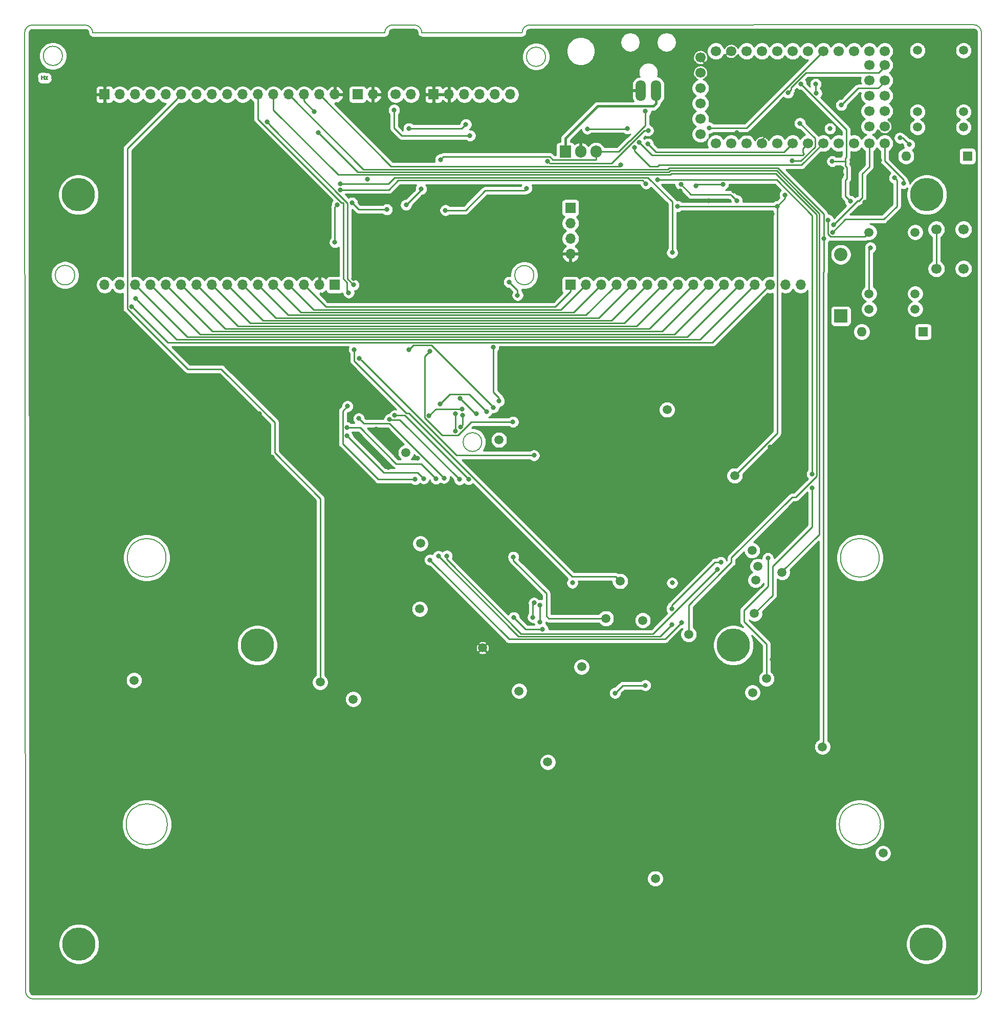
<source format=gbl>
G04 #@! TF.GenerationSoftware,KiCad,Pcbnew,(5.1.5)-3*
G04 #@! TF.CreationDate,2020-08-17T08:43:25+02:00*
G04 #@! TF.ProjectId,carecasetester,63617265-6361-4736-9574-65737465722e,rev?*
G04 #@! TF.SameCoordinates,Original*
G04 #@! TF.FileFunction,Copper,L2,Bot*
G04 #@! TF.FilePolarity,Positive*
%FSLAX46Y46*%
G04 Gerber Fmt 4.6, Leading zero omitted, Abs format (unit mm)*
G04 Created by KiCad (PCBNEW (5.1.5)-3) date 2020-08-17 08:43:25*
%MOMM*%
%LPD*%
G04 APERTURE LIST*
G04 #@! TA.AperFunction,Profile*
%ADD10C,0.200000*%
G04 #@! TD*
G04 #@! TA.AperFunction,SMDPad,CuDef*
%ADD11C,0.150000*%
G04 #@! TD*
G04 #@! TA.AperFunction,ComponentPad*
%ADD12C,1.500000*%
G04 #@! TD*
G04 #@! TA.AperFunction,ComponentPad*
%ADD13C,1.700000*%
G04 #@! TD*
G04 #@! TA.AperFunction,ComponentPad*
%ADD14O,2.200000X2.200000*%
G04 #@! TD*
G04 #@! TA.AperFunction,ComponentPad*
%ADD15R,2.200000X2.200000*%
G04 #@! TD*
G04 #@! TA.AperFunction,ComponentPad*
%ADD16O,1.600000X1.600000*%
G04 #@! TD*
G04 #@! TA.AperFunction,ComponentPad*
%ADD17R,1.600000X1.600000*%
G04 #@! TD*
G04 #@! TA.AperFunction,ComponentPad*
%ADD18O,1.700000X1.700000*%
G04 #@! TD*
G04 #@! TA.AperFunction,ComponentPad*
%ADD19C,5.500000*%
G04 #@! TD*
G04 #@! TA.AperFunction,ComponentPad*
%ADD20O,1.905000X2.000000*%
G04 #@! TD*
G04 #@! TA.AperFunction,ComponentPad*
%ADD21R,1.905000X2.000000*%
G04 #@! TD*
G04 #@! TA.AperFunction,ComponentPad*
%ADD22R,1.700000X1.700000*%
G04 #@! TD*
G04 #@! TA.AperFunction,ComponentPad*
%ADD23O,1.700000X3.500000*%
G04 #@! TD*
G04 #@! TA.AperFunction,ViaPad*
%ADD24C,0.800000*%
G04 #@! TD*
G04 #@! TA.AperFunction,Conductor*
%ADD25C,0.250000*%
G04 #@! TD*
G04 #@! TA.AperFunction,Conductor*
%ADD26C,0.400000*%
G04 #@! TD*
G04 #@! TA.AperFunction,Conductor*
%ADD27C,0.254000*%
G04 #@! TD*
G04 APERTURE END LIST*
D10*
X234040000Y-9300000D02*
X160610000Y-9330000D01*
X235330000Y-10590000D02*
X235290000Y-169120000D01*
X78440000Y-170400000D02*
X234000000Y-170410000D01*
X77000000Y-10640000D02*
X77150000Y-169110000D01*
X78290000Y-9350000D02*
X87000000Y-9350000D01*
X77000000Y-10640000D02*
G75*
G02X78290000Y-9350000I1290000J0D01*
G01*
X78440000Y-170400000D02*
G75*
G02X77150000Y-169110000I0J1290000D01*
G01*
X235290000Y-169120000D02*
G75*
G02X234000000Y-170410000I-1290000J0D01*
G01*
X234040000Y-9300000D02*
G75*
G02X235330000Y-10590000I0J-1290000D01*
G01*
X137890000Y-9330000D02*
X141450000Y-9330000D01*
X136600000Y-10620000D02*
X88290000Y-10640000D01*
X136600000Y-10620000D02*
G75*
G02X137890000Y-9330000I1290000J0D01*
G01*
X87000000Y-9350000D02*
G75*
G02X88290000Y-10640000I0J-1290000D01*
G01*
X142740000Y-10620000D02*
X159320000Y-10620000D01*
X159320000Y-10620000D02*
G75*
G02X160610000Y-9330000I1290000J0D01*
G01*
X141450000Y-9330000D02*
G75*
G02X142740000Y-10620000I0J-1290000D01*
G01*
X83280000Y-14450000D02*
G75*
G03X83280000Y-14450000I-1591897J0D01*
G01*
X163220000Y-14600000D02*
G75*
G03X163220000Y-14600000I-1590000J0D01*
G01*
X161280283Y-50710000D02*
G75*
G03X161280283Y-50710000I-1592180J0D01*
G01*
X85310123Y-50710000D02*
G75*
G03X85310123Y-50710000I-1622020J0D01*
G01*
X152660000Y-78311679D02*
G75*
G03X152660000Y-78311679I-1550000J0D01*
G01*
X100610000Y-141520000D02*
G75*
G03X100610000Y-141520000I-3400000J0D01*
G01*
X218610000Y-141520000D02*
G75*
G03X218610000Y-141520000I-3400000J0D01*
G01*
X218410000Y-97450000D02*
G75*
G03X218410000Y-97450000I-3200000J0D01*
G01*
X100410000Y-97450000D02*
G75*
G03X100410000Y-97450000I-3200000J0D01*
G01*
G04 #@! TA.AperFunction,SMDPad,CuDef*
D11*
G04 #@! TO.P,REF\002A\002A,1*
G04 #@! TO.N,N/C*
G36*
X80839901Y-18230241D02*
G01*
X80844755Y-18230961D01*
X80849514Y-18232153D01*
X80854134Y-18233806D01*
X80858570Y-18235904D01*
X80862779Y-18238427D01*
X80866720Y-18241349D01*
X80870355Y-18244645D01*
X80873651Y-18248280D01*
X80876573Y-18252221D01*
X80879096Y-18256430D01*
X80881194Y-18260866D01*
X80882847Y-18265486D01*
X80884039Y-18270245D01*
X80884759Y-18275099D01*
X80885000Y-18280000D01*
X80885000Y-18380000D01*
X80884759Y-18384901D01*
X80884039Y-18389755D01*
X80882847Y-18394514D01*
X80881194Y-18399134D01*
X80879096Y-18403570D01*
X80876573Y-18407779D01*
X80873651Y-18411720D01*
X80870355Y-18415355D01*
X80866720Y-18418651D01*
X80862779Y-18421573D01*
X80858570Y-18424096D01*
X80854134Y-18426194D01*
X80849514Y-18427847D01*
X80844755Y-18429039D01*
X80839901Y-18429759D01*
X80835000Y-18430000D01*
X80185000Y-18430000D01*
X80180099Y-18429759D01*
X80175245Y-18429039D01*
X80170486Y-18427847D01*
X80165866Y-18426194D01*
X80161430Y-18424096D01*
X80157221Y-18421573D01*
X80153280Y-18418651D01*
X80149645Y-18415355D01*
X80146349Y-18411720D01*
X80143427Y-18407779D01*
X80140904Y-18403570D01*
X80138806Y-18399134D01*
X80137153Y-18394514D01*
X80135961Y-18389755D01*
X80135241Y-18384901D01*
X80135000Y-18380000D01*
X80135000Y-18280000D01*
X80135241Y-18275099D01*
X80135961Y-18270245D01*
X80137153Y-18265486D01*
X80138806Y-18260866D01*
X80140904Y-18256430D01*
X80143427Y-18252221D01*
X80146349Y-18248280D01*
X80149645Y-18244645D01*
X80153280Y-18241349D01*
X80157221Y-18238427D01*
X80161430Y-18235904D01*
X80165866Y-18233806D01*
X80170486Y-18232153D01*
X80175245Y-18230961D01*
X80180099Y-18230241D01*
X80185000Y-18230000D01*
X80835000Y-18230000D01*
X80839901Y-18230241D01*
G37*
G04 #@! TD.AperFunction*
G04 #@! TA.AperFunction,SMDPad,CuDef*
G04 #@! TO.P,REF\002A\002A,2*
G36*
X80594103Y-17984842D02*
G01*
X80598964Y-17985509D01*
X80603737Y-17986650D01*
X80608375Y-17988252D01*
X80612833Y-17990302D01*
X80617069Y-17992778D01*
X80621042Y-17995658D01*
X80624713Y-17998913D01*
X80628047Y-18002513D01*
X80885162Y-18308931D01*
X80888128Y-18312840D01*
X80890696Y-18317021D01*
X80892843Y-18321433D01*
X80894546Y-18326035D01*
X80895790Y-18330781D01*
X80896563Y-18335627D01*
X80896857Y-18340525D01*
X80896670Y-18345428D01*
X80896003Y-18350289D01*
X80894862Y-18355061D01*
X80893260Y-18359699D01*
X80891211Y-18364157D01*
X80888734Y-18368393D01*
X80885854Y-18372366D01*
X80882599Y-18376038D01*
X80878999Y-18379373D01*
X80802394Y-18443651D01*
X80798485Y-18446616D01*
X80794304Y-18449185D01*
X80789891Y-18451331D01*
X80785290Y-18453034D01*
X80780543Y-18454278D01*
X80775698Y-18455051D01*
X80770800Y-18455345D01*
X80765897Y-18455158D01*
X80761036Y-18454491D01*
X80756263Y-18453350D01*
X80751625Y-18451748D01*
X80747167Y-18449698D01*
X80742931Y-18447222D01*
X80738958Y-18444342D01*
X80735287Y-18441087D01*
X80731953Y-18437487D01*
X80474838Y-18131069D01*
X80471872Y-18127160D01*
X80469304Y-18122979D01*
X80467157Y-18118567D01*
X80465454Y-18113965D01*
X80464210Y-18109219D01*
X80463437Y-18104373D01*
X80463143Y-18099475D01*
X80463330Y-18094572D01*
X80463997Y-18089711D01*
X80465138Y-18084939D01*
X80466740Y-18080301D01*
X80468789Y-18075843D01*
X80471266Y-18071607D01*
X80474146Y-18067634D01*
X80477401Y-18063962D01*
X80481001Y-18060627D01*
X80557606Y-17996349D01*
X80561515Y-17993384D01*
X80565696Y-17990815D01*
X80570109Y-17988669D01*
X80574710Y-17986966D01*
X80579457Y-17985722D01*
X80584302Y-17984949D01*
X80589200Y-17984655D01*
X80594103Y-17984842D01*
G37*
G04 #@! TD.AperFunction*
G04 #@! TA.AperFunction,SMDPad,CuDef*
G04 #@! TO.P,REF\002A\002A,1*
G36*
X80849901Y-17800241D02*
G01*
X80854755Y-17800961D01*
X80859514Y-17802153D01*
X80864134Y-17803806D01*
X80868570Y-17805904D01*
X80872779Y-17808427D01*
X80876720Y-17811349D01*
X80880355Y-17814645D01*
X80883651Y-17818280D01*
X80886573Y-17822221D01*
X80889096Y-17826430D01*
X80891194Y-17830866D01*
X80892847Y-17835486D01*
X80894039Y-17840245D01*
X80894759Y-17845099D01*
X80895000Y-17850000D01*
X80895000Y-17950000D01*
X80894759Y-17954901D01*
X80894039Y-17959755D01*
X80892847Y-17964514D01*
X80891194Y-17969134D01*
X80889096Y-17973570D01*
X80886573Y-17977779D01*
X80883651Y-17981720D01*
X80880355Y-17985355D01*
X80876720Y-17988651D01*
X80872779Y-17991573D01*
X80868570Y-17994096D01*
X80864134Y-17996194D01*
X80859514Y-17997847D01*
X80854755Y-17999039D01*
X80849901Y-17999759D01*
X80845000Y-18000000D01*
X80195000Y-18000000D01*
X80190099Y-17999759D01*
X80185245Y-17999039D01*
X80180486Y-17997847D01*
X80175866Y-17996194D01*
X80171430Y-17994096D01*
X80167221Y-17991573D01*
X80163280Y-17988651D01*
X80159645Y-17985355D01*
X80156349Y-17981720D01*
X80153427Y-17977779D01*
X80150904Y-17973570D01*
X80148806Y-17969134D01*
X80147153Y-17964514D01*
X80145961Y-17959755D01*
X80145241Y-17954901D01*
X80145000Y-17950000D01*
X80145000Y-17850000D01*
X80145241Y-17845099D01*
X80145961Y-17840245D01*
X80147153Y-17835486D01*
X80148806Y-17830866D01*
X80150904Y-17826430D01*
X80153427Y-17822221D01*
X80156349Y-17818280D01*
X80159645Y-17814645D01*
X80163280Y-17811349D01*
X80167221Y-17808427D01*
X80171430Y-17805904D01*
X80175866Y-17803806D01*
X80180486Y-17802153D01*
X80185245Y-17800961D01*
X80190099Y-17800241D01*
X80195000Y-17800000D01*
X80845000Y-17800000D01*
X80849901Y-17800241D01*
G37*
G04 #@! TD.AperFunction*
G04 #@! TA.AperFunction,SMDPad,CuDef*
G04 #@! TO.P,REF\002A\002A,2*
G36*
X80775698Y-17774949D02*
G01*
X80780544Y-17775722D01*
X80785290Y-17776966D01*
X80789892Y-17778669D01*
X80794304Y-17780816D01*
X80798485Y-17783384D01*
X80802394Y-17786349D01*
X80878999Y-17850627D01*
X80882599Y-17853962D01*
X80885854Y-17857633D01*
X80888734Y-17861606D01*
X80891210Y-17865842D01*
X80893260Y-17870300D01*
X80894862Y-17874938D01*
X80896003Y-17879711D01*
X80896670Y-17884572D01*
X80896857Y-17889475D01*
X80896563Y-17894373D01*
X80895790Y-17899218D01*
X80894546Y-17903965D01*
X80892843Y-17908566D01*
X80890697Y-17912979D01*
X80888128Y-17917160D01*
X80885162Y-17921069D01*
X80628047Y-18227487D01*
X80624713Y-18231087D01*
X80621041Y-18234342D01*
X80617068Y-18237222D01*
X80612832Y-18239699D01*
X80608374Y-18241748D01*
X80603736Y-18243350D01*
X80598964Y-18244491D01*
X80594103Y-18245158D01*
X80589200Y-18245345D01*
X80584302Y-18245051D01*
X80579456Y-18244278D01*
X80574710Y-18243034D01*
X80570108Y-18241331D01*
X80565696Y-18239184D01*
X80561515Y-18236616D01*
X80557606Y-18233651D01*
X80481001Y-18169373D01*
X80477401Y-18166038D01*
X80474146Y-18162367D01*
X80471266Y-18158394D01*
X80468790Y-18154158D01*
X80466740Y-18149700D01*
X80465138Y-18145062D01*
X80463997Y-18140289D01*
X80463330Y-18135428D01*
X80463143Y-18130525D01*
X80463437Y-18125627D01*
X80464210Y-18120782D01*
X80465454Y-18116035D01*
X80467157Y-18111434D01*
X80469303Y-18107021D01*
X80471872Y-18102840D01*
X80474838Y-18098931D01*
X80731953Y-17792513D01*
X80735287Y-17788913D01*
X80738959Y-17785658D01*
X80742932Y-17782778D01*
X80747168Y-17780301D01*
X80751626Y-17778252D01*
X80756264Y-17776650D01*
X80761036Y-17775509D01*
X80765897Y-17774842D01*
X80770800Y-17774655D01*
X80775698Y-17774949D01*
G37*
G04 #@! TD.AperFunction*
G04 #@! TA.AperFunction,SMDPad,CuDef*
G36*
X79824373Y-17693437D02*
G01*
X79829218Y-17694210D01*
X79833965Y-17695454D01*
X79838566Y-17697157D01*
X79842979Y-17699303D01*
X79847160Y-17701872D01*
X79851069Y-17704838D01*
X80157487Y-17961953D01*
X80161087Y-17965287D01*
X80164342Y-17968959D01*
X80167222Y-17972932D01*
X80169699Y-17977168D01*
X80171748Y-17981626D01*
X80173350Y-17986264D01*
X80174491Y-17991036D01*
X80175158Y-17995897D01*
X80175345Y-18000800D01*
X80175051Y-18005698D01*
X80174278Y-18010544D01*
X80173034Y-18015290D01*
X80171331Y-18019892D01*
X80169184Y-18024304D01*
X80166616Y-18028485D01*
X80163651Y-18032394D01*
X80099373Y-18108999D01*
X80096038Y-18112599D01*
X80092367Y-18115854D01*
X80088394Y-18118734D01*
X80084158Y-18121210D01*
X80079700Y-18123260D01*
X80075062Y-18124862D01*
X80070289Y-18126003D01*
X80065428Y-18126670D01*
X80060525Y-18126857D01*
X80055627Y-18126563D01*
X80050782Y-18125790D01*
X80046035Y-18124546D01*
X80041434Y-18122843D01*
X80037021Y-18120697D01*
X80032840Y-18118128D01*
X80028931Y-18115162D01*
X79722513Y-17858047D01*
X79718913Y-17854713D01*
X79715658Y-17851041D01*
X79712778Y-17847068D01*
X79710301Y-17842832D01*
X79708252Y-17838374D01*
X79706650Y-17833736D01*
X79705509Y-17828964D01*
X79704842Y-17824103D01*
X79704655Y-17819200D01*
X79704949Y-17814302D01*
X79705722Y-17809456D01*
X79706966Y-17804710D01*
X79708669Y-17800108D01*
X79710816Y-17795696D01*
X79713384Y-17791515D01*
X79716349Y-17787606D01*
X79780627Y-17711001D01*
X79783962Y-17707401D01*
X79787633Y-17704146D01*
X79791606Y-17701266D01*
X79795842Y-17698790D01*
X79800300Y-17696740D01*
X79804938Y-17695138D01*
X79809711Y-17693997D01*
X79814572Y-17693330D01*
X79819475Y-17693143D01*
X79824373Y-17693437D01*
G37*
G04 #@! TD.AperFunction*
G04 #@! TA.AperFunction,SMDPad,CuDef*
G04 #@! TO.P,REF\002A\002A,1*
G36*
X79884901Y-17695241D02*
G01*
X79889755Y-17695961D01*
X79894514Y-17697153D01*
X79899134Y-17698806D01*
X79903570Y-17700904D01*
X79907779Y-17703427D01*
X79911720Y-17706349D01*
X79915355Y-17709645D01*
X79918651Y-17713280D01*
X79921573Y-17717221D01*
X79924096Y-17721430D01*
X79926194Y-17725866D01*
X79927847Y-17730486D01*
X79929039Y-17735245D01*
X79929759Y-17740099D01*
X79930000Y-17745000D01*
X79930000Y-18395000D01*
X79929759Y-18399901D01*
X79929039Y-18404755D01*
X79927847Y-18409514D01*
X79926194Y-18414134D01*
X79924096Y-18418570D01*
X79921573Y-18422779D01*
X79918651Y-18426720D01*
X79915355Y-18430355D01*
X79911720Y-18433651D01*
X79907779Y-18436573D01*
X79903570Y-18439096D01*
X79899134Y-18441194D01*
X79894514Y-18442847D01*
X79889755Y-18444039D01*
X79884901Y-18444759D01*
X79880000Y-18445000D01*
X79780000Y-18445000D01*
X79775099Y-18444759D01*
X79770245Y-18444039D01*
X79765486Y-18442847D01*
X79760866Y-18441194D01*
X79756430Y-18439096D01*
X79752221Y-18436573D01*
X79748280Y-18433651D01*
X79744645Y-18430355D01*
X79741349Y-18426720D01*
X79738427Y-18422779D01*
X79735904Y-18418570D01*
X79733806Y-18414134D01*
X79732153Y-18409514D01*
X79730961Y-18404755D01*
X79730241Y-18399901D01*
X79730000Y-18395000D01*
X79730000Y-17745000D01*
X79730241Y-17740099D01*
X79730961Y-17735245D01*
X79732153Y-17730486D01*
X79733806Y-17725866D01*
X79735904Y-17721430D01*
X79738427Y-17717221D01*
X79741349Y-17713280D01*
X79744645Y-17709645D01*
X79748280Y-17706349D01*
X79752221Y-17703427D01*
X79756430Y-17700904D01*
X79760866Y-17698806D01*
X79765486Y-17697153D01*
X79770245Y-17695961D01*
X79775099Y-17695241D01*
X79780000Y-17695000D01*
X79880000Y-17695000D01*
X79884901Y-17695241D01*
G37*
G04 #@! TD.AperFunction*
G04 #@! TA.AperFunction,SMDPad,CuDef*
G04 #@! TO.P,REF\002A\002A,2*
G36*
X80275428Y-17693330D02*
G01*
X80280289Y-17693997D01*
X80285061Y-17695138D01*
X80289699Y-17696740D01*
X80294157Y-17698789D01*
X80298393Y-17701266D01*
X80302366Y-17704146D01*
X80306038Y-17707401D01*
X80309373Y-17711001D01*
X80373651Y-17787606D01*
X80376616Y-17791515D01*
X80379185Y-17795696D01*
X80381331Y-17800109D01*
X80383034Y-17804710D01*
X80384278Y-17809457D01*
X80385051Y-17814302D01*
X80385345Y-17819200D01*
X80385158Y-17824103D01*
X80384491Y-17828964D01*
X80383350Y-17833737D01*
X80381748Y-17838375D01*
X80379698Y-17842833D01*
X80377222Y-17847069D01*
X80374342Y-17851042D01*
X80371087Y-17854713D01*
X80367487Y-17858047D01*
X80061069Y-18115162D01*
X80057160Y-18118128D01*
X80052979Y-18120696D01*
X80048567Y-18122843D01*
X80043965Y-18124546D01*
X80039219Y-18125790D01*
X80034373Y-18126563D01*
X80029475Y-18126857D01*
X80024572Y-18126670D01*
X80019711Y-18126003D01*
X80014939Y-18124862D01*
X80010301Y-18123260D01*
X80005843Y-18121211D01*
X80001607Y-18118734D01*
X79997634Y-18115854D01*
X79993962Y-18112599D01*
X79990627Y-18108999D01*
X79926349Y-18032394D01*
X79923384Y-18028485D01*
X79920815Y-18024304D01*
X79918669Y-18019891D01*
X79916966Y-18015290D01*
X79915722Y-18010543D01*
X79914949Y-18005698D01*
X79914655Y-18000800D01*
X79914842Y-17995897D01*
X79915509Y-17991036D01*
X79916650Y-17986263D01*
X79918252Y-17981625D01*
X79920302Y-17977167D01*
X79922778Y-17972931D01*
X79925658Y-17968958D01*
X79928913Y-17965287D01*
X79932513Y-17961953D01*
X80238931Y-17704838D01*
X80242840Y-17701872D01*
X80247021Y-17699304D01*
X80251433Y-17697157D01*
X80256035Y-17695454D01*
X80260781Y-17694210D01*
X80265627Y-17693437D01*
X80270525Y-17693143D01*
X80275428Y-17693330D01*
G37*
G04 #@! TD.AperFunction*
G04 #@! TA.AperFunction,SMDPad,CuDef*
G04 #@! TO.P,REF\002A\002A,1*
G36*
X80314901Y-17705241D02*
G01*
X80319755Y-17705961D01*
X80324514Y-17707153D01*
X80329134Y-17708806D01*
X80333570Y-17710904D01*
X80337779Y-17713427D01*
X80341720Y-17716349D01*
X80345355Y-17719645D01*
X80348651Y-17723280D01*
X80351573Y-17727221D01*
X80354096Y-17731430D01*
X80356194Y-17735866D01*
X80357847Y-17740486D01*
X80359039Y-17745245D01*
X80359759Y-17750099D01*
X80360000Y-17755000D01*
X80360000Y-18405000D01*
X80359759Y-18409901D01*
X80359039Y-18414755D01*
X80357847Y-18419514D01*
X80356194Y-18424134D01*
X80354096Y-18428570D01*
X80351573Y-18432779D01*
X80348651Y-18436720D01*
X80345355Y-18440355D01*
X80341720Y-18443651D01*
X80337779Y-18446573D01*
X80333570Y-18449096D01*
X80329134Y-18451194D01*
X80324514Y-18452847D01*
X80319755Y-18454039D01*
X80314901Y-18454759D01*
X80310000Y-18455000D01*
X80210000Y-18455000D01*
X80205099Y-18454759D01*
X80200245Y-18454039D01*
X80195486Y-18452847D01*
X80190866Y-18451194D01*
X80186430Y-18449096D01*
X80182221Y-18446573D01*
X80178280Y-18443651D01*
X80174645Y-18440355D01*
X80171349Y-18436720D01*
X80168427Y-18432779D01*
X80165904Y-18428570D01*
X80163806Y-18424134D01*
X80162153Y-18419514D01*
X80160961Y-18414755D01*
X80160241Y-18409901D01*
X80160000Y-18405000D01*
X80160000Y-17755000D01*
X80160241Y-17750099D01*
X80160961Y-17745245D01*
X80162153Y-17740486D01*
X80163806Y-17735866D01*
X80165904Y-17731430D01*
X80168427Y-17727221D01*
X80171349Y-17723280D01*
X80174645Y-17719645D01*
X80178280Y-17716349D01*
X80182221Y-17713427D01*
X80186430Y-17710904D01*
X80190866Y-17708806D01*
X80195486Y-17707153D01*
X80200245Y-17705961D01*
X80205099Y-17705241D01*
X80210000Y-17705000D01*
X80310000Y-17705000D01*
X80314901Y-17705241D01*
G37*
G04 #@! TD.AperFunction*
G04 #@! TD*
D12*
G04 #@! TO.P,J28-TP25,1*
G04 #@! TO.N,/testpoints/TP25*
X194500000Y-83860000D03*
G04 #@! TD*
D13*
G04 #@! TO.P,A1,2*
G04 #@! TO.N,N/C*
X191370000Y-28910000D03*
G04 #@! TO.P,A1,11*
X193910000Y-28910000D03*
G04 #@! TO.P,A1,13*
X196450000Y-28910000D03*
G04 #@! TO.P,A1,4*
G04 #@! TO.N,GND*
X198990000Y-28910000D03*
G04 #@! TO.P,A1,25*
G04 #@! TO.N,/4067/D2*
X201530000Y-28910000D03*
G04 #@! TO.P,A1,26*
G04 #@! TO.N,/4067/D3*
X204070000Y-28910000D03*
G04 #@! TO.P,A1,27*
G04 #@! TO.N,/4067/D4*
X206610000Y-28910000D03*
G04 #@! TO.P,A1,28*
G04 #@! TO.N,/4067/D5*
X209150000Y-28910000D03*
G04 #@! TO.P,A1,29*
G04 #@! TO.N,/RELAY/Relay_driver1*
X211690000Y-28910000D03*
G04 #@! TO.P,A1,30*
G04 #@! TO.N,/testpoints/TP4*
X214230000Y-28910000D03*
G04 #@! TO.P,A1,21*
G04 #@! TO.N,/testpoints/TP5*
X216770000Y-28910000D03*
G04 #@! TO.P,A1,32*
G04 #@! TO.N,/RELAY/Relay_driver2*
X219310000Y-28910000D03*
G04 #@! TO.P,A1,31*
G04 #@! TO.N,N/C*
X219310000Y-13670000D03*
G04 #@! TO.P,A1,22*
X216770000Y-13670000D03*
G04 #@! TO.P,A1,23*
X214230000Y-13670000D03*
G04 #@! TO.P,A1,24*
G04 #@! TO.N,/testpoints/TP25*
X211690000Y-13670000D03*
G04 #@! TO.P,A1,33*
G04 #@! TO.N,/4067/A0(Vref)*
X209150000Y-13670000D03*
G04 #@! TO.P,A1,34*
G04 #@! TO.N,N/C*
X206610000Y-13670000D03*
G04 #@! TO.P,A1,35*
X204070000Y-13670000D03*
G04 #@! TO.P,A1,36*
G04 #@! TO.N,Net-(A1-Pad36)*
X201530000Y-13670000D03*
G04 #@! TO.P,A1,20*
G04 #@! TO.N,+5V*
X198990000Y-13670000D03*
G04 #@! TO.P,A1,14*
G04 #@! TO.N,N/C*
X196450000Y-13670000D03*
G04 #@! TO.P,A1,8*
G04 #@! TO.N,GND*
X193910000Y-13670000D03*
G04 #@! TO.P,A1,1*
G04 #@! TO.N,N/C*
X191370000Y-13670000D03*
G04 #@! TO.P,A1,5*
G04 #@! TO.N,GND*
X219310000Y-26116000D03*
G04 #@! TO.P,A1,10*
G04 #@! TO.N,N/C*
X219310000Y-23576000D03*
G04 #@! TO.P,A1,18*
G04 #@! TO.N,+5V*
X219310000Y-21036000D03*
G04 #@! TO.P,A1,37*
G04 #@! TO.N,/display/SDA*
X219310000Y-18496000D03*
G04 #@! TO.P,A1,38*
G04 #@! TO.N,/display/SCL*
X219310000Y-15956000D03*
G04 #@! TO.P,A1,12*
G04 #@! TO.N,N/C*
X216770000Y-26116000D03*
G04 #@! TO.P,A1,16*
X216770000Y-23576000D03*
G04 #@! TO.P,A1,9*
X216770000Y-21036000D03*
G04 #@! TO.P,A1,39*
X216770000Y-18496000D03*
G04 #@! TO.P,A1,40*
X216770000Y-15956000D03*
G04 #@! TO.P,A1,3*
G04 #@! TO.N,Net-(A1-Pad3)*
X188830000Y-27386000D03*
G04 #@! TO.P,A1,17*
G04 #@! TO.N,Net-(A1-Pad17)*
X188830000Y-24846000D03*
G04 #@! TO.P,A1,15*
G04 #@! TO.N,Net-(A1-Pad15)*
X188830000Y-22306000D03*
G04 #@! TO.P,A1,19*
G04 #@! TO.N,+5V*
X188830000Y-19766000D03*
G04 #@! TO.P,A1,6*
G04 #@! TO.N,GND*
X188830000Y-17226000D03*
G04 #@! TO.P,A1,7*
X188830000Y-14686000D03*
G04 #@! TD*
D14*
G04 #@! TO.P,D1,2*
G04 #@! TO.N,/4067/RELAYBAT*
X212050000Y-47300000D03*
D15*
G04 #@! TO.P,D1,1*
G04 #@! TO.N,Net-(D1-Pad1)*
X212050000Y-57460000D03*
G04 #@! TD*
D12*
G04 #@! TO.P,K2,11*
G04 #@! TO.N,Net-(D3-Pad2)*
X216740000Y-53770000D03*
G04 #@! TO.P,K2,2*
G04 #@! TO.N,+5V*
X224360000Y-53770000D03*
G04 #@! TO.P,K2,1*
G04 #@! TO.N,N/C*
X224360000Y-56310000D03*
G04 #@! TO.P,K2,12*
G04 #@! TO.N,/4067/RELAYBAT*
X216740000Y-56310000D03*
G04 #@! TO.P,K2,7*
G04 #@! TO.N,+5V*
X216740000Y-43610000D03*
G04 #@! TO.P,K2,6*
X224360000Y-43610000D03*
G04 #@! TD*
D16*
G04 #@! TO.P,D3,2*
G04 #@! TO.N,Net-(D3-Pad2)*
X215520000Y-60070000D03*
D17*
G04 #@! TO.P,D3,1*
G04 #@! TO.N,+5V*
X225680000Y-60070000D03*
G04 #@! TD*
D13*
G04 #@! TO.P,SW1,1*
G04 #@! TO.N,Net-(A1-Pad36)*
X227850000Y-49640000D03*
G04 #@! TO.P,SW1,2*
X227850000Y-43140000D03*
G04 #@! TO.P,SW1,3*
G04 #@! TO.N,+5V*
X232350000Y-49640000D03*
G04 #@! TO.P,SW1,4*
X232350000Y-43140000D03*
G04 #@! TD*
G04 #@! TO.P,JP1,1*
G04 #@! TO.N,+5V*
X138410000Y-20820000D03*
D18*
G04 #@! TO.P,JP1,2*
G04 #@! TO.N,Net-(J4-Pad3)*
X140950000Y-20820000D03*
G04 #@! TD*
D19*
G04 #@! TO.P,H6,1*
G04 #@! TO.N,N/C*
X115500000Y-111900000D03*
G04 #@! TD*
G04 #@! TO.P,H5,1*
G04 #@! TO.N,N/C*
X194300000Y-111900000D03*
G04 #@! TD*
G04 #@! TO.P,H4,1*
G04 #@! TO.N,N/C*
X86000000Y-161300000D03*
G04 #@! TD*
G04 #@! TO.P,H3,1*
G04 #@! TO.N,N/C*
X226200000Y-161300000D03*
G04 #@! TD*
G04 #@! TO.P,H2,1*
G04 #@! TO.N,N/C*
X226300000Y-37400000D03*
G04 #@! TD*
G04 #@! TO.P,H1,1*
G04 #@! TO.N,N/C*
X85900000Y-37400000D03*
G04 #@! TD*
D20*
G04 #@! TO.P,U2,3*
G04 #@! TO.N,+5V*
X171550000Y-30310000D03*
G04 #@! TO.P,U2,2*
G04 #@! TO.N,GND*
X169010000Y-30310000D03*
D21*
G04 #@! TO.P,U2,1*
G04 #@! TO.N,+12V*
X166470000Y-30310000D03*
G04 #@! TD*
D12*
G04 #@! TO.P,K1,11*
G04 #@! TO.N,Net-(D2-Pad2)*
X224740000Y-23700000D03*
G04 #@! TO.P,K1,2*
G04 #@! TO.N,+12V*
X232360000Y-23700000D03*
G04 #@! TO.P,K1,1*
G04 #@! TO.N,N/C*
X232360000Y-26240000D03*
G04 #@! TO.P,K1,12*
G04 #@! TO.N,/4067/RELAY12V*
X224740000Y-26240000D03*
G04 #@! TO.P,K1,7*
G04 #@! TO.N,+12V*
X224740000Y-13540000D03*
G04 #@! TO.P,K1,6*
X232360000Y-13540000D03*
G04 #@! TD*
D16*
G04 #@! TO.P,D2,2*
G04 #@! TO.N,Net-(D2-Pad2)*
X222840000Y-31030000D03*
D17*
G04 #@! TO.P,D2,1*
G04 #@! TO.N,+12V*
X233000000Y-31030000D03*
G04 #@! TD*
D18*
G04 #@! TO.P,J15,16*
G04 #@! TO.N,GND*
X128320000Y-20830000D03*
G04 #@! TO.P,J15,15*
G04 #@! TO.N,/testpoints/TP25*
X125780000Y-20830000D03*
G04 #@! TO.P,J15,14*
G04 #@! TO.N,Net-(J15-Pad14)*
X123240000Y-20830000D03*
G04 #@! TO.P,J15,13*
G04 #@! TO.N,/testpoints/TP5*
X120700000Y-20830000D03*
G04 #@! TO.P,J15,12*
G04 #@! TO.N,Net-(J15-Pad12)*
X118160000Y-20830000D03*
G04 #@! TO.P,J15,11*
G04 #@! TO.N,Net-(J15-Pad11)*
X115620000Y-20830000D03*
G04 #@! TO.P,J15,10*
G04 #@! TO.N,Net-(J15-Pad10)*
X113080000Y-20830000D03*
G04 #@! TO.P,J15,9*
G04 #@! TO.N,Net-(J15-Pad9)*
X110540000Y-20830000D03*
G04 #@! TO.P,J15,8*
G04 #@! TO.N,Net-(J15-Pad8)*
X108000000Y-20830000D03*
G04 #@! TO.P,J15,7*
G04 #@! TO.N,Net-(J15-Pad7)*
X105460000Y-20830000D03*
G04 #@! TO.P,J15,6*
G04 #@! TO.N,Net-(J15-Pad6)*
X102920000Y-20830000D03*
G04 #@! TO.P,J15,5*
G04 #@! TO.N,/testpoints/TP4*
X100380000Y-20830000D03*
G04 #@! TO.P,J15,4*
G04 #@! TO.N,Net-(J15-Pad4)*
X97840000Y-20830000D03*
G04 #@! TO.P,J15,3*
G04 #@! TO.N,Net-(J15-Pad3)*
X95300000Y-20830000D03*
G04 #@! TO.P,J15,2*
G04 #@! TO.N,Net-(J15-Pad2)*
X92760000Y-20830000D03*
D22*
G04 #@! TO.P,J15,1*
G04 #@! TO.N,GND*
X90220000Y-20830000D03*
G04 #@! TD*
D12*
G04 #@! TO.P,J26-TP5,1*
G04 #@! TO.N,/testpoints/TP5*
X209010000Y-128710000D03*
G04 #@! TD*
D23*
G04 #@! TO.P,J5,1*
G04 #@! TO.N,GND*
X178960000Y-20190000D03*
G04 #@! TO.P,J5,2*
G04 #@! TO.N,+12V*
X181460000Y-20190000D03*
G04 #@! TD*
D12*
G04 #@! TO.P,J9-TP19,1*
G04 #@! TO.N,Net-(J9-TP19-Pad1)*
X158810000Y-119470000D03*
G04 #@! TD*
G04 #@! TO.P,J8-TP13,1*
G04 #@! TO.N,Net-(J8-TP13-Pad1)*
X142380000Y-105900000D03*
G04 #@! TD*
G04 #@! TO.P,J7-TP27,1*
G04 #@! TO.N,Net-(D1-Pad1)*
X181370000Y-150490000D03*
G04 #@! TD*
G04 #@! TO.P,J6-TP21,1*
G04 #@! TO.N,Net-(J6-TP21-Pad1)*
X197450000Y-119730000D03*
G04 #@! TD*
D18*
G04 #@! TO.P,J5-~E1,2*
G04 #@! TO.N,GND*
X134640000Y-20820000D03*
D22*
G04 #@! TO.P,J5-~E1,1*
G04 #@! TO.N,Net-(J5-~E1-Pad1)*
X132100000Y-20820000D03*
G04 #@! TD*
D12*
G04 #@! TO.P,J5-TP8,1*
G04 #@! TO.N,Net-(J5-TP8-Pad1)*
X131370000Y-120830000D03*
G04 #@! TD*
G04 #@! TO.P,J4-TP16,1*
G04 #@! TO.N,/4067/RELAY12V*
X140090000Y-80060000D03*
G04 #@! TD*
G04 #@! TO.P,J27-TP26,1*
G04 #@! TO.N,Net-(J15-Pad14)*
X202340000Y-99850000D03*
G04 #@! TD*
G04 #@! TO.P,J25-TP18,1*
G04 #@! TO.N,Net-(J15-Pad12)*
X186880000Y-110110000D03*
G04 #@! TD*
G04 #@! TO.P,J24-TP15,1*
G04 #@! TO.N,Net-(J15-Pad11)*
X142510000Y-95070000D03*
G04 #@! TD*
G04 #@! TO.P,J23-TP12,1*
G04 #@! TO.N,Net-(J15-Pad10)*
X175540000Y-101310000D03*
G04 #@! TD*
G04 #@! TO.P,J22-TP11,1*
G04 #@! TO.N,Net-(J15-Pad9)*
X183310000Y-72950000D03*
G04 #@! TD*
G04 #@! TO.P,J21-TP10,1*
G04 #@! TO.N,Net-(J15-Pad8)*
X197770000Y-106670000D03*
G04 #@! TD*
G04 #@! TO.P,J20-TP9,1*
G04 #@! TO.N,Net-(J15-Pad7)*
X173190000Y-107480000D03*
G04 #@! TD*
G04 #@! TO.P,J19-TP6,1*
G04 #@! TO.N,Net-(J15-Pad6)*
X125910000Y-118010000D03*
G04 #@! TD*
G04 #@! TO.P,J18-TP4,1*
G04 #@! TO.N,/testpoints/TP4*
X199760000Y-117430000D03*
G04 #@! TD*
G04 #@! TO.P,J17-TP3,1*
G04 #@! TO.N,Net-(J15-Pad4)*
X197960000Y-101130000D03*
G04 #@! TD*
G04 #@! TO.P,J16-TP24,1*
G04 #@! TO.N,GND*
X152770000Y-112340000D03*
G04 #@! TD*
G04 #@! TO.P,J16-TP2,1*
G04 #@! TO.N,Net-(J15-Pad3)*
X198300000Y-98850000D03*
G04 #@! TD*
G04 #@! TO.P,J15-TP20,1*
G04 #@! TO.N,Net-(J15-TP20-Pad1)*
X219040000Y-146290000D03*
G04 #@! TD*
G04 #@! TO.P,J15-TP1,1*
G04 #@! TO.N,Net-(J15-Pad2)*
X197380000Y-96230000D03*
G04 #@! TD*
G04 #@! TO.P,J14-TP17,1*
G04 #@! TO.N,Net-(J14-TP17-Pad1)*
X95110000Y-117700000D03*
G04 #@! TD*
G04 #@! TO.P,J13-TP23,1*
G04 #@! TO.N,Net-(J13-TP23-Pad1)*
X155490000Y-77940000D03*
G04 #@! TD*
G04 #@! TO.P,J12-TP14,1*
G04 #@! TO.N,Net-(J12-TP14-Pad1)*
X169170000Y-115480000D03*
G04 #@! TD*
G04 #@! TO.P,J11-TP7,1*
G04 #@! TO.N,Net-(J11-TP7-Pad1)*
X163560000Y-131230000D03*
G04 #@! TD*
G04 #@! TO.P,J10-TP22,1*
G04 #@! TO.N,Net-(J10-TP22-Pad1)*
X179280000Y-107790000D03*
G04 #@! TD*
D18*
G04 #@! TO.P,J4,6*
G04 #@! TO.N,Net-(A1-Pad3)*
X157390000Y-20820000D03*
G04 #@! TO.P,J4,5*
G04 #@! TO.N,Net-(A1-Pad17)*
X154850000Y-20820000D03*
G04 #@! TO.P,J4,4*
G04 #@! TO.N,Net-(A1-Pad15)*
X152310000Y-20820000D03*
G04 #@! TO.P,J4,3*
G04 #@! TO.N,Net-(J4-Pad3)*
X149770000Y-20820000D03*
G04 #@! TO.P,J4,2*
G04 #@! TO.N,GND*
X147230000Y-20820000D03*
D22*
G04 #@! TO.P,J4,1*
X144690000Y-20820000D03*
G04 #@! TD*
D18*
G04 #@! TO.P,J3,4*
G04 #@! TO.N,GND*
X167320000Y-47190000D03*
G04 #@! TO.P,J3,3*
G04 #@! TO.N,+5V*
X167320000Y-44650000D03*
G04 #@! TO.P,J3,2*
G04 #@! TO.N,/display/SDA*
X167320000Y-42110000D03*
D22*
G04 #@! TO.P,J3,1*
G04 #@! TO.N,/display/SCL*
X167320000Y-39570000D03*
G04 #@! TD*
D18*
G04 #@! TO.P,J2,16*
G04 #@! TO.N,N/C*
X205410000Y-52300000D03*
G04 #@! TO.P,J2,15*
X202870000Y-52300000D03*
G04 #@! TO.P,J2,14*
G04 #@! TO.N,Net-(J1-Pad16)*
X200330000Y-52300000D03*
G04 #@! TO.P,J2,13*
G04 #@! TO.N,Net-(J1-Pad15)*
X197790000Y-52300000D03*
G04 #@! TO.P,J2,12*
G04 #@! TO.N,Net-(J1-Pad14)*
X195250000Y-52300000D03*
G04 #@! TO.P,J2,11*
G04 #@! TO.N,Net-(J1-Pad13)*
X192710000Y-52300000D03*
G04 #@! TO.P,J2,10*
G04 #@! TO.N,Net-(J1-Pad12)*
X190170000Y-52300000D03*
G04 #@! TO.P,J2,9*
G04 #@! TO.N,Net-(J1-Pad11)*
X187630000Y-52300000D03*
G04 #@! TO.P,J2,8*
G04 #@! TO.N,Net-(J1-Pad10)*
X185090000Y-52300000D03*
G04 #@! TO.P,J2,7*
G04 #@! TO.N,Net-(J1-Pad9)*
X182550000Y-52300000D03*
G04 #@! TO.P,J2,6*
G04 #@! TO.N,Net-(J1-Pad8)*
X180010000Y-52300000D03*
G04 #@! TO.P,J2,5*
G04 #@! TO.N,Net-(J1-Pad7)*
X177470000Y-52300000D03*
G04 #@! TO.P,J2,4*
G04 #@! TO.N,Net-(J1-Pad6)*
X174930000Y-52300000D03*
G04 #@! TO.P,J2,3*
G04 #@! TO.N,Net-(J1-Pad5)*
X172390000Y-52300000D03*
G04 #@! TO.P,J2,2*
G04 #@! TO.N,Net-(J1-Pad4)*
X169850000Y-52300000D03*
D22*
G04 #@! TO.P,J2,1*
G04 #@! TO.N,Net-(J1-Pad3)*
X167310000Y-52300000D03*
G04 #@! TD*
D18*
G04 #@! TO.P,J1,16*
G04 #@! TO.N,Net-(J1-Pad16)*
X90240000Y-52310000D03*
G04 #@! TO.P,J1,15*
G04 #@! TO.N,Net-(J1-Pad15)*
X92780000Y-52310000D03*
G04 #@! TO.P,J1,14*
G04 #@! TO.N,Net-(J1-Pad14)*
X95320000Y-52310000D03*
G04 #@! TO.P,J1,13*
G04 #@! TO.N,Net-(J1-Pad13)*
X97860000Y-52310000D03*
G04 #@! TO.P,J1,12*
G04 #@! TO.N,Net-(J1-Pad12)*
X100400000Y-52310000D03*
G04 #@! TO.P,J1,11*
G04 #@! TO.N,Net-(J1-Pad11)*
X102940000Y-52310000D03*
G04 #@! TO.P,J1,10*
G04 #@! TO.N,Net-(J1-Pad10)*
X105480000Y-52310000D03*
G04 #@! TO.P,J1,9*
G04 #@! TO.N,Net-(J1-Pad9)*
X108020000Y-52310000D03*
G04 #@! TO.P,J1,8*
G04 #@! TO.N,Net-(J1-Pad8)*
X110560000Y-52310000D03*
G04 #@! TO.P,J1,7*
G04 #@! TO.N,Net-(J1-Pad7)*
X113100000Y-52310000D03*
G04 #@! TO.P,J1,6*
G04 #@! TO.N,Net-(J1-Pad6)*
X115640000Y-52310000D03*
G04 #@! TO.P,J1,5*
G04 #@! TO.N,Net-(J1-Pad5)*
X118180000Y-52310000D03*
G04 #@! TO.P,J1,4*
G04 #@! TO.N,Net-(J1-Pad4)*
X120720000Y-52310000D03*
G04 #@! TO.P,J1,3*
G04 #@! TO.N,Net-(J1-Pad3)*
X123260000Y-52310000D03*
G04 #@! TO.P,J1,2*
G04 #@! TO.N,GND*
X125800000Y-52310000D03*
D22*
G04 #@! TO.P,J1,1*
G04 #@! TO.N,Net-(J1-Pad1)*
X128340000Y-52310000D03*
G04 #@! TD*
D24*
G04 #@! TO.N,*
X167640000Y-101600000D03*
X184150000Y-101600000D03*
G04 #@! TO.N,GND*
X221620000Y-26440000D03*
X221200000Y-30210000D03*
X216040000Y-38630000D03*
X212210000Y-34120000D03*
X212180000Y-33100000D03*
X204470000Y-60960000D03*
X95250000Y-92710000D03*
X199390000Y-49530000D03*
X199390000Y-54610000D03*
X213680000Y-24630000D03*
X199810000Y-27450000D03*
X190900000Y-16330000D03*
X194880000Y-27140000D03*
X193880000Y-19980000D03*
X145140000Y-41220000D03*
X142760000Y-41250000D03*
X141780000Y-51750000D03*
X139170000Y-51740000D03*
X136330000Y-51710000D03*
X147530000Y-51630000D03*
X158480000Y-45450000D03*
X155920000Y-45380000D03*
X153230000Y-45360000D03*
X150290000Y-45330000D03*
X153610000Y-39560000D03*
X156970000Y-39630000D03*
X158360000Y-40210000D03*
X161600000Y-44570000D03*
X161050000Y-39700000D03*
X134810000Y-37710000D03*
X133690000Y-34840000D03*
X132450000Y-37630000D03*
X133760000Y-45460000D03*
X131440000Y-51250000D03*
X133700000Y-52050000D03*
X137100000Y-53660000D03*
X142160000Y-45520000D03*
X139220000Y-45410000D03*
X136240000Y-45360000D03*
X147620000Y-45310000D03*
X153140000Y-51890000D03*
X151620000Y-53210000D03*
X164540000Y-45970000D03*
X81280000Y-73660000D03*
X81280000Y-83820000D03*
X81280000Y-93980000D03*
X81280000Y-104140000D03*
X81280000Y-114300000D03*
X81280000Y-124460000D03*
X81280000Y-134620000D03*
X81280000Y-144780000D03*
X81280000Y-154940000D03*
X81280000Y-165100000D03*
X91440000Y-165100000D03*
X101600000Y-165100000D03*
X111760000Y-165100000D03*
X121920000Y-165100000D03*
X132080000Y-165100000D03*
X142240000Y-165100000D03*
X152400000Y-165100000D03*
X162560000Y-165100000D03*
X172720000Y-165100000D03*
X182880000Y-165100000D03*
X193040000Y-165100000D03*
X203200000Y-165100000D03*
X213360000Y-165100000D03*
X223520000Y-165100000D03*
X231140000Y-157480000D03*
X231140000Y-147320000D03*
X231140000Y-137160000D03*
X231140000Y-127000000D03*
X231140000Y-116840000D03*
X231140000Y-106680000D03*
X231140000Y-96520000D03*
X231140000Y-86360000D03*
X231140000Y-76200000D03*
X231140000Y-66040000D03*
X231140000Y-55880000D03*
X231140000Y-45720000D03*
X231140000Y-34290000D03*
X231140000Y-20320000D03*
X222250000Y-13970000D03*
X194310000Y-16510000D03*
X181610000Y-13970000D03*
X168910000Y-21590000D03*
X200660000Y-40640000D03*
X208280000Y-35560000D03*
X168910000Y-71120000D03*
X167640000Y-78740000D03*
X99060000Y-34290000D03*
X99060000Y-41910000D03*
X110490000Y-34290000D03*
X110490000Y-41910000D03*
X106680000Y-114300000D03*
X106680000Y-124460000D03*
X140970000Y-114300000D03*
X140970000Y-124460000D03*
X175260000Y-124460000D03*
X175260000Y-114300000D03*
X200660000Y-124460000D03*
X200660000Y-114300000D03*
X106680000Y-154940000D03*
X106680000Y-144780000D03*
X106680000Y-134620000D03*
X140970000Y-154940000D03*
X139700000Y-144780000D03*
X139700000Y-134620000D03*
X175260000Y-154940000D03*
X175260000Y-146050000D03*
X175260000Y-135890000D03*
X198120000Y-153670000D03*
X217170000Y-151130000D03*
X215900000Y-127000000D03*
X215900000Y-113030000D03*
X217170000Y-76200000D03*
X215900000Y-63500000D03*
X91440000Y-92710000D03*
X135160000Y-76160000D03*
X137160000Y-82550000D03*
X142020000Y-81020000D03*
X153670000Y-100330000D03*
X185420000Y-36830000D03*
X194310000Y-36830000D03*
X218440000Y-31750000D03*
X217170000Y-34290000D03*
X214630000Y-33020000D03*
X125850000Y-46480000D03*
X123310000Y-46450000D03*
X120780000Y-46480000D03*
X144790000Y-46040000D03*
X109030000Y-80390000D03*
X100850000Y-80390000D03*
X100410000Y-70720000D03*
X109070000Y-70430000D03*
X100850000Y-90780000D03*
X109220000Y-91210000D03*
X117880000Y-91640000D03*
X118020000Y-80820000D03*
X115840000Y-73600000D03*
X168000000Y-87130000D03*
X167830000Y-94580000D03*
X176210000Y-94520000D03*
X175630000Y-86900000D03*
X175570000Y-78570000D03*
X183660000Y-78570000D03*
X184130000Y-86490000D03*
X184310000Y-94580000D03*
X192580000Y-94410000D03*
X192050000Y-86490000D03*
X192350000Y-79040000D03*
X200330000Y-79100000D03*
X200620000Y-85670000D03*
X192410000Y-71180000D03*
X199800000Y-71180000D03*
X192290000Y-63670000D03*
X199450000Y-63260000D03*
X164300000Y-43690000D03*
X194150000Y-40770000D03*
X189790000Y-40570000D03*
X190210000Y-38430000D03*
G04 #@! TO.N,+5V*
X128350000Y-45270000D03*
X128715000Y-39080000D03*
X136930000Y-39840000D03*
X140130000Y-39100000D03*
X142600000Y-36470000D03*
X179735003Y-23575001D03*
X131171606Y-38744502D03*
X194837154Y-38367154D03*
X185590000Y-35730000D03*
X209935010Y-41580000D03*
X145830000Y-31600000D03*
G04 #@! TO.N,/display/SCL*
X203302653Y-20542653D03*
G04 #@! TO.N,/display/SDA*
X210260000Y-26480000D03*
X212130000Y-22580000D03*
G04 #@! TO.N,Net-(A1-Pad36)*
X205452653Y-19094990D03*
X210640000Y-31880000D03*
X213660002Y-38500000D03*
G04 #@! TO.N,/4067/A0(Vref)*
X190310000Y-26350000D03*
G04 #@! TO.N,/4067/D5*
X138140000Y-23390000D03*
X150690000Y-27630000D03*
X177940000Y-29610000D03*
G04 #@! TO.N,/4067/D4*
X140580000Y-26450000D03*
X150010000Y-25780000D03*
X178673920Y-28730564D03*
G04 #@! TO.N,/4067/D3*
X180119067Y-28994387D03*
G04 #@! TO.N,/4067/D2*
X188080000Y-35930000D03*
X170100000Y-26505001D03*
X176753629Y-26454990D03*
X192570000Y-35685000D03*
G04 #@! TO.N,Net-(J1-Pad16)*
X94720000Y-55890000D03*
G04 #@! TO.N,Net-(J1-Pad15)*
X95390000Y-54570000D03*
G04 #@! TO.N,Net-(J15-Pad14)*
X125610000Y-27150000D03*
X124940000Y-23630000D03*
G04 #@! TO.N,Net-(J15-Pad11)*
X141640000Y-84480000D03*
X130620000Y-53600000D03*
X130420000Y-72380000D03*
G04 #@! TO.N,Net-(J15-Pad10)*
X117122660Y-25397340D03*
X131430011Y-52313013D03*
X131530000Y-63010000D03*
G04 #@! TO.N,Net-(J15-Pad9)*
X129260000Y-35580000D03*
X184160000Y-46990000D03*
G04 #@! TO.N,Net-(J15-Pad8)*
X129248507Y-36579936D03*
X181740000Y-34960000D03*
X207314990Y-83626846D03*
X207300000Y-85880000D03*
X179820000Y-35580000D03*
G04 #@! TO.N,Net-(J15-Pad7)*
X150460000Y-84470000D03*
X157880000Y-97320000D03*
X138240000Y-73910000D03*
G04 #@! TO.N,Net-(J15-Pad3)*
X184089193Y-105879193D03*
X184140000Y-108480000D03*
X145480000Y-97180000D03*
X145070000Y-84370000D03*
X130365010Y-75907109D03*
X192202340Y-98172340D03*
G04 #@! TO.N,Net-(J15-Pad2)*
X143020000Y-84340000D03*
X144070000Y-97800000D03*
X185710000Y-108160000D03*
X130370000Y-77300000D03*
G04 #@! TO.N,Net-(J10-TP22-Pad1)*
X144080000Y-63250000D03*
X157811202Y-74974361D03*
G04 #@! TO.N,Net-(J11-TP7-Pad1)*
X145780000Y-71980000D03*
X153455861Y-73245869D03*
G04 #@! TO.N,Net-(J12-TP14-Pad1)*
X140600000Y-63009998D03*
X154580000Y-72580000D03*
G04 #@! TO.N,Net-(J15-TP20-Pad1)*
X161100000Y-107280000D03*
X161295010Y-104900000D03*
X161295010Y-80510000D03*
X132390000Y-64449998D03*
G04 #@! TO.N,Net-(J5-TP8-Pad1)*
X149397552Y-72855022D03*
X143900000Y-74000000D03*
G04 #@! TO.N,Net-(J6-TP21-Pad1)*
X157190000Y-51850000D03*
X162260000Y-105300000D03*
X162252347Y-108047653D03*
X158570000Y-54025000D03*
G04 #@! TO.N,Net-(J8-TP13-Pad1)*
X148268806Y-76466006D03*
X148280000Y-73620000D03*
G04 #@! TO.N,Net-(J9-TP19-Pad1)*
X149078323Y-71110673D03*
X151784369Y-73630044D03*
G04 #@! TO.N,Net-(D1-Pad1)*
X179710000Y-118545000D03*
X174700000Y-119820000D03*
X154550000Y-62640000D03*
X155500000Y-71540000D03*
G04 #@! TO.N,Net-(R26-Pad1)*
X180170000Y-26800000D03*
X160080000Y-36330000D03*
X146630000Y-39980000D03*
X163570000Y-31860000D03*
G04 #@! TO.N,/testpoints/TP5*
X210820000Y-42420000D03*
X209215000Y-44696839D03*
G04 #@! TO.N,/testpoints/TP4*
X148960000Y-84500000D03*
X157950000Y-107300000D03*
X162725000Y-109260495D03*
X137409250Y-74537552D03*
X220920000Y-34630000D03*
X210695000Y-43608205D03*
X199990000Y-97510000D03*
G04 #@! TO.N,/RELAY/Relay_driver2*
X222420000Y-35510000D03*
G04 #@! TO.N,Net-(D3-Pad2)*
X216940000Y-46150000D03*
G04 #@! TO.N,/4067/RELAY12V*
X221840000Y-28010000D03*
X223402347Y-29127653D03*
X149096948Y-75785009D03*
X149479531Y-73851668D03*
G04 #@! TO.N,Net-(J15-Pad4)*
X146400000Y-84260000D03*
X146870000Y-97130000D03*
X132288803Y-74425021D03*
X191610000Y-99370000D03*
G04 #@! TO.N,/testpoints/TP25*
X207890000Y-19095000D03*
X208011484Y-20628516D03*
X205280000Y-25590000D03*
X203960000Y-31784999D03*
X202810000Y-37450000D03*
X175610000Y-32474999D03*
X185030000Y-39310000D03*
X201509997Y-39339997D03*
G04 #@! TD*
D25*
G04 #@! TO.N,GND*
X198990000Y-28270000D02*
X199810000Y-27450000D01*
X198990000Y-28910000D02*
X198990000Y-28270000D01*
X199810000Y-27450000D02*
X195190000Y-27450000D01*
X195190000Y-27450000D02*
X194880000Y-27140000D01*
X190900000Y-17000000D02*
X190900000Y-16330000D01*
X193880000Y-19980000D02*
X190900000Y-17000000D01*
X193560000Y-13670000D02*
X193910000Y-13670000D01*
X190900000Y-16330000D02*
X193560000Y-13670000D01*
X190220000Y-16330000D02*
X188830000Y-14940000D01*
X190900000Y-16330000D02*
X190220000Y-16330000D01*
X145140000Y-41220000D02*
X142790000Y-41220000D01*
X142790000Y-41220000D02*
X142760000Y-41250000D01*
X141770000Y-51740000D02*
X141780000Y-51750000D01*
X139170000Y-51740000D02*
X141770000Y-51740000D01*
X161600000Y-44570000D02*
X163420000Y-44570000D01*
X163420000Y-44570000D02*
X164300000Y-43690000D01*
X134730000Y-37630000D02*
X134810000Y-37710000D01*
X132450000Y-37630000D02*
X134730000Y-37630000D01*
G04 #@! TO.N,+5V*
X140130000Y-39100000D02*
X142600000Y-36630000D01*
X142600000Y-36630000D02*
X142600000Y-36470000D01*
X128350000Y-39445000D02*
X128715000Y-39080000D01*
X128350000Y-45270000D02*
X128350000Y-39445000D01*
X132267104Y-39840000D02*
X131571605Y-39144501D01*
X131571605Y-39144501D02*
X131171606Y-38744502D01*
X136930000Y-39840000D02*
X132267104Y-39840000D01*
X210373792Y-44359999D02*
X209935010Y-43921217D01*
X209935010Y-42145685D02*
X209935010Y-41580000D01*
X216740000Y-43610000D02*
X215990001Y-44359999D01*
X215990001Y-44359999D02*
X210373792Y-44359999D01*
X209935010Y-43921217D02*
X209935010Y-42145685D01*
X193806998Y-37400000D02*
X187260000Y-37400000D01*
X193961999Y-37555001D02*
X193806998Y-37400000D01*
X187260000Y-37400000D02*
X185590000Y-35730000D01*
X194837154Y-38367154D02*
X194025001Y-37555001D01*
X194025001Y-37555001D02*
X193961999Y-37555001D01*
X171550000Y-31560000D02*
X171550000Y-30310000D01*
X145830000Y-31600000D02*
X146295002Y-31134998D01*
X146295002Y-31134998D02*
X163918002Y-31134998D01*
X163918002Y-31134998D02*
X164418014Y-31635010D01*
X164418014Y-31635010D02*
X171474990Y-31635010D01*
X171474990Y-31635010D02*
X171550000Y-31560000D01*
X177202331Y-28494987D02*
X177085598Y-28494987D01*
X175270585Y-30310000D02*
X171550000Y-30310000D01*
X179735003Y-23575001D02*
X179735003Y-25962315D01*
X177085598Y-28494987D02*
X175270585Y-30310000D01*
X179735003Y-25962315D02*
X177202331Y-28494987D01*
G04 #@! TO.N,/display/SCL*
X203790000Y-19696998D02*
X203790000Y-20055306D01*
X203790000Y-20055306D02*
X203302653Y-20542653D01*
X206276998Y-17210000D02*
X203790000Y-19696998D01*
X219310000Y-16210000D02*
X218310000Y-17210000D01*
X218310000Y-17210000D02*
X206276998Y-17210000D01*
G04 #@! TO.N,/display/SDA*
X218250000Y-19810000D02*
X214900000Y-19810000D01*
X219310000Y-18750000D02*
X218250000Y-19810000D01*
X214900000Y-19810000D02*
X212529999Y-22180001D01*
X212529999Y-22180001D02*
X212130000Y-22580000D01*
G04 #@! TO.N,Net-(A1-Pad36)*
X212790000Y-31360000D02*
X212810000Y-31340000D01*
X212970000Y-31180000D02*
X212810000Y-31340000D01*
X212970000Y-26640000D02*
X212970000Y-31180000D01*
X212865001Y-26535001D02*
X212970000Y-26640000D01*
X205452653Y-19094990D02*
X212865001Y-26507338D01*
X212865001Y-26507338D02*
X212865001Y-26535001D01*
X211245685Y-31920000D02*
X212820000Y-31920000D01*
X211205685Y-31880000D02*
X211245685Y-31920000D01*
X210640000Y-31880000D02*
X211205685Y-31880000D01*
X212820000Y-31920000D02*
X212810000Y-31340000D01*
X227850000Y-48437919D02*
X227850000Y-43140000D01*
X227850000Y-49582081D02*
X227850000Y-48380000D01*
X212820000Y-37659998D02*
X213660002Y-38500000D01*
X212820000Y-31980000D02*
X212820000Y-32666998D01*
X212820000Y-32666998D02*
X213040000Y-32886998D01*
X212820000Y-35020000D02*
X212820000Y-37659998D01*
X212870000Y-31930000D02*
X212820000Y-31980000D01*
X213040000Y-32886998D02*
X213040000Y-34800000D01*
X213040000Y-34800000D02*
X212820000Y-35020000D01*
G04 #@! TO.N,/4067/A0(Vref)*
X196470000Y-26350000D02*
X209150000Y-13670000D01*
X190310000Y-26350000D02*
X196470000Y-26350000D01*
G04 #@! TO.N,/4067/D5*
X138140000Y-26390000D02*
X139380000Y-27630000D01*
X138140000Y-23390000D02*
X138140000Y-26390000D01*
X139380000Y-27630000D02*
X150124315Y-27630000D01*
X150124315Y-27630000D02*
X150690000Y-27630000D01*
X209150000Y-28910000D02*
X205550001Y-32509999D01*
X180499317Y-32735002D02*
X177940000Y-30175685D01*
X181758002Y-32735002D02*
X180499317Y-32735002D01*
X205550001Y-32509999D02*
X181983005Y-32509999D01*
X177940000Y-30175685D02*
X177940000Y-29610000D01*
X181983005Y-32509999D02*
X181758002Y-32735002D01*
G04 #@! TO.N,/4067/D4*
X149340000Y-26450000D02*
X150010000Y-25780000D01*
X140580000Y-26450000D02*
X149340000Y-26450000D01*
X206610000Y-28910000D02*
X205760001Y-29759999D01*
X205975710Y-30634290D02*
X205975710Y-30640000D01*
X205760001Y-29759999D02*
X205760001Y-30418581D01*
X205790503Y-30825207D02*
X180768563Y-30825207D01*
X180768563Y-30825207D02*
X179073919Y-29130563D01*
X179073919Y-29130563D02*
X178673920Y-28730564D01*
X205975710Y-30640000D02*
X205790503Y-30825207D01*
X205760001Y-30418581D02*
X205975710Y-30634290D01*
G04 #@! TO.N,/4067/D3*
X204070000Y-28910000D02*
X202617234Y-30362766D01*
X180519066Y-29394386D02*
X180119067Y-28994387D01*
X202617234Y-30362766D02*
X181487446Y-30362766D01*
X181487446Y-30362766D02*
X180519066Y-29394386D01*
G04 #@! TO.N,/4067/D2*
X176703618Y-26505001D02*
X176753629Y-26454990D01*
X170100000Y-26505001D02*
X176703618Y-26505001D01*
X188325000Y-35685000D02*
X188080000Y-35930000D01*
X192570000Y-35685000D02*
X188325000Y-35685000D01*
G04 #@! TO.N,Net-(J1-Pad16)*
X190820000Y-61810000D02*
X200330000Y-52300000D01*
X100680000Y-61810000D02*
X190820000Y-61810000D01*
X94760000Y-55890000D02*
X100680000Y-61810000D01*
X94720000Y-55890000D02*
X94760000Y-55890000D01*
G04 #@! TO.N,Net-(J1-Pad15)*
X196940001Y-53149999D02*
X197790000Y-52300000D01*
X102179989Y-61359989D02*
X188730011Y-61359989D01*
X95390000Y-54570000D02*
X102179989Y-61359989D01*
X188730011Y-61359989D02*
X196940001Y-53149999D01*
G04 #@! TO.N,Net-(J1-Pad14)*
X194400001Y-53149999D02*
X195250000Y-52300000D01*
X186640022Y-60909978D02*
X194400001Y-53149999D01*
X95320000Y-52310000D02*
X103919978Y-60909978D01*
X103919978Y-60909978D02*
X186640022Y-60909978D01*
G04 #@! TO.N,Net-(J1-Pad13)*
X97860000Y-52310000D02*
X106009967Y-60459967D01*
X191860001Y-53149999D02*
X192710000Y-52300000D01*
X106009967Y-60459967D02*
X184550033Y-60459967D01*
X184550033Y-60459967D02*
X191860001Y-53149999D01*
G04 #@! TO.N,Net-(J1-Pad12)*
X100400000Y-52310000D02*
X108099956Y-60009956D01*
X189320001Y-53149999D02*
X190170000Y-52300000D01*
X182460044Y-60009956D02*
X189320001Y-53149999D01*
X108099956Y-60009956D02*
X182460044Y-60009956D01*
G04 #@! TO.N,Net-(J1-Pad11)*
X186780001Y-53149999D02*
X187630000Y-52300000D01*
X110189945Y-59559945D02*
X180370055Y-59559945D01*
X180370055Y-59559945D02*
X186780001Y-53149999D01*
X102940000Y-52310000D02*
X110189945Y-59559945D01*
G04 #@! TO.N,Net-(J1-Pad10)*
X105480000Y-52310000D02*
X112279934Y-59109934D01*
X112279934Y-59109934D02*
X178280066Y-59109934D01*
X178280066Y-59109934D02*
X184240001Y-53149999D01*
X184240001Y-53149999D02*
X185090000Y-52300000D01*
G04 #@! TO.N,Net-(J1-Pad9)*
X181700001Y-53149999D02*
X182550000Y-52300000D01*
X108020000Y-52310000D02*
X114369923Y-58659923D01*
X114369923Y-58659923D02*
X176190077Y-58659923D01*
X176190077Y-58659923D02*
X181700001Y-53149999D01*
G04 #@! TO.N,Net-(J1-Pad8)*
X116459912Y-58209912D02*
X174100088Y-58209912D01*
X110560000Y-52310000D02*
X116459912Y-58209912D01*
X174100088Y-58209912D02*
X179160001Y-53149999D01*
X179160001Y-53149999D02*
X180010000Y-52300000D01*
G04 #@! TO.N,Net-(J1-Pad7)*
X113100000Y-52310000D02*
X118549901Y-57759901D01*
X172010099Y-57759901D02*
X176620001Y-53149999D01*
X118549901Y-57759901D02*
X172010099Y-57759901D01*
X176620001Y-53149999D02*
X177470000Y-52300000D01*
G04 #@! TO.N,Net-(J1-Pad6)*
X174080001Y-53149999D02*
X174930000Y-52300000D01*
X169920110Y-57309890D02*
X174080001Y-53149999D01*
X115640000Y-52310000D02*
X120639890Y-57309890D01*
X120639890Y-57309890D02*
X169920110Y-57309890D01*
G04 #@! TO.N,Net-(J1-Pad5)*
X118180000Y-52310000D02*
X122729879Y-56859879D01*
X122729879Y-56859879D02*
X167830121Y-56859879D01*
X171540001Y-53149999D02*
X172390000Y-52300000D01*
X167830121Y-56859879D02*
X171540001Y-53149999D01*
G04 #@! TO.N,Net-(J1-Pad4)*
X165740132Y-56409868D02*
X169000001Y-53149999D01*
X124819868Y-56409868D02*
X165740132Y-56409868D01*
X169000001Y-53149999D02*
X169850000Y-52300000D01*
X120720000Y-52310000D02*
X124819868Y-56409868D01*
G04 #@! TO.N,Net-(J1-Pad3)*
X166770000Y-52840000D02*
X167310000Y-52300000D01*
X167310000Y-53400000D02*
X167310000Y-52300000D01*
X164820000Y-55890000D02*
X167310000Y-53400000D01*
X126840000Y-55890000D02*
X164820000Y-55890000D01*
X123260000Y-52310000D02*
X126840000Y-55890000D01*
G04 #@! TO.N,Net-(J15-Pad14)*
X123240000Y-21930000D02*
X123240000Y-20830000D01*
X124940000Y-23630000D02*
X123240000Y-21930000D01*
X132110010Y-33650010D02*
X125610000Y-27150000D01*
X183610010Y-33650010D02*
X132110010Y-33650010D01*
X205290000Y-37290000D02*
X201430000Y-33430000D01*
X206540001Y-38550001D02*
X205290000Y-37300000D01*
X201430000Y-33430000D02*
X183830020Y-33430000D01*
X206550001Y-38550001D02*
X206540001Y-38550001D01*
X183830020Y-33430000D02*
X183610010Y-33650010D01*
X205290000Y-37300000D02*
X205290000Y-37290000D01*
X208490000Y-40490000D02*
X206550001Y-38550001D01*
X208490000Y-40490000D02*
X208490000Y-50580000D01*
X208490000Y-50580000D02*
X208490000Y-50490000D01*
X208490000Y-93590000D02*
X208490000Y-50580000D01*
X202340000Y-99850000D02*
X202340000Y-99740000D01*
X202340000Y-99740000D02*
X208490000Y-93590000D01*
G04 #@! TO.N,Net-(J15-Pad11)*
X129708910Y-38710000D02*
X129748956Y-38750046D01*
X115620000Y-20830000D02*
X115620000Y-24920000D01*
X129410000Y-38710000D02*
X129708910Y-38710000D01*
X115620000Y-24920000D02*
X129410000Y-38710000D01*
X129750000Y-51310000D02*
X130370000Y-51930000D01*
X130370000Y-51930000D02*
X130370000Y-53060000D01*
X129750000Y-38749002D02*
X129750000Y-51310000D01*
X130370000Y-53060000D02*
X130370000Y-53350000D01*
X130370000Y-53350000D02*
X130620000Y-53600000D01*
X129640000Y-73160000D02*
X130420000Y-72380000D01*
X129640000Y-78590000D02*
X129640000Y-73160000D01*
X141640000Y-84480000D02*
X135530000Y-84480000D01*
X135530000Y-84480000D02*
X129640000Y-78590000D01*
G04 #@! TO.N,Net-(J15-Pad10)*
X130450000Y-51333002D02*
X130450000Y-38814680D01*
X129934311Y-38298991D02*
X117522659Y-25887339D01*
X117522659Y-25887339D02*
X117522659Y-25797339D01*
X131430011Y-52313013D02*
X130450000Y-51333002D01*
X130200011Y-38564691D02*
X130200011Y-38562602D01*
X117522659Y-25797339D02*
X117122660Y-25397340D01*
X130200011Y-38562602D02*
X129936400Y-38298991D01*
X129936400Y-38298991D02*
X129934311Y-38298991D01*
X130450000Y-38814680D02*
X130200011Y-38564691D01*
X167590588Y-100560001D02*
X140585599Y-73555012D01*
X140202010Y-73555012D02*
X131530000Y-64883002D01*
X174790001Y-100560001D02*
X167590588Y-100560001D01*
X140585599Y-73555012D02*
X140202010Y-73555012D01*
X131530000Y-63575685D02*
X131530000Y-63010000D01*
X175540000Y-101310000D02*
X174790001Y-100560001D01*
X131530000Y-64883002D02*
X131530000Y-63575685D01*
G04 #@! TO.N,Net-(J15-Pad9)*
X138173011Y-34599989D02*
X137193000Y-35580000D01*
X180149989Y-34599989D02*
X138173011Y-34599989D01*
X184160000Y-38610000D02*
X180149989Y-34599989D01*
X184160000Y-46990000D02*
X184160000Y-38610000D01*
X137193000Y-35580000D02*
X129825685Y-35580000D01*
X129825685Y-35580000D02*
X129260000Y-35580000D01*
G04 #@! TO.N,Net-(J15-Pad8)*
X201040000Y-34960000D02*
X181740000Y-34960000D01*
X201460000Y-34960000D02*
X201040000Y-34960000D01*
X207314990Y-83626846D02*
X207314990Y-40814990D01*
X207314990Y-40814990D02*
X201460000Y-34960000D01*
X179290000Y-35050000D02*
X179820000Y-35580000D01*
X129248507Y-36579936D02*
X137260064Y-36579936D01*
X138790000Y-35050000D02*
X179290000Y-35050000D01*
X137260064Y-36579936D02*
X138790000Y-35050000D01*
X200780000Y-98820000D02*
X200780000Y-103660000D01*
X200780000Y-103660000D02*
X197770000Y-106670000D01*
X207300000Y-85880000D02*
X207300000Y-92300000D01*
X207300000Y-92300000D02*
X200780000Y-98820000D01*
G04 #@! TO.N,Net-(J15-Pad7)*
X157880000Y-97885685D02*
X163330000Y-103335685D01*
X157880000Y-97320000D02*
X157880000Y-97885685D01*
X163330000Y-103335685D02*
X163330000Y-107070000D01*
X163740000Y-107480000D02*
X173190000Y-107480000D01*
X163330000Y-107070000D02*
X163740000Y-107480000D01*
X139900000Y-73910000D02*
X138240000Y-73910000D01*
X150460000Y-84470000D02*
X139900000Y-73910000D01*
G04 #@! TO.N,Net-(J15-Pad6)*
X93994999Y-56238001D02*
X93994999Y-29755001D01*
X103997007Y-66240009D02*
X93994999Y-56238001D01*
X102070001Y-21679999D02*
X102920000Y-20830000D01*
X109553011Y-66240009D02*
X103997007Y-66240009D01*
X118368001Y-75054999D02*
X109553011Y-66240009D01*
X93994999Y-29755001D02*
X102070001Y-21679999D01*
X118368001Y-80094999D02*
X118368001Y-75054999D01*
X125910000Y-87636998D02*
X118368001Y-80094999D01*
X125910000Y-118010000D02*
X125910000Y-87636998D01*
G04 #@! TO.N,Net-(J15-Pad3)*
X158735506Y-110435506D02*
X145480000Y-97180000D01*
X184140000Y-108480000D02*
X182184494Y-110435506D01*
X182184494Y-110435506D02*
X158735506Y-110435506D01*
X132508062Y-75907109D02*
X130930695Y-75907109D01*
X130930695Y-75907109D02*
X130365010Y-75907109D01*
X142580000Y-81880000D02*
X138480953Y-81880000D01*
X145070000Y-84370000D02*
X142580000Y-81880000D01*
X138480953Y-81880000D02*
X132508062Y-75907109D01*
X191636655Y-98172340D02*
X192202340Y-98172340D01*
X191230361Y-98172340D02*
X191636655Y-98172340D01*
X184089193Y-105313508D02*
X191230361Y-98172340D01*
X184089193Y-105879193D02*
X184089193Y-105313508D01*
G04 #@! TO.N,Net-(J15-Pad2)*
X144070000Y-97800000D02*
X157155516Y-110885516D01*
X182984484Y-110885516D02*
X185710000Y-108160000D01*
X157155516Y-110885516D02*
X182984484Y-110885516D01*
X130769999Y-77699999D02*
X130370000Y-77300000D01*
X136410000Y-83340000D02*
X130769999Y-77699999D01*
X142020000Y-83340000D02*
X136410000Y-83340000D01*
X143020000Y-84340000D02*
X142020000Y-83340000D01*
G04 #@! TO.N,Net-(J10-TP22-Pad1)*
X143174999Y-64155001D02*
X143174999Y-74308001D01*
X144080000Y-63250000D02*
X143174999Y-64155001D01*
X148733979Y-77191008D02*
X150950626Y-74974361D01*
X157245517Y-74974361D02*
X157811202Y-74974361D01*
X143174999Y-74308001D02*
X146058006Y-77191008D01*
X150950626Y-74974361D02*
X157245517Y-74974361D01*
X146058006Y-77191008D02*
X148733979Y-77191008D01*
G04 #@! TO.N,Net-(J11-TP7-Pad1)*
X147374329Y-70385671D02*
X150595663Y-70385671D01*
X145780000Y-71980000D02*
X147374329Y-70385671D01*
X150595663Y-70385671D02*
X153055862Y-72845870D01*
X153055862Y-72845870D02*
X153455861Y-73245869D01*
G04 #@! TO.N,Net-(J12-TP14-Pad1)*
X141329997Y-62280001D02*
X144280001Y-62280001D01*
X144280001Y-62280001D02*
X154180001Y-72180001D01*
X154180001Y-72180001D02*
X154580000Y-72580000D01*
X140600000Y-63009998D02*
X141329997Y-62280001D01*
G04 #@! TO.N,Net-(J15-TP20-Pad1)*
X161100000Y-107280000D02*
X161100000Y-105095010D01*
X161100000Y-105095010D02*
X161295010Y-104900000D01*
X161295010Y-80510000D02*
X148450002Y-80510000D01*
X132789999Y-64849997D02*
X132390000Y-64449998D01*
X148450002Y-80510000D02*
X132789999Y-64849997D01*
G04 #@! TO.N,Net-(J5-TP8-Pad1)*
X145044978Y-72855022D02*
X143900000Y-74000000D01*
X149397552Y-72855022D02*
X145044978Y-72855022D01*
G04 #@! TO.N,Net-(J6-TP21-Pad1)*
X162260000Y-105300000D02*
X162260000Y-108040000D01*
X162260000Y-108040000D02*
X162252347Y-108047653D01*
X158570000Y-53230000D02*
X157190000Y-51850000D01*
X158570000Y-54025000D02*
X158570000Y-53230000D01*
G04 #@! TO.N,Net-(J8-TP13-Pad1)*
X148268806Y-76466006D02*
X148268806Y-73631194D01*
X148268806Y-73631194D02*
X148280000Y-73620000D01*
G04 #@! TO.N,Net-(J9-TP19-Pad1)*
X151597694Y-73630044D02*
X151784369Y-73630044D01*
X149078323Y-71110673D02*
X151597694Y-73630044D01*
D26*
G04 #@! TO.N,+12V*
X181025000Y-22775000D02*
X171795000Y-22775000D01*
X181460000Y-22340000D02*
X181025000Y-22775000D01*
X181460000Y-20190000D02*
X181460000Y-22340000D01*
X166470000Y-28100000D02*
X166470000Y-30310000D01*
X171795000Y-22775000D02*
X166470000Y-28100000D01*
D25*
G04 #@! TO.N,Net-(D1-Pad1)*
X179710000Y-118545000D02*
X175975000Y-118545000D01*
X175975000Y-118545000D02*
X174700000Y-119820000D01*
X154560000Y-70034315D02*
X155500000Y-70974315D01*
X154550000Y-62640000D02*
X154560000Y-62650000D01*
X155500000Y-70974315D02*
X155500000Y-71540000D01*
X154560000Y-62650000D02*
X154560000Y-70034315D01*
G04 #@! TO.N,Net-(R26-Pad1)*
X159680001Y-36729999D02*
X153210001Y-36729999D01*
X160080000Y-36330000D02*
X159680001Y-36729999D01*
X153210001Y-36729999D02*
X149960000Y-39980000D01*
X149960000Y-39980000D02*
X146630000Y-39980000D01*
X179533729Y-26800000D02*
X174073730Y-32259999D01*
X180170000Y-26800000D02*
X179533729Y-26800000D01*
X163969999Y-32259999D02*
X163570000Y-31860000D01*
X174073730Y-32259999D02*
X163969999Y-32259999D01*
G04 #@! TO.N,/testpoints/TP5*
X215040000Y-38460000D02*
X214990000Y-38410000D01*
X215590000Y-37910000D02*
X215040000Y-38460000D01*
X215590000Y-33950000D02*
X215590000Y-37910000D01*
X216770000Y-28910000D02*
X216770000Y-32770000D01*
X210820000Y-42410203D02*
X210820000Y-42420000D01*
X216770000Y-32770000D02*
X215590000Y-33950000D01*
X214990000Y-38410000D02*
X214820203Y-38410000D01*
X214820203Y-38410000D02*
X210820000Y-42410203D01*
X201616400Y-32979989D02*
X209210000Y-40573589D01*
X183643620Y-32979989D02*
X201616400Y-32979989D01*
X209210000Y-40573589D02*
X209210000Y-50180000D01*
X133069999Y-33199999D02*
X183423610Y-33199999D01*
X183423610Y-33199999D02*
X183643620Y-32979989D01*
X120700000Y-20830000D02*
X133069999Y-33199999D01*
X209010000Y-128710000D02*
X209200000Y-128520000D01*
X209200000Y-50140000D02*
X209210000Y-50130000D01*
X209200000Y-128520000D02*
X209200000Y-50140000D01*
G04 #@! TO.N,/testpoints/TP4*
X157950000Y-107300000D02*
X159910495Y-109260495D01*
X159910495Y-109260495D02*
X162725000Y-109260495D01*
X148960000Y-84500000D02*
X139095002Y-74635002D01*
X139095002Y-74635002D02*
X137506700Y-74635002D01*
X137506700Y-74635002D02*
X137409250Y-74537552D01*
X212833205Y-41470000D02*
X210695000Y-43608205D01*
X220920000Y-34630000D02*
X221319999Y-35029999D01*
X221319999Y-35029999D02*
X221319999Y-39289999D01*
X221319999Y-39289999D02*
X219139998Y-41470000D01*
X219139998Y-41470000D02*
X212833205Y-41470000D01*
X199760000Y-116369340D02*
X199760000Y-117430000D01*
X199990000Y-97510000D02*
X199990000Y-102190000D01*
X196040000Y-106140000D02*
X196040000Y-107960000D01*
X199990000Y-102190000D02*
X196040000Y-106140000D01*
X196040000Y-107960000D02*
X199760000Y-111680000D01*
X199760000Y-111680000D02*
X199760000Y-116369340D01*
G04 #@! TO.N,/RELAY/Relay_driver2*
X219310000Y-30112081D02*
X219310000Y-28910000D01*
X222420000Y-34944315D02*
X219310000Y-31834315D01*
X219310000Y-31834315D02*
X219310000Y-30112081D01*
X222420000Y-35510000D02*
X222420000Y-34944315D01*
G04 #@! TO.N,Net-(D3-Pad2)*
X216740000Y-46350000D02*
X216940000Y-46150000D01*
X216740000Y-53770000D02*
X216740000Y-46350000D01*
G04 #@! TO.N,/4067/RELAY12V*
X221840000Y-28010000D02*
X222284694Y-28010000D01*
X222284694Y-28010000D02*
X223402347Y-29127653D01*
X149479531Y-75402426D02*
X149096948Y-75785009D01*
X149479531Y-73851668D02*
X149479531Y-75402426D01*
G04 #@! TO.N,Net-(J15-Pad12)*
X183849981Y-34100019D02*
X128860019Y-34100019D01*
X128860019Y-34100019D02*
X118160000Y-23400000D01*
X184041795Y-33908205D02*
X183849981Y-34100019D01*
X203990000Y-36626410D02*
X201271795Y-33908205D01*
X118160000Y-23400000D02*
X118160000Y-20830000D01*
X208039990Y-40686400D02*
X203990000Y-36636410D01*
X201271795Y-33908205D02*
X184041795Y-33908205D01*
X203990000Y-36636410D02*
X203990000Y-36626410D01*
X208040000Y-49776390D02*
X208040000Y-50710000D01*
X208039990Y-40686400D02*
X208039990Y-49776380D01*
X208039990Y-49776380D02*
X208040000Y-49776390D01*
X208040000Y-50710000D02*
X208039990Y-50686400D01*
X208039990Y-83979008D02*
X208040000Y-50710000D01*
X193960000Y-97440000D02*
X203970000Y-87430000D01*
X186880000Y-105270000D02*
X192431999Y-99718001D01*
X186880000Y-105400000D02*
X186880000Y-105270000D01*
X203970000Y-87430000D02*
X204580000Y-87430000D01*
X192441999Y-99718001D02*
X193960000Y-98200000D01*
X204580000Y-87430000D02*
X208039990Y-83979008D01*
X192431999Y-99718001D02*
X192441999Y-99718001D01*
X193960000Y-98200000D02*
X193960000Y-97440000D01*
X186880000Y-105400000D02*
X186880000Y-110110000D01*
G04 #@! TO.N,Net-(J15-Pad4)*
X146870000Y-97130000D02*
X146870000Y-97695685D01*
X146870000Y-97695685D02*
X159159811Y-109985496D01*
X133126335Y-75262553D02*
X132288803Y-74425021D01*
X146400000Y-84260000D02*
X137402553Y-75262553D01*
X137402553Y-75262553D02*
X133126335Y-75262553D01*
X159159811Y-109985496D02*
X181008196Y-109985496D01*
X181008196Y-109985496D02*
X191616846Y-99376846D01*
G04 #@! TO.N,/testpoints/TP25*
X207890000Y-19095000D02*
X207890000Y-20507032D01*
X207890000Y-20507032D02*
X208011484Y-20628516D01*
X205474003Y-31784999D02*
X203960000Y-31784999D01*
X207785001Y-29474001D02*
X205474003Y-31784999D01*
X205280000Y-25590000D02*
X207785001Y-28095001D01*
X207785001Y-28095001D02*
X207785001Y-29474001D01*
X195249999Y-83110001D02*
X194500000Y-83860000D01*
X201505001Y-76854999D02*
X195249999Y-83110001D01*
X202810000Y-38015685D02*
X201505001Y-39320684D01*
X202810000Y-37450000D02*
X202810000Y-38015685D01*
X175374991Y-32710008D02*
X175610000Y-32474999D01*
X125780000Y-20830000D02*
X137660008Y-32710008D01*
X137660008Y-32710008D02*
X175374991Y-32710008D01*
X201500000Y-39310000D02*
X201510000Y-39320000D01*
X185030000Y-39310000D02*
X201500000Y-39310000D01*
X201505001Y-39320684D02*
X201510000Y-39320000D01*
X201510000Y-39320000D02*
X201509997Y-39339997D01*
X201509997Y-39339997D02*
X201505001Y-76854999D01*
G04 #@! TD*
D27*
G04 #@! TO.N,GND*
G36*
X234147113Y-10049027D02*
G01*
X234250154Y-10080137D01*
X234345182Y-10130665D01*
X234428589Y-10198690D01*
X234497193Y-10281617D01*
X234548385Y-10376295D01*
X234580212Y-10479113D01*
X234594993Y-10619742D01*
X234555009Y-169083960D01*
X234540973Y-169227114D01*
X234509863Y-169330153D01*
X234459336Y-169425181D01*
X234391312Y-169508587D01*
X234308382Y-169577193D01*
X234213704Y-169628385D01*
X234110887Y-169660212D01*
X233970207Y-169674999D01*
X78475974Y-169665003D01*
X78332886Y-169650973D01*
X78229847Y-169619863D01*
X78134819Y-169569336D01*
X78051413Y-169501312D01*
X77982807Y-169418382D01*
X77931615Y-169323704D01*
X77899788Y-169220887D01*
X77884971Y-169079919D01*
X77877292Y-160966607D01*
X82615000Y-160966607D01*
X82615000Y-161633393D01*
X82745083Y-162287368D01*
X83000252Y-162903399D01*
X83370698Y-163457812D01*
X83842188Y-163929302D01*
X84396601Y-164299748D01*
X85012632Y-164554917D01*
X85666607Y-164685000D01*
X86333393Y-164685000D01*
X86987368Y-164554917D01*
X87603399Y-164299748D01*
X88157812Y-163929302D01*
X88629302Y-163457812D01*
X88999748Y-162903399D01*
X89254917Y-162287368D01*
X89385000Y-161633393D01*
X89385000Y-160966607D01*
X222815000Y-160966607D01*
X222815000Y-161633393D01*
X222945083Y-162287368D01*
X223200252Y-162903399D01*
X223570698Y-163457812D01*
X224042188Y-163929302D01*
X224596601Y-164299748D01*
X225212632Y-164554917D01*
X225866607Y-164685000D01*
X226533393Y-164685000D01*
X227187368Y-164554917D01*
X227803399Y-164299748D01*
X228357812Y-163929302D01*
X228829302Y-163457812D01*
X229199748Y-162903399D01*
X229454917Y-162287368D01*
X229585000Y-161633393D01*
X229585000Y-160966607D01*
X229454917Y-160312632D01*
X229199748Y-159696601D01*
X228829302Y-159142188D01*
X228357812Y-158670698D01*
X227803399Y-158300252D01*
X227187368Y-158045083D01*
X226533393Y-157915000D01*
X225866607Y-157915000D01*
X225212632Y-158045083D01*
X224596601Y-158300252D01*
X224042188Y-158670698D01*
X223570698Y-159142188D01*
X223200252Y-159696601D01*
X222945083Y-160312632D01*
X222815000Y-160966607D01*
X89385000Y-160966607D01*
X89254917Y-160312632D01*
X88999748Y-159696601D01*
X88629302Y-159142188D01*
X88157812Y-158670698D01*
X87603399Y-158300252D01*
X86987368Y-158045083D01*
X86333393Y-157915000D01*
X85666607Y-157915000D01*
X85012632Y-158045083D01*
X84396601Y-158300252D01*
X83842188Y-158670698D01*
X83370698Y-159142188D01*
X83000252Y-159696601D01*
X82745083Y-160312632D01*
X82615000Y-160966607D01*
X77877292Y-160966607D01*
X77867247Y-150353589D01*
X179985000Y-150353589D01*
X179985000Y-150626411D01*
X180038225Y-150893989D01*
X180142629Y-151146043D01*
X180294201Y-151372886D01*
X180487114Y-151565799D01*
X180713957Y-151717371D01*
X180966011Y-151821775D01*
X181233589Y-151875000D01*
X181506411Y-151875000D01*
X181773989Y-151821775D01*
X182026043Y-151717371D01*
X182252886Y-151565799D01*
X182445799Y-151372886D01*
X182597371Y-151146043D01*
X182701775Y-150893989D01*
X182755000Y-150626411D01*
X182755000Y-150353589D01*
X182701775Y-150086011D01*
X182597371Y-149833957D01*
X182445799Y-149607114D01*
X182252886Y-149414201D01*
X182026043Y-149262629D01*
X181773989Y-149158225D01*
X181506411Y-149105000D01*
X181233589Y-149105000D01*
X180966011Y-149158225D01*
X180713957Y-149262629D01*
X180487114Y-149414201D01*
X180294201Y-149607114D01*
X180142629Y-149833957D01*
X180038225Y-150086011D01*
X179985000Y-150353589D01*
X77867247Y-150353589D01*
X77863272Y-146153589D01*
X217655000Y-146153589D01*
X217655000Y-146426411D01*
X217708225Y-146693989D01*
X217812629Y-146946043D01*
X217964201Y-147172886D01*
X218157114Y-147365799D01*
X218383957Y-147517371D01*
X218636011Y-147621775D01*
X218903589Y-147675000D01*
X219176411Y-147675000D01*
X219443989Y-147621775D01*
X219696043Y-147517371D01*
X219922886Y-147365799D01*
X220115799Y-147172886D01*
X220267371Y-146946043D01*
X220371775Y-146693989D01*
X220425000Y-146426411D01*
X220425000Y-146153589D01*
X220371775Y-145886011D01*
X220267371Y-145633957D01*
X220115799Y-145407114D01*
X219922886Y-145214201D01*
X219696043Y-145062629D01*
X219443989Y-144958225D01*
X219176411Y-144905000D01*
X218903589Y-144905000D01*
X218636011Y-144958225D01*
X218383957Y-145062629D01*
X218157114Y-145214201D01*
X217964201Y-145407114D01*
X217812629Y-145633957D01*
X217708225Y-145886011D01*
X217655000Y-146153589D01*
X77863272Y-146153589D01*
X77858500Y-141112739D01*
X93075007Y-141112739D01*
X93075007Y-141927261D01*
X93233913Y-142726133D01*
X93545617Y-143478653D01*
X93998142Y-144155904D01*
X94574096Y-144731858D01*
X95251347Y-145184383D01*
X96003867Y-145496087D01*
X96802739Y-145654993D01*
X97617261Y-145654993D01*
X98416133Y-145496087D01*
X99168653Y-145184383D01*
X99845904Y-144731858D01*
X100421858Y-144155904D01*
X100874383Y-143478653D01*
X101186087Y-142726133D01*
X101344993Y-141927261D01*
X101344993Y-141112739D01*
X211075007Y-141112739D01*
X211075007Y-141927261D01*
X211233913Y-142726133D01*
X211545617Y-143478653D01*
X211998142Y-144155904D01*
X212574096Y-144731858D01*
X213251347Y-145184383D01*
X214003867Y-145496087D01*
X214802739Y-145654993D01*
X215617261Y-145654993D01*
X216416133Y-145496087D01*
X217168653Y-145184383D01*
X217845904Y-144731858D01*
X218421858Y-144155904D01*
X218874383Y-143478653D01*
X219186087Y-142726133D01*
X219344993Y-141927261D01*
X219344993Y-141112739D01*
X219186087Y-140313867D01*
X218874383Y-139561347D01*
X218421858Y-138884096D01*
X217845904Y-138308142D01*
X217168653Y-137855617D01*
X216416133Y-137543913D01*
X215617261Y-137385007D01*
X214802739Y-137385007D01*
X214003867Y-137543913D01*
X213251347Y-137855617D01*
X212574096Y-138308142D01*
X211998142Y-138884096D01*
X211545617Y-139561347D01*
X211233913Y-140313867D01*
X211075007Y-141112739D01*
X101344993Y-141112739D01*
X101186087Y-140313867D01*
X100874383Y-139561347D01*
X100421858Y-138884096D01*
X99845904Y-138308142D01*
X99168653Y-137855617D01*
X98416133Y-137543913D01*
X97617261Y-137385007D01*
X96802739Y-137385007D01*
X96003867Y-137543913D01*
X95251347Y-137855617D01*
X94574096Y-138308142D01*
X93998142Y-138884096D01*
X93545617Y-139561347D01*
X93233913Y-140313867D01*
X93075007Y-141112739D01*
X77858500Y-141112739D01*
X77849018Y-131093589D01*
X162175000Y-131093589D01*
X162175000Y-131366411D01*
X162228225Y-131633989D01*
X162332629Y-131886043D01*
X162484201Y-132112886D01*
X162677114Y-132305799D01*
X162903957Y-132457371D01*
X163156011Y-132561775D01*
X163423589Y-132615000D01*
X163696411Y-132615000D01*
X163963989Y-132561775D01*
X164216043Y-132457371D01*
X164442886Y-132305799D01*
X164635799Y-132112886D01*
X164787371Y-131886043D01*
X164891775Y-131633989D01*
X164945000Y-131366411D01*
X164945000Y-131093589D01*
X164891775Y-130826011D01*
X164787371Y-130573957D01*
X164635799Y-130347114D01*
X164442886Y-130154201D01*
X164216043Y-130002629D01*
X163963989Y-129898225D01*
X163696411Y-129845000D01*
X163423589Y-129845000D01*
X163156011Y-129898225D01*
X162903957Y-130002629D01*
X162677114Y-130154201D01*
X162484201Y-130347114D01*
X162332629Y-130573957D01*
X162228225Y-130826011D01*
X162175000Y-131093589D01*
X77849018Y-131093589D01*
X77839174Y-120693589D01*
X129985000Y-120693589D01*
X129985000Y-120966411D01*
X130038225Y-121233989D01*
X130142629Y-121486043D01*
X130294201Y-121712886D01*
X130487114Y-121905799D01*
X130713957Y-122057371D01*
X130966011Y-122161775D01*
X131233589Y-122215000D01*
X131506411Y-122215000D01*
X131773989Y-122161775D01*
X132026043Y-122057371D01*
X132252886Y-121905799D01*
X132445799Y-121712886D01*
X132597371Y-121486043D01*
X132701775Y-121233989D01*
X132755000Y-120966411D01*
X132755000Y-120693589D01*
X132701775Y-120426011D01*
X132597371Y-120173957D01*
X132445799Y-119947114D01*
X132252886Y-119754201D01*
X132026043Y-119602629D01*
X131773989Y-119498225D01*
X131506411Y-119445000D01*
X131233589Y-119445000D01*
X130966011Y-119498225D01*
X130713957Y-119602629D01*
X130487114Y-119754201D01*
X130294201Y-119947114D01*
X130142629Y-120173957D01*
X130038225Y-120426011D01*
X129985000Y-120693589D01*
X77839174Y-120693589D01*
X77836211Y-117563589D01*
X93725000Y-117563589D01*
X93725000Y-117836411D01*
X93778225Y-118103989D01*
X93882629Y-118356043D01*
X94034201Y-118582886D01*
X94227114Y-118775799D01*
X94453957Y-118927371D01*
X94706011Y-119031775D01*
X94973589Y-119085000D01*
X95246411Y-119085000D01*
X95513989Y-119031775D01*
X95766043Y-118927371D01*
X95992886Y-118775799D01*
X96185799Y-118582886D01*
X96337371Y-118356043D01*
X96441775Y-118103989D01*
X96495000Y-117836411D01*
X96495000Y-117563589D01*
X96441775Y-117296011D01*
X96337371Y-117043957D01*
X96185799Y-116817114D01*
X95992886Y-116624201D01*
X95766043Y-116472629D01*
X95513989Y-116368225D01*
X95246411Y-116315000D01*
X94973589Y-116315000D01*
X94706011Y-116368225D01*
X94453957Y-116472629D01*
X94227114Y-116624201D01*
X94034201Y-116817114D01*
X93882629Y-117043957D01*
X93778225Y-117296011D01*
X93725000Y-117563589D01*
X77836211Y-117563589D01*
X77830535Y-111566607D01*
X112115000Y-111566607D01*
X112115000Y-112233393D01*
X112245083Y-112887368D01*
X112500252Y-113503399D01*
X112870698Y-114057812D01*
X113342188Y-114529302D01*
X113896601Y-114899748D01*
X114512632Y-115154917D01*
X115166607Y-115285000D01*
X115833393Y-115285000D01*
X116487368Y-115154917D01*
X117103399Y-114899748D01*
X117657812Y-114529302D01*
X118129302Y-114057812D01*
X118499748Y-113503399D01*
X118754917Y-112887368D01*
X118885000Y-112233393D01*
X118885000Y-111566607D01*
X118754917Y-110912632D01*
X118499748Y-110296601D01*
X118129302Y-109742188D01*
X117657812Y-109270698D01*
X117103399Y-108900252D01*
X116487368Y-108645083D01*
X115833393Y-108515000D01*
X115166607Y-108515000D01*
X114512632Y-108645083D01*
X113896601Y-108900252D01*
X113342188Y-109270698D01*
X112870698Y-109742188D01*
X112500252Y-110296601D01*
X112245083Y-110912632D01*
X112115000Y-111566607D01*
X77830535Y-111566607D01*
X77816805Y-97062342D01*
X93274044Y-97062342D01*
X93274044Y-97837658D01*
X93425301Y-98598076D01*
X93722001Y-99314374D01*
X94152744Y-99959025D01*
X94700975Y-100507256D01*
X95345626Y-100937999D01*
X96061924Y-101234699D01*
X96822342Y-101385956D01*
X97597658Y-101385956D01*
X98358076Y-101234699D01*
X99074374Y-100937999D01*
X99719025Y-100507256D01*
X100267256Y-99959025D01*
X100697999Y-99314374D01*
X100994699Y-98598076D01*
X101145956Y-97837658D01*
X101145956Y-97062342D01*
X100994699Y-96301924D01*
X100697999Y-95585626D01*
X100267256Y-94940975D01*
X99719025Y-94392744D01*
X99074374Y-93962001D01*
X98358076Y-93665301D01*
X97597658Y-93514044D01*
X96822342Y-93514044D01*
X96061924Y-93665301D01*
X95345626Y-93962001D01*
X94700975Y-94392744D01*
X94152744Y-94940975D01*
X93722001Y-95585626D01*
X93425301Y-96301924D01*
X93274044Y-97062342D01*
X77816805Y-97062342D01*
X77772709Y-50477011D01*
X81322529Y-50477011D01*
X81322529Y-50942989D01*
X81413437Y-51400012D01*
X81591759Y-51830519D01*
X81850642Y-52217966D01*
X82180137Y-52547461D01*
X82567584Y-52806344D01*
X82998091Y-52984666D01*
X83455114Y-53075574D01*
X83921092Y-53075574D01*
X84378115Y-52984666D01*
X84808622Y-52806344D01*
X85196069Y-52547461D01*
X85525564Y-52217966D01*
X85561796Y-52163740D01*
X88755000Y-52163740D01*
X88755000Y-52456260D01*
X88812068Y-52743158D01*
X88924010Y-53013411D01*
X89086525Y-53256632D01*
X89293368Y-53463475D01*
X89536589Y-53625990D01*
X89806842Y-53737932D01*
X90093740Y-53795000D01*
X90386260Y-53795000D01*
X90673158Y-53737932D01*
X90943411Y-53625990D01*
X91186632Y-53463475D01*
X91393475Y-53256632D01*
X91510000Y-53082240D01*
X91626525Y-53256632D01*
X91833368Y-53463475D01*
X92076589Y-53625990D01*
X92346842Y-53737932D01*
X92633740Y-53795000D01*
X92926260Y-53795000D01*
X93213158Y-53737932D01*
X93234999Y-53728885D01*
X93234999Y-56200679D01*
X93231323Y-56238001D01*
X93234999Y-56275323D01*
X93234999Y-56275333D01*
X93245996Y-56386986D01*
X93289453Y-56530247D01*
X93360025Y-56662277D01*
X93370398Y-56674916D01*
X93454998Y-56778002D01*
X93484002Y-56801805D01*
X103433207Y-66751011D01*
X103457006Y-66780010D01*
X103572731Y-66874983D01*
X103704760Y-66945555D01*
X103848021Y-66989012D01*
X103959674Y-67000009D01*
X103959683Y-67000009D01*
X103997006Y-67003685D01*
X104034329Y-67000009D01*
X109238210Y-67000009D01*
X117608002Y-75369803D01*
X117608001Y-80057676D01*
X117604325Y-80094999D01*
X117608001Y-80132321D01*
X117608001Y-80132331D01*
X117618998Y-80243984D01*
X117649491Y-80344508D01*
X117662455Y-80387245D01*
X117733027Y-80519275D01*
X117772872Y-80567825D01*
X117828000Y-80635000D01*
X117857004Y-80658803D01*
X125150001Y-87951801D01*
X125150000Y-116852091D01*
X125027114Y-116934201D01*
X124834201Y-117127114D01*
X124682629Y-117353957D01*
X124578225Y-117606011D01*
X124525000Y-117873589D01*
X124525000Y-118146411D01*
X124578225Y-118413989D01*
X124682629Y-118666043D01*
X124834201Y-118892886D01*
X125027114Y-119085799D01*
X125253957Y-119237371D01*
X125506011Y-119341775D01*
X125773589Y-119395000D01*
X126046411Y-119395000D01*
X126313989Y-119341775D01*
X126333751Y-119333589D01*
X157425000Y-119333589D01*
X157425000Y-119606411D01*
X157478225Y-119873989D01*
X157582629Y-120126043D01*
X157734201Y-120352886D01*
X157927114Y-120545799D01*
X158153957Y-120697371D01*
X158406011Y-120801775D01*
X158673589Y-120855000D01*
X158946411Y-120855000D01*
X159213989Y-120801775D01*
X159466043Y-120697371D01*
X159692886Y-120545799D01*
X159885799Y-120352886D01*
X160037371Y-120126043D01*
X160141775Y-119873989D01*
X160172791Y-119718061D01*
X173665000Y-119718061D01*
X173665000Y-119921939D01*
X173704774Y-120121898D01*
X173782795Y-120310256D01*
X173896063Y-120479774D01*
X174040226Y-120623937D01*
X174209744Y-120737205D01*
X174398102Y-120815226D01*
X174598061Y-120855000D01*
X174801939Y-120855000D01*
X175001898Y-120815226D01*
X175190256Y-120737205D01*
X175359774Y-120623937D01*
X175503937Y-120479774D01*
X175617205Y-120310256D01*
X175695226Y-120121898D01*
X175735000Y-119921939D01*
X175735000Y-119859801D01*
X176001212Y-119593589D01*
X196065000Y-119593589D01*
X196065000Y-119866411D01*
X196118225Y-120133989D01*
X196222629Y-120386043D01*
X196374201Y-120612886D01*
X196567114Y-120805799D01*
X196793957Y-120957371D01*
X197046011Y-121061775D01*
X197313589Y-121115000D01*
X197586411Y-121115000D01*
X197853989Y-121061775D01*
X198106043Y-120957371D01*
X198332886Y-120805799D01*
X198525799Y-120612886D01*
X198677371Y-120386043D01*
X198781775Y-120133989D01*
X198835000Y-119866411D01*
X198835000Y-119593589D01*
X198781775Y-119326011D01*
X198677371Y-119073957D01*
X198525799Y-118847114D01*
X198332886Y-118654201D01*
X198106043Y-118502629D01*
X197853989Y-118398225D01*
X197586411Y-118345000D01*
X197313589Y-118345000D01*
X197046011Y-118398225D01*
X196793957Y-118502629D01*
X196567114Y-118654201D01*
X196374201Y-118847114D01*
X196222629Y-119073957D01*
X196118225Y-119326011D01*
X196065000Y-119593589D01*
X176001212Y-119593589D01*
X176289802Y-119305000D01*
X179006289Y-119305000D01*
X179050226Y-119348937D01*
X179219744Y-119462205D01*
X179408102Y-119540226D01*
X179608061Y-119580000D01*
X179811939Y-119580000D01*
X180011898Y-119540226D01*
X180200256Y-119462205D01*
X180369774Y-119348937D01*
X180513937Y-119204774D01*
X180627205Y-119035256D01*
X180705226Y-118846898D01*
X180745000Y-118646939D01*
X180745000Y-118443061D01*
X180705226Y-118243102D01*
X180627205Y-118054744D01*
X180513937Y-117885226D01*
X180369774Y-117741063D01*
X180200256Y-117627795D01*
X180011898Y-117549774D01*
X179811939Y-117510000D01*
X179608061Y-117510000D01*
X179408102Y-117549774D01*
X179219744Y-117627795D01*
X179050226Y-117741063D01*
X179006289Y-117785000D01*
X176012322Y-117785000D01*
X175974999Y-117781324D01*
X175937676Y-117785000D01*
X175937667Y-117785000D01*
X175826014Y-117795997D01*
X175682753Y-117839454D01*
X175550724Y-117910026D01*
X175434999Y-118004999D01*
X175411201Y-118033997D01*
X174660199Y-118785000D01*
X174598061Y-118785000D01*
X174398102Y-118824774D01*
X174209744Y-118902795D01*
X174040226Y-119016063D01*
X173896063Y-119160226D01*
X173782795Y-119329744D01*
X173704774Y-119518102D01*
X173665000Y-119718061D01*
X160172791Y-119718061D01*
X160195000Y-119606411D01*
X160195000Y-119333589D01*
X160141775Y-119066011D01*
X160037371Y-118813957D01*
X159885799Y-118587114D01*
X159692886Y-118394201D01*
X159466043Y-118242629D01*
X159213989Y-118138225D01*
X158946411Y-118085000D01*
X158673589Y-118085000D01*
X158406011Y-118138225D01*
X158153957Y-118242629D01*
X157927114Y-118394201D01*
X157734201Y-118587114D01*
X157582629Y-118813957D01*
X157478225Y-119066011D01*
X157425000Y-119333589D01*
X126333751Y-119333589D01*
X126566043Y-119237371D01*
X126792886Y-119085799D01*
X126985799Y-118892886D01*
X127137371Y-118666043D01*
X127241775Y-118413989D01*
X127295000Y-118146411D01*
X127295000Y-117873589D01*
X127241775Y-117606011D01*
X127137371Y-117353957D01*
X126985799Y-117127114D01*
X126792886Y-116934201D01*
X126670000Y-116852091D01*
X126670000Y-115343589D01*
X167785000Y-115343589D01*
X167785000Y-115616411D01*
X167838225Y-115883989D01*
X167942629Y-116136043D01*
X168094201Y-116362886D01*
X168287114Y-116555799D01*
X168513957Y-116707371D01*
X168766011Y-116811775D01*
X169033589Y-116865000D01*
X169306411Y-116865000D01*
X169573989Y-116811775D01*
X169826043Y-116707371D01*
X170052886Y-116555799D01*
X170245799Y-116362886D01*
X170397371Y-116136043D01*
X170501775Y-115883989D01*
X170555000Y-115616411D01*
X170555000Y-115343589D01*
X170501775Y-115076011D01*
X170397371Y-114823957D01*
X170245799Y-114597114D01*
X170052886Y-114404201D01*
X169826043Y-114252629D01*
X169573989Y-114148225D01*
X169306411Y-114095000D01*
X169033589Y-114095000D01*
X168766011Y-114148225D01*
X168513957Y-114252629D01*
X168287114Y-114404201D01*
X168094201Y-114597114D01*
X167942629Y-114823957D01*
X167838225Y-115076011D01*
X167785000Y-115343589D01*
X126670000Y-115343589D01*
X126670000Y-113090204D01*
X152052323Y-113090204D01*
X152123105Y-113269504D01*
X152316873Y-113377847D01*
X152528054Y-113446305D01*
X152748532Y-113472249D01*
X152969835Y-113454682D01*
X153183459Y-113394278D01*
X153381195Y-113293358D01*
X153416895Y-113269504D01*
X153487677Y-113090204D01*
X152770000Y-112372527D01*
X152052323Y-113090204D01*
X126670000Y-113090204D01*
X126670000Y-112318532D01*
X151637751Y-112318532D01*
X151655318Y-112539835D01*
X151715722Y-112753459D01*
X151816642Y-112951195D01*
X151840496Y-112986895D01*
X152019796Y-113057677D01*
X152737473Y-112340000D01*
X152802527Y-112340000D01*
X153520204Y-113057677D01*
X153699504Y-112986895D01*
X153807847Y-112793127D01*
X153876305Y-112581946D01*
X153902249Y-112361468D01*
X153884682Y-112140165D01*
X153824278Y-111926541D01*
X153723358Y-111728805D01*
X153699504Y-111693105D01*
X153520204Y-111622323D01*
X152802527Y-112340000D01*
X152737473Y-112340000D01*
X152019796Y-111622323D01*
X151840496Y-111693105D01*
X151732153Y-111886873D01*
X151663695Y-112098054D01*
X151637751Y-112318532D01*
X126670000Y-112318532D01*
X126670000Y-111589796D01*
X152052323Y-111589796D01*
X152770000Y-112307473D01*
X153487677Y-111589796D01*
X153416895Y-111410496D01*
X153223127Y-111302153D01*
X153011946Y-111233695D01*
X152791468Y-111207751D01*
X152570165Y-111225318D01*
X152356541Y-111285722D01*
X152158805Y-111386642D01*
X152123105Y-111410496D01*
X152052323Y-111589796D01*
X126670000Y-111589796D01*
X126670000Y-105763589D01*
X140995000Y-105763589D01*
X140995000Y-106036411D01*
X141048225Y-106303989D01*
X141152629Y-106556043D01*
X141304201Y-106782886D01*
X141497114Y-106975799D01*
X141723957Y-107127371D01*
X141976011Y-107231775D01*
X142243589Y-107285000D01*
X142516411Y-107285000D01*
X142783989Y-107231775D01*
X143036043Y-107127371D01*
X143262886Y-106975799D01*
X143455799Y-106782886D01*
X143607371Y-106556043D01*
X143711775Y-106303989D01*
X143765000Y-106036411D01*
X143765000Y-105763589D01*
X143711775Y-105496011D01*
X143607371Y-105243957D01*
X143455799Y-105017114D01*
X143262886Y-104824201D01*
X143036043Y-104672629D01*
X142783989Y-104568225D01*
X142516411Y-104515000D01*
X142243589Y-104515000D01*
X141976011Y-104568225D01*
X141723957Y-104672629D01*
X141497114Y-104824201D01*
X141304201Y-105017114D01*
X141152629Y-105243957D01*
X141048225Y-105496011D01*
X140995000Y-105763589D01*
X126670000Y-105763589D01*
X126670000Y-94933589D01*
X141125000Y-94933589D01*
X141125000Y-95206411D01*
X141178225Y-95473989D01*
X141282629Y-95726043D01*
X141434201Y-95952886D01*
X141627114Y-96145799D01*
X141853957Y-96297371D01*
X142106011Y-96401775D01*
X142373589Y-96455000D01*
X142646411Y-96455000D01*
X142913989Y-96401775D01*
X143166043Y-96297371D01*
X143392886Y-96145799D01*
X143585799Y-95952886D01*
X143737371Y-95726043D01*
X143841775Y-95473989D01*
X143895000Y-95206411D01*
X143895000Y-94933589D01*
X143841775Y-94666011D01*
X143737371Y-94413957D01*
X143585799Y-94187114D01*
X143392886Y-93994201D01*
X143166043Y-93842629D01*
X142913989Y-93738225D01*
X142646411Y-93685000D01*
X142373589Y-93685000D01*
X142106011Y-93738225D01*
X141853957Y-93842629D01*
X141627114Y-93994201D01*
X141434201Y-94187114D01*
X141282629Y-94413957D01*
X141178225Y-94666011D01*
X141125000Y-94933589D01*
X126670000Y-94933589D01*
X126670000Y-87674320D01*
X126673676Y-87636997D01*
X126670000Y-87599674D01*
X126670000Y-87599665D01*
X126659003Y-87488012D01*
X126615546Y-87344751D01*
X126544974Y-87212722D01*
X126450001Y-87096997D01*
X126421003Y-87073199D01*
X119128001Y-79780198D01*
X119128001Y-75092321D01*
X119131677Y-75054998D01*
X119128001Y-75017675D01*
X119128001Y-75017666D01*
X119117004Y-74906013D01*
X119073547Y-74762752D01*
X119002975Y-74630723D01*
X118956429Y-74574006D01*
X118931800Y-74543995D01*
X118931796Y-74543991D01*
X118908002Y-74514998D01*
X118879009Y-74491204D01*
X110116815Y-65729012D01*
X110093012Y-65700008D01*
X109977287Y-65605035D01*
X109845258Y-65534463D01*
X109701997Y-65491006D01*
X109590344Y-65480009D01*
X109590333Y-65480009D01*
X109553011Y-65476333D01*
X109515689Y-65480009D01*
X104311809Y-65480009D01*
X101401800Y-62570000D01*
X130591978Y-62570000D01*
X130534774Y-62708102D01*
X130495000Y-62908061D01*
X130495000Y-63111939D01*
X130534774Y-63311898D01*
X130612795Y-63500256D01*
X130726063Y-63669774D01*
X130770001Y-63713712D01*
X130770000Y-64845679D01*
X130766324Y-64883002D01*
X130770000Y-64920324D01*
X130770000Y-64920334D01*
X130780997Y-65031987D01*
X130814442Y-65142243D01*
X130824454Y-65175248D01*
X130895026Y-65307278D01*
X130934871Y-65355828D01*
X130989999Y-65423003D01*
X131019003Y-65446806D01*
X138473332Y-72901135D01*
X138341939Y-72875000D01*
X138138061Y-72875000D01*
X137938102Y-72914774D01*
X137749744Y-72992795D01*
X137580226Y-73106063D01*
X137436063Y-73250226D01*
X137322795Y-73419744D01*
X137286805Y-73506631D01*
X137107352Y-73542326D01*
X136918994Y-73620347D01*
X136749476Y-73733615D01*
X136605313Y-73877778D01*
X136492045Y-74047296D01*
X136414024Y-74235654D01*
X136374250Y-74435613D01*
X136374250Y-74502553D01*
X133441137Y-74502553D01*
X133323803Y-74385219D01*
X133323803Y-74323082D01*
X133284029Y-74123123D01*
X133206008Y-73934765D01*
X133092740Y-73765247D01*
X132948577Y-73621084D01*
X132779059Y-73507816D01*
X132590701Y-73429795D01*
X132390742Y-73390021D01*
X132186864Y-73390021D01*
X131986905Y-73429795D01*
X131798547Y-73507816D01*
X131629029Y-73621084D01*
X131484866Y-73765247D01*
X131371598Y-73934765D01*
X131293577Y-74123123D01*
X131253803Y-74323082D01*
X131253803Y-74526960D01*
X131293577Y-74726919D01*
X131371598Y-74915277D01*
X131484866Y-75084795D01*
X131547180Y-75147109D01*
X131068721Y-75147109D01*
X131024784Y-75103172D01*
X130855266Y-74989904D01*
X130666908Y-74911883D01*
X130466949Y-74872109D01*
X130400000Y-74872109D01*
X130400000Y-73474801D01*
X130459801Y-73415000D01*
X130521939Y-73415000D01*
X130721898Y-73375226D01*
X130910256Y-73297205D01*
X131079774Y-73183937D01*
X131223937Y-73039774D01*
X131337205Y-72870256D01*
X131415226Y-72681898D01*
X131455000Y-72481939D01*
X131455000Y-72278061D01*
X131415226Y-72078102D01*
X131337205Y-71889744D01*
X131223937Y-71720226D01*
X131079774Y-71576063D01*
X130910256Y-71462795D01*
X130721898Y-71384774D01*
X130521939Y-71345000D01*
X130318061Y-71345000D01*
X130118102Y-71384774D01*
X129929744Y-71462795D01*
X129760226Y-71576063D01*
X129616063Y-71720226D01*
X129502795Y-71889744D01*
X129424774Y-72078102D01*
X129385000Y-72278061D01*
X129385000Y-72340199D01*
X129128998Y-72596201D01*
X129100000Y-72619999D01*
X129076202Y-72648997D01*
X129076201Y-72648998D01*
X129005026Y-72735724D01*
X128934454Y-72867754D01*
X128906404Y-72960226D01*
X128890998Y-73011014D01*
X128883928Y-73082795D01*
X128876324Y-73160000D01*
X128880001Y-73197332D01*
X128880000Y-78552677D01*
X128876324Y-78590000D01*
X128880000Y-78627322D01*
X128880000Y-78627332D01*
X128890997Y-78738985D01*
X128919403Y-78832629D01*
X128934454Y-78882246D01*
X129005026Y-79014276D01*
X129018296Y-79030445D01*
X129099999Y-79130001D01*
X129129003Y-79153804D01*
X134966201Y-84991003D01*
X134989999Y-85020001D01*
X135018997Y-85043799D01*
X135105723Y-85114974D01*
X135222148Y-85177205D01*
X135237753Y-85185546D01*
X135381014Y-85229003D01*
X135492667Y-85240000D01*
X135492677Y-85240000D01*
X135530000Y-85243676D01*
X135567323Y-85240000D01*
X140936289Y-85240000D01*
X140980226Y-85283937D01*
X141149744Y-85397205D01*
X141338102Y-85475226D01*
X141538061Y-85515000D01*
X141741939Y-85515000D01*
X141941898Y-85475226D01*
X142130256Y-85397205D01*
X142299774Y-85283937D01*
X142407912Y-85175799D01*
X142529744Y-85257205D01*
X142718102Y-85335226D01*
X142918061Y-85375000D01*
X143121939Y-85375000D01*
X143321898Y-85335226D01*
X143510256Y-85257205D01*
X143679774Y-85143937D01*
X143823937Y-84999774D01*
X143937205Y-84830256D01*
X144015226Y-84641898D01*
X144042016Y-84507213D01*
X144074774Y-84671898D01*
X144152795Y-84860256D01*
X144266063Y-85029774D01*
X144410226Y-85173937D01*
X144579744Y-85287205D01*
X144768102Y-85365226D01*
X144968061Y-85405000D01*
X145171939Y-85405000D01*
X145371898Y-85365226D01*
X145560256Y-85287205D01*
X145729774Y-85173937D01*
X145799901Y-85103810D01*
X145909744Y-85177205D01*
X146098102Y-85255226D01*
X146298061Y-85295000D01*
X146501939Y-85295000D01*
X146701898Y-85255226D01*
X146890256Y-85177205D01*
X147059774Y-85063937D01*
X147203937Y-84919774D01*
X147317205Y-84750256D01*
X147395226Y-84561898D01*
X147435000Y-84361939D01*
X147435000Y-84158061D01*
X147408119Y-84022921D01*
X147925000Y-84539802D01*
X147925000Y-84601939D01*
X147964774Y-84801898D01*
X148042795Y-84990256D01*
X148156063Y-85159774D01*
X148300226Y-85303937D01*
X148469744Y-85417205D01*
X148658102Y-85495226D01*
X148858061Y-85535000D01*
X149061939Y-85535000D01*
X149261898Y-85495226D01*
X149450256Y-85417205D01*
X149619774Y-85303937D01*
X149725000Y-85198711D01*
X149800226Y-85273937D01*
X149969744Y-85387205D01*
X150158102Y-85465226D01*
X150358061Y-85505000D01*
X150561939Y-85505000D01*
X150761898Y-85465226D01*
X150950256Y-85387205D01*
X151119774Y-85273937D01*
X151174748Y-85218963D01*
X166866037Y-100910252D01*
X166836063Y-100940226D01*
X166722795Y-101109744D01*
X166644774Y-101298102D01*
X166605000Y-101498061D01*
X166605000Y-101701939D01*
X166644774Y-101901898D01*
X166722795Y-102090256D01*
X166836063Y-102259774D01*
X166980226Y-102403937D01*
X167149744Y-102517205D01*
X167338102Y-102595226D01*
X167538061Y-102635000D01*
X167741939Y-102635000D01*
X167941898Y-102595226D01*
X168130256Y-102517205D01*
X168299774Y-102403937D01*
X168443937Y-102259774D01*
X168557205Y-102090256D01*
X168635226Y-101901898D01*
X168675000Y-101701939D01*
X168675000Y-101498061D01*
X168639582Y-101320001D01*
X174155000Y-101320001D01*
X174155000Y-101446411D01*
X174208225Y-101713989D01*
X174312629Y-101966043D01*
X174464201Y-102192886D01*
X174657114Y-102385799D01*
X174883957Y-102537371D01*
X175136011Y-102641775D01*
X175403589Y-102695000D01*
X175676411Y-102695000D01*
X175943989Y-102641775D01*
X176196043Y-102537371D01*
X176422886Y-102385799D01*
X176615799Y-102192886D01*
X176767371Y-101966043D01*
X176871775Y-101713989D01*
X176914726Y-101498061D01*
X183115000Y-101498061D01*
X183115000Y-101701939D01*
X183154774Y-101901898D01*
X183232795Y-102090256D01*
X183346063Y-102259774D01*
X183490226Y-102403937D01*
X183659744Y-102517205D01*
X183848102Y-102595226D01*
X184048061Y-102635000D01*
X184251939Y-102635000D01*
X184451898Y-102595226D01*
X184640256Y-102517205D01*
X184809774Y-102403937D01*
X184953937Y-102259774D01*
X185067205Y-102090256D01*
X185145226Y-101901898D01*
X185185000Y-101701939D01*
X185185000Y-101498061D01*
X185145226Y-101298102D01*
X185067205Y-101109744D01*
X184953937Y-100940226D01*
X184809774Y-100796063D01*
X184640256Y-100682795D01*
X184451898Y-100604774D01*
X184251939Y-100565000D01*
X184048061Y-100565000D01*
X183848102Y-100604774D01*
X183659744Y-100682795D01*
X183490226Y-100796063D01*
X183346063Y-100940226D01*
X183232795Y-101109744D01*
X183154774Y-101298102D01*
X183115000Y-101498061D01*
X176914726Y-101498061D01*
X176925000Y-101446411D01*
X176925000Y-101173589D01*
X176871775Y-100906011D01*
X176767371Y-100653957D01*
X176615799Y-100427114D01*
X176422886Y-100234201D01*
X176196043Y-100082629D01*
X175943989Y-99978225D01*
X175676411Y-99925000D01*
X175403589Y-99925000D01*
X175251184Y-99955316D01*
X175214277Y-99925027D01*
X175082248Y-99854455D01*
X174938987Y-99810998D01*
X174827334Y-99800001D01*
X174827323Y-99800001D01*
X174790001Y-99796325D01*
X174752679Y-99800001D01*
X167905390Y-99800001D01*
X149375388Y-81270000D01*
X160591299Y-81270000D01*
X160635236Y-81313937D01*
X160804754Y-81427205D01*
X160993112Y-81505226D01*
X161193071Y-81545000D01*
X161396949Y-81545000D01*
X161596908Y-81505226D01*
X161785266Y-81427205D01*
X161954784Y-81313937D01*
X162098947Y-81169774D01*
X162212215Y-81000256D01*
X162290236Y-80811898D01*
X162330010Y-80611939D01*
X162330010Y-80408061D01*
X162290236Y-80208102D01*
X162212215Y-80019744D01*
X162098947Y-79850226D01*
X161954784Y-79706063D01*
X161785266Y-79592795D01*
X161596908Y-79514774D01*
X161396949Y-79475000D01*
X161193071Y-79475000D01*
X160993112Y-79514774D01*
X160804754Y-79592795D01*
X160635236Y-79706063D01*
X160591299Y-79750000D01*
X152907796Y-79750000D01*
X153142829Y-79398248D01*
X153315747Y-78980785D01*
X153403901Y-78537609D01*
X153403901Y-78085749D01*
X153347776Y-77803589D01*
X154105000Y-77803589D01*
X154105000Y-78076411D01*
X154158225Y-78343989D01*
X154262629Y-78596043D01*
X154414201Y-78822886D01*
X154607114Y-79015799D01*
X154833957Y-79167371D01*
X155086011Y-79271775D01*
X155353589Y-79325000D01*
X155626411Y-79325000D01*
X155893989Y-79271775D01*
X156146043Y-79167371D01*
X156372886Y-79015799D01*
X156565799Y-78822886D01*
X156717371Y-78596043D01*
X156821775Y-78343989D01*
X156875000Y-78076411D01*
X156875000Y-77803589D01*
X156821775Y-77536011D01*
X156717371Y-77283957D01*
X156565799Y-77057114D01*
X156372886Y-76864201D01*
X156146043Y-76712629D01*
X155893989Y-76608225D01*
X155626411Y-76555000D01*
X155353589Y-76555000D01*
X155086011Y-76608225D01*
X154833957Y-76712629D01*
X154607114Y-76864201D01*
X154414201Y-77057114D01*
X154262629Y-77283957D01*
X154158225Y-77536011D01*
X154105000Y-77803589D01*
X153347776Y-77803589D01*
X153315747Y-77642573D01*
X153142829Y-77225110D01*
X152891789Y-76849402D01*
X152572277Y-76529890D01*
X152196569Y-76278850D01*
X151779106Y-76105932D01*
X151335930Y-76017778D01*
X150982011Y-76017778D01*
X151265428Y-75734361D01*
X157107491Y-75734361D01*
X157151428Y-75778298D01*
X157320946Y-75891566D01*
X157509304Y-75969587D01*
X157709263Y-76009361D01*
X157913141Y-76009361D01*
X158113100Y-75969587D01*
X158301458Y-75891566D01*
X158470976Y-75778298D01*
X158615139Y-75634135D01*
X158728407Y-75464617D01*
X158806428Y-75276259D01*
X158846202Y-75076300D01*
X158846202Y-74872422D01*
X158806428Y-74672463D01*
X158728407Y-74484105D01*
X158615139Y-74314587D01*
X158470976Y-74170424D01*
X158301458Y-74057156D01*
X158113100Y-73979135D01*
X157913141Y-73939361D01*
X157709263Y-73939361D01*
X157509304Y-73979135D01*
X157320946Y-74057156D01*
X157151428Y-74170424D01*
X157107491Y-74214361D01*
X153822300Y-74214361D01*
X153946117Y-74163074D01*
X154115635Y-74049806D01*
X154259798Y-73905643D01*
X154373066Y-73736125D01*
X154427411Y-73604925D01*
X154478061Y-73615000D01*
X154681939Y-73615000D01*
X154881898Y-73575226D01*
X155070256Y-73497205D01*
X155239774Y-73383937D01*
X155383937Y-73239774D01*
X155497205Y-73070256D01*
X155575226Y-72881898D01*
X155588813Y-72813589D01*
X181925000Y-72813589D01*
X181925000Y-73086411D01*
X181978225Y-73353989D01*
X182082629Y-73606043D01*
X182234201Y-73832886D01*
X182427114Y-74025799D01*
X182653957Y-74177371D01*
X182906011Y-74281775D01*
X183173589Y-74335000D01*
X183446411Y-74335000D01*
X183713989Y-74281775D01*
X183966043Y-74177371D01*
X184192886Y-74025799D01*
X184385799Y-73832886D01*
X184537371Y-73606043D01*
X184641775Y-73353989D01*
X184695000Y-73086411D01*
X184695000Y-72813589D01*
X184641775Y-72546011D01*
X184537371Y-72293957D01*
X184385799Y-72067114D01*
X184192886Y-71874201D01*
X183966043Y-71722629D01*
X183713989Y-71618225D01*
X183446411Y-71565000D01*
X183173589Y-71565000D01*
X182906011Y-71618225D01*
X182653957Y-71722629D01*
X182427114Y-71874201D01*
X182234201Y-72067114D01*
X182082629Y-72293957D01*
X181978225Y-72546011D01*
X181925000Y-72813589D01*
X155588813Y-72813589D01*
X155615000Y-72681939D01*
X155615000Y-72572402D01*
X155801898Y-72535226D01*
X155990256Y-72457205D01*
X156159774Y-72343937D01*
X156303937Y-72199774D01*
X156417205Y-72030256D01*
X156495226Y-71841898D01*
X156535000Y-71641939D01*
X156535000Y-71438061D01*
X156495226Y-71238102D01*
X156417205Y-71049744D01*
X156303937Y-70880226D01*
X156248987Y-70825276D01*
X156205546Y-70682068D01*
X156134974Y-70550039D01*
X156040001Y-70434314D01*
X156011004Y-70410517D01*
X155320000Y-69719514D01*
X155320000Y-63333711D01*
X155353937Y-63299774D01*
X155467205Y-63130256D01*
X155545226Y-62941898D01*
X155585000Y-62741939D01*
X155585000Y-62570000D01*
X190782678Y-62570000D01*
X190820000Y-62573676D01*
X190857322Y-62570000D01*
X190857333Y-62570000D01*
X190968986Y-62559003D01*
X191112247Y-62515546D01*
X191244276Y-62444974D01*
X191360001Y-62350001D01*
X191383804Y-62320997D01*
X199963592Y-53741210D01*
X200183740Y-53785000D01*
X200476260Y-53785000D01*
X200748081Y-53730931D01*
X200745044Y-76540154D01*
X194781366Y-82503833D01*
X194636411Y-82475000D01*
X194363589Y-82475000D01*
X194096011Y-82528225D01*
X193843957Y-82632629D01*
X193617114Y-82784201D01*
X193424201Y-82977114D01*
X193272629Y-83203957D01*
X193168225Y-83456011D01*
X193115000Y-83723589D01*
X193115000Y-83996411D01*
X193168225Y-84263989D01*
X193272629Y-84516043D01*
X193424201Y-84742886D01*
X193617114Y-84935799D01*
X193843957Y-85087371D01*
X194096011Y-85191775D01*
X194363589Y-85245000D01*
X194636411Y-85245000D01*
X194903989Y-85191775D01*
X195156043Y-85087371D01*
X195382886Y-84935799D01*
X195575799Y-84742886D01*
X195727371Y-84516043D01*
X195831775Y-84263989D01*
X195885000Y-83996411D01*
X195885000Y-83723589D01*
X195856167Y-83578634D01*
X202015973Y-77418829D01*
X202044930Y-77395071D01*
X202068760Y-77366042D01*
X202068800Y-77366002D01*
X202095675Y-77333254D01*
X202139918Y-77279359D01*
X202139940Y-77279317D01*
X202139975Y-77279275D01*
X202177364Y-77209326D01*
X202210508Y-77147339D01*
X202210522Y-77147293D01*
X202210547Y-77147246D01*
X202233038Y-77073102D01*
X202253984Y-77004084D01*
X202253989Y-77004035D01*
X202254004Y-77003985D01*
X202261054Y-76932406D01*
X202264996Y-76892433D01*
X202264996Y-76892375D01*
X202268677Y-76854999D01*
X202265006Y-76817724D01*
X202268090Y-53658033D01*
X202436842Y-53727932D01*
X202723740Y-53785000D01*
X203016260Y-53785000D01*
X203303158Y-53727932D01*
X203573411Y-53615990D01*
X203816632Y-53453475D01*
X204023475Y-53246632D01*
X204140000Y-53072240D01*
X204256525Y-53246632D01*
X204463368Y-53453475D01*
X204706589Y-53615990D01*
X204976842Y-53727932D01*
X205263740Y-53785000D01*
X205556260Y-53785000D01*
X205843158Y-53727932D01*
X206113411Y-53615990D01*
X206356632Y-53453475D01*
X206554991Y-53255116D01*
X206554990Y-82923135D01*
X206511053Y-82967072D01*
X206397785Y-83136590D01*
X206319764Y-83324948D01*
X206279990Y-83524907D01*
X206279990Y-83728785D01*
X206319764Y-83928744D01*
X206397785Y-84117102D01*
X206511053Y-84286620D01*
X206583118Y-84358685D01*
X204265778Y-86670000D01*
X204007325Y-86670000D01*
X203970000Y-86666324D01*
X203932675Y-86670000D01*
X203932667Y-86670000D01*
X203821014Y-86680997D01*
X203677753Y-86724454D01*
X203545724Y-86795026D01*
X203429999Y-86889999D01*
X203406201Y-86918997D01*
X193448998Y-96876201D01*
X193420000Y-96899999D01*
X193396202Y-96928997D01*
X193396201Y-96928998D01*
X193325026Y-97015724D01*
X193254454Y-97147754D01*
X193245548Y-97177114D01*
X193210997Y-97291014D01*
X193200000Y-97402667D01*
X193200000Y-97402678D01*
X193196324Y-97440000D01*
X193200000Y-97477322D01*
X193200000Y-97882679D01*
X193197566Y-97870442D01*
X193119545Y-97682084D01*
X193006277Y-97512566D01*
X192862114Y-97368403D01*
X192692596Y-97255135D01*
X192504238Y-97177114D01*
X192304279Y-97137340D01*
X192100401Y-97137340D01*
X191900442Y-97177114D01*
X191712084Y-97255135D01*
X191542566Y-97368403D01*
X191498629Y-97412340D01*
X191267686Y-97412340D01*
X191230361Y-97408664D01*
X191193036Y-97412340D01*
X191193028Y-97412340D01*
X191081375Y-97423337D01*
X190938114Y-97466794D01*
X190806085Y-97537366D01*
X190690360Y-97632339D01*
X190666562Y-97661337D01*
X183578191Y-104749709D01*
X183549193Y-104773507D01*
X183525395Y-104802505D01*
X183525394Y-104802506D01*
X183454219Y-104889232D01*
X183415330Y-104961988D01*
X183383647Y-105021261D01*
X183340206Y-105164469D01*
X183285256Y-105219419D01*
X183171988Y-105388937D01*
X183093967Y-105577295D01*
X183054193Y-105777254D01*
X183054193Y-105981132D01*
X183093967Y-106181091D01*
X183171988Y-106369449D01*
X183285256Y-106538967D01*
X183332590Y-106586301D01*
X180693395Y-109225496D01*
X163760000Y-109225496D01*
X163760000Y-109158556D01*
X163720226Y-108958597D01*
X163642205Y-108770239D01*
X163528937Y-108600721D01*
X163384774Y-108456558D01*
X163242599Y-108361560D01*
X163247573Y-108349551D01*
X163287347Y-108149592D01*
X163287347Y-108091686D01*
X163315724Y-108114974D01*
X163447753Y-108185546D01*
X163591014Y-108229003D01*
X163740000Y-108243677D01*
X163777333Y-108240000D01*
X172032091Y-108240000D01*
X172114201Y-108362886D01*
X172307114Y-108555799D01*
X172533957Y-108707371D01*
X172786011Y-108811775D01*
X173053589Y-108865000D01*
X173326411Y-108865000D01*
X173593989Y-108811775D01*
X173846043Y-108707371D01*
X174072886Y-108555799D01*
X174265799Y-108362886D01*
X174417371Y-108136043D01*
X174521775Y-107883989D01*
X174567604Y-107653589D01*
X177895000Y-107653589D01*
X177895000Y-107926411D01*
X177948225Y-108193989D01*
X178052629Y-108446043D01*
X178204201Y-108672886D01*
X178397114Y-108865799D01*
X178623957Y-109017371D01*
X178876011Y-109121775D01*
X179143589Y-109175000D01*
X179416411Y-109175000D01*
X179683989Y-109121775D01*
X179936043Y-109017371D01*
X180162886Y-108865799D01*
X180355799Y-108672886D01*
X180507371Y-108446043D01*
X180611775Y-108193989D01*
X180665000Y-107926411D01*
X180665000Y-107653589D01*
X180611775Y-107386011D01*
X180507371Y-107133957D01*
X180355799Y-106907114D01*
X180162886Y-106714201D01*
X179936043Y-106562629D01*
X179683989Y-106458225D01*
X179416411Y-106405000D01*
X179143589Y-106405000D01*
X178876011Y-106458225D01*
X178623957Y-106562629D01*
X178397114Y-106714201D01*
X178204201Y-106907114D01*
X178052629Y-107133957D01*
X177948225Y-107386011D01*
X177895000Y-107653589D01*
X174567604Y-107653589D01*
X174575000Y-107616411D01*
X174575000Y-107343589D01*
X174521775Y-107076011D01*
X174417371Y-106823957D01*
X174265799Y-106597114D01*
X174072886Y-106404201D01*
X173846043Y-106252629D01*
X173593989Y-106148225D01*
X173326411Y-106095000D01*
X173053589Y-106095000D01*
X172786011Y-106148225D01*
X172533957Y-106252629D01*
X172307114Y-106404201D01*
X172114201Y-106597114D01*
X172032091Y-106720000D01*
X164090000Y-106720000D01*
X164090000Y-103373008D01*
X164093676Y-103335685D01*
X164090000Y-103298362D01*
X164090000Y-103298352D01*
X164079003Y-103186699D01*
X164035546Y-103043438D01*
X163964974Y-102911408D01*
X163893799Y-102824682D01*
X163870001Y-102795684D01*
X163841004Y-102771887D01*
X158821271Y-97752155D01*
X158875226Y-97621898D01*
X158915000Y-97421939D01*
X158915000Y-97218061D01*
X158875226Y-97018102D01*
X158797205Y-96829744D01*
X158683937Y-96660226D01*
X158539774Y-96516063D01*
X158370256Y-96402795D01*
X158181898Y-96324774D01*
X157981939Y-96285000D01*
X157778061Y-96285000D01*
X157578102Y-96324774D01*
X157389744Y-96402795D01*
X157220226Y-96516063D01*
X157076063Y-96660226D01*
X156962795Y-96829744D01*
X156884774Y-97018102D01*
X156845000Y-97218061D01*
X156845000Y-97421939D01*
X156884774Y-97621898D01*
X156962795Y-97810256D01*
X157076063Y-97979774D01*
X157131013Y-98034724D01*
X157174454Y-98177932D01*
X157194268Y-98215000D01*
X157245026Y-98309961D01*
X157316201Y-98396687D01*
X157340000Y-98425686D01*
X157368998Y-98449484D01*
X162570000Y-103650487D01*
X162570000Y-104308130D01*
X162561898Y-104304774D01*
X162361939Y-104265000D01*
X162158061Y-104265000D01*
X162120493Y-104272473D01*
X162098947Y-104240226D01*
X161954784Y-104096063D01*
X161785266Y-103982795D01*
X161596908Y-103904774D01*
X161396949Y-103865000D01*
X161193071Y-103865000D01*
X160993112Y-103904774D01*
X160804754Y-103982795D01*
X160635236Y-104096063D01*
X160491073Y-104240226D01*
X160377805Y-104409744D01*
X160299784Y-104598102D01*
X160260010Y-104798061D01*
X160260010Y-105001939D01*
X160299784Y-105201898D01*
X160340001Y-105298989D01*
X160340000Y-106576289D01*
X160296063Y-106620226D01*
X160182795Y-106789744D01*
X160104774Y-106978102D01*
X160065000Y-107178061D01*
X160065000Y-107381939D01*
X160104774Y-107581898D01*
X160182795Y-107770256D01*
X160296063Y-107939774D01*
X160440226Y-108083937D01*
X160609744Y-108197205D01*
X160798102Y-108275226D01*
X160998061Y-108315000D01*
X161201939Y-108315000D01*
X161248410Y-108305756D01*
X161257121Y-108349551D01*
X161319645Y-108500495D01*
X160225297Y-108500495D01*
X158985000Y-107260199D01*
X158985000Y-107198061D01*
X158945226Y-106998102D01*
X158867205Y-106809744D01*
X158753937Y-106640226D01*
X158609774Y-106496063D01*
X158440256Y-106382795D01*
X158251898Y-106304774D01*
X158051939Y-106265000D01*
X157848061Y-106265000D01*
X157648102Y-106304774D01*
X157459744Y-106382795D01*
X157290226Y-106496063D01*
X157146063Y-106640226D01*
X157043236Y-106794118D01*
X147811271Y-97562155D01*
X147865226Y-97431898D01*
X147905000Y-97231939D01*
X147905000Y-97028061D01*
X147865226Y-96828102D01*
X147787205Y-96639744D01*
X147673937Y-96470226D01*
X147529774Y-96326063D01*
X147360256Y-96212795D01*
X147171898Y-96134774D01*
X146971939Y-96095000D01*
X146768061Y-96095000D01*
X146568102Y-96134774D01*
X146379744Y-96212795D01*
X146210226Y-96326063D01*
X146150000Y-96386289D01*
X146139774Y-96376063D01*
X145970256Y-96262795D01*
X145781898Y-96184774D01*
X145581939Y-96145000D01*
X145378061Y-96145000D01*
X145178102Y-96184774D01*
X144989744Y-96262795D01*
X144820226Y-96376063D01*
X144676063Y-96520226D01*
X144562795Y-96689744D01*
X144494169Y-96855421D01*
X144371898Y-96804774D01*
X144171939Y-96765000D01*
X143968061Y-96765000D01*
X143768102Y-96804774D01*
X143579744Y-96882795D01*
X143410226Y-96996063D01*
X143266063Y-97140226D01*
X143152795Y-97309744D01*
X143074774Y-97498102D01*
X143035000Y-97698061D01*
X143035000Y-97901939D01*
X143074774Y-98101898D01*
X143152795Y-98290256D01*
X143266063Y-98459774D01*
X143410226Y-98603937D01*
X143579744Y-98717205D01*
X143768102Y-98795226D01*
X143968061Y-98835000D01*
X144030199Y-98835000D01*
X156591717Y-111396519D01*
X156615515Y-111425517D01*
X156731240Y-111520490D01*
X156863269Y-111591062D01*
X157006530Y-111634519D01*
X157118183Y-111645516D01*
X157118192Y-111645516D01*
X157155515Y-111649192D01*
X157192838Y-111645516D01*
X182947162Y-111645516D01*
X182984484Y-111649192D01*
X183021806Y-111645516D01*
X183021817Y-111645516D01*
X183133470Y-111634519D01*
X183276731Y-111591062D01*
X183408760Y-111520490D01*
X183524485Y-111425517D01*
X183548288Y-111396513D01*
X185749802Y-109195000D01*
X185811939Y-109195000D01*
X185842368Y-109188947D01*
X185804201Y-109227114D01*
X185652629Y-109453957D01*
X185548225Y-109706011D01*
X185495000Y-109973589D01*
X185495000Y-110246411D01*
X185548225Y-110513989D01*
X185652629Y-110766043D01*
X185804201Y-110992886D01*
X185997114Y-111185799D01*
X186223957Y-111337371D01*
X186476011Y-111441775D01*
X186743589Y-111495000D01*
X187016411Y-111495000D01*
X187283989Y-111441775D01*
X187536043Y-111337371D01*
X187762886Y-111185799D01*
X187955799Y-110992886D01*
X188107371Y-110766043D01*
X188211775Y-110513989D01*
X188265000Y-110246411D01*
X188265000Y-109973589D01*
X188211775Y-109706011D01*
X188107371Y-109453957D01*
X187955799Y-109227114D01*
X187762886Y-109034201D01*
X187640000Y-108952091D01*
X187640000Y-105584801D01*
X192897236Y-100327566D01*
X192982000Y-100258002D01*
X193005803Y-100228998D01*
X194471004Y-98763798D01*
X194500001Y-98740001D01*
X194594974Y-98624276D01*
X194665546Y-98492247D01*
X194709003Y-98348986D01*
X194720000Y-98237333D01*
X194720000Y-98237332D01*
X194723677Y-98200000D01*
X194720000Y-98162667D01*
X194720000Y-97754801D01*
X196013813Y-96460988D01*
X196048225Y-96633989D01*
X196152629Y-96886043D01*
X196304201Y-97112886D01*
X196497114Y-97305799D01*
X196723957Y-97457371D01*
X196976011Y-97561775D01*
X197243589Y-97615000D01*
X197516411Y-97615000D01*
X197783989Y-97561775D01*
X198036043Y-97457371D01*
X198262886Y-97305799D01*
X198455799Y-97112886D01*
X198607371Y-96886043D01*
X198711775Y-96633989D01*
X198765000Y-96366411D01*
X198765000Y-96093589D01*
X198711775Y-95826011D01*
X198607371Y-95573957D01*
X198455799Y-95347114D01*
X198262886Y-95154201D01*
X198036043Y-95002629D01*
X197783989Y-94898225D01*
X197610989Y-94863813D01*
X204284802Y-88190000D01*
X204542175Y-88190000D01*
X204579006Y-88193676D01*
X204616833Y-88190000D01*
X204617333Y-88190000D01*
X204654291Y-88186360D01*
X204728010Y-88179196D01*
X204728486Y-88179052D01*
X204728986Y-88179003D01*
X204800419Y-88157335D01*
X204871327Y-88135926D01*
X204871767Y-88135692D01*
X204872247Y-88135546D01*
X204938227Y-88100278D01*
X205003449Y-88065525D01*
X205003833Y-88065211D01*
X205004276Y-88064974D01*
X205061964Y-88017631D01*
X205090268Y-87994464D01*
X205090618Y-87994115D01*
X205120001Y-87970001D01*
X205143486Y-87941384D01*
X206522373Y-86566084D01*
X206540000Y-86583711D01*
X206540001Y-91985196D01*
X201025000Y-97500199D01*
X201025000Y-97408061D01*
X200985226Y-97208102D01*
X200907205Y-97019744D01*
X200793937Y-96850226D01*
X200649774Y-96706063D01*
X200480256Y-96592795D01*
X200291898Y-96514774D01*
X200091939Y-96475000D01*
X199888061Y-96475000D01*
X199688102Y-96514774D01*
X199499744Y-96592795D01*
X199330226Y-96706063D01*
X199186063Y-96850226D01*
X199072795Y-97019744D01*
X198994774Y-97208102D01*
X198955000Y-97408061D01*
X198955000Y-97611939D01*
X198957292Y-97623464D01*
X198956043Y-97622629D01*
X198703989Y-97518225D01*
X198436411Y-97465000D01*
X198163589Y-97465000D01*
X197896011Y-97518225D01*
X197643957Y-97622629D01*
X197417114Y-97774201D01*
X197224201Y-97967114D01*
X197072629Y-98193957D01*
X196968225Y-98446011D01*
X196915000Y-98713589D01*
X196915000Y-98986411D01*
X196968225Y-99253989D01*
X197072629Y-99506043D01*
X197224201Y-99732886D01*
X197367587Y-99876272D01*
X197303957Y-99902629D01*
X197077114Y-100054201D01*
X196884201Y-100247114D01*
X196732629Y-100473957D01*
X196628225Y-100726011D01*
X196575000Y-100993589D01*
X196575000Y-101266411D01*
X196628225Y-101533989D01*
X196732629Y-101786043D01*
X196884201Y-102012886D01*
X197077114Y-102205799D01*
X197303957Y-102357371D01*
X197556011Y-102461775D01*
X197823589Y-102515000D01*
X198096411Y-102515000D01*
X198363989Y-102461775D01*
X198616043Y-102357371D01*
X198842886Y-102205799D01*
X199035799Y-102012886D01*
X199187371Y-101786043D01*
X199230001Y-101683125D01*
X199230001Y-101875197D01*
X195529003Y-105576196D01*
X195499999Y-105599999D01*
X195471266Y-105635011D01*
X195405026Y-105715724D01*
X195366867Y-105787114D01*
X195334454Y-105847754D01*
X195290997Y-105991015D01*
X195280000Y-106102668D01*
X195280000Y-106102678D01*
X195276324Y-106140000D01*
X195280000Y-106177323D01*
X195280001Y-107922668D01*
X195276324Y-107960000D01*
X195280001Y-107997333D01*
X195290998Y-108108986D01*
X195304180Y-108152442D01*
X195334454Y-108252246D01*
X195405026Y-108384276D01*
X195470681Y-108464276D01*
X195500000Y-108500001D01*
X195528998Y-108523799D01*
X195909582Y-108904384D01*
X195903399Y-108900252D01*
X195287368Y-108645083D01*
X194633393Y-108515000D01*
X193966607Y-108515000D01*
X193312632Y-108645083D01*
X192696601Y-108900252D01*
X192142188Y-109270698D01*
X191670698Y-109742188D01*
X191300252Y-110296601D01*
X191045083Y-110912632D01*
X190915000Y-111566607D01*
X190915000Y-112233393D01*
X191045083Y-112887368D01*
X191300252Y-113503399D01*
X191670698Y-114057812D01*
X192142188Y-114529302D01*
X192696601Y-114899748D01*
X193312632Y-115154917D01*
X193966607Y-115285000D01*
X194633393Y-115285000D01*
X195287368Y-115154917D01*
X195903399Y-114899748D01*
X196457812Y-114529302D01*
X196929302Y-114057812D01*
X197299748Y-113503399D01*
X197554917Y-112887368D01*
X197685000Y-112233393D01*
X197685000Y-111566607D01*
X197554917Y-110912632D01*
X197299748Y-110296601D01*
X197295618Y-110290420D01*
X199000000Y-111994803D01*
X199000001Y-116272090D01*
X198877114Y-116354201D01*
X198684201Y-116547114D01*
X198532629Y-116773957D01*
X198428225Y-117026011D01*
X198375000Y-117293589D01*
X198375000Y-117566411D01*
X198428225Y-117833989D01*
X198532629Y-118086043D01*
X198684201Y-118312886D01*
X198877114Y-118505799D01*
X199103957Y-118657371D01*
X199356011Y-118761775D01*
X199623589Y-118815000D01*
X199896411Y-118815000D01*
X200163989Y-118761775D01*
X200416043Y-118657371D01*
X200642886Y-118505799D01*
X200835799Y-118312886D01*
X200987371Y-118086043D01*
X201091775Y-117833989D01*
X201145000Y-117566411D01*
X201145000Y-117293589D01*
X201091775Y-117026011D01*
X200987371Y-116773957D01*
X200835799Y-116547114D01*
X200642886Y-116354201D01*
X200520000Y-116272091D01*
X200520000Y-111717322D01*
X200523676Y-111679999D01*
X200520000Y-111642676D01*
X200520000Y-111642667D01*
X200509003Y-111531014D01*
X200465546Y-111387753D01*
X200394974Y-111255724D01*
X200376895Y-111233695D01*
X200323799Y-111168996D01*
X200323795Y-111168992D01*
X200300001Y-111139999D01*
X200271009Y-111116206D01*
X196927757Y-107772956D01*
X197113957Y-107897371D01*
X197366011Y-108001775D01*
X197633589Y-108055000D01*
X197906411Y-108055000D01*
X198173989Y-108001775D01*
X198426043Y-107897371D01*
X198652886Y-107745799D01*
X198845799Y-107552886D01*
X198997371Y-107326043D01*
X199101775Y-107073989D01*
X199155000Y-106806411D01*
X199155000Y-106533589D01*
X199126167Y-106388635D01*
X201291003Y-104223799D01*
X201320001Y-104200001D01*
X201414974Y-104084276D01*
X201485546Y-103952247D01*
X201529003Y-103808986D01*
X201540000Y-103697333D01*
X201540000Y-103697323D01*
X201543676Y-103660000D01*
X201540000Y-103622677D01*
X201540000Y-100981182D01*
X201683957Y-101077371D01*
X201936011Y-101181775D01*
X202203589Y-101235000D01*
X202476411Y-101235000D01*
X202743989Y-101181775D01*
X202996043Y-101077371D01*
X203222886Y-100925799D01*
X203415799Y-100732886D01*
X203567371Y-100506043D01*
X203671775Y-100253989D01*
X203725000Y-99986411D01*
X203725000Y-99713589D01*
X203677916Y-99476885D01*
X208440000Y-94714802D01*
X208440000Y-127446989D01*
X208353957Y-127482629D01*
X208127114Y-127634201D01*
X207934201Y-127827114D01*
X207782629Y-128053957D01*
X207678225Y-128306011D01*
X207625000Y-128573589D01*
X207625000Y-128846411D01*
X207678225Y-129113989D01*
X207782629Y-129366043D01*
X207934201Y-129592886D01*
X208127114Y-129785799D01*
X208353957Y-129937371D01*
X208606011Y-130041775D01*
X208873589Y-130095000D01*
X209146411Y-130095000D01*
X209413989Y-130041775D01*
X209666043Y-129937371D01*
X209892886Y-129785799D01*
X210085799Y-129592886D01*
X210237371Y-129366043D01*
X210341775Y-129113989D01*
X210395000Y-128846411D01*
X210395000Y-128573589D01*
X210341775Y-128306011D01*
X210237371Y-128053957D01*
X210085799Y-127827114D01*
X209960000Y-127701315D01*
X209960000Y-97062342D01*
X211274044Y-97062342D01*
X211274044Y-97837658D01*
X211425301Y-98598076D01*
X211722001Y-99314374D01*
X212152744Y-99959025D01*
X212700975Y-100507256D01*
X213345626Y-100937999D01*
X214061924Y-101234699D01*
X214822342Y-101385956D01*
X215597658Y-101385956D01*
X216358076Y-101234699D01*
X217074374Y-100937999D01*
X217719025Y-100507256D01*
X218267256Y-99959025D01*
X218697999Y-99314374D01*
X218994699Y-98598076D01*
X219145956Y-97837658D01*
X219145956Y-97062342D01*
X218994699Y-96301924D01*
X218697999Y-95585626D01*
X218267256Y-94940975D01*
X217719025Y-94392744D01*
X217074374Y-93962001D01*
X216358076Y-93665301D01*
X215597658Y-93514044D01*
X214822342Y-93514044D01*
X214061924Y-93665301D01*
X213345626Y-93962001D01*
X212700975Y-94392744D01*
X212152744Y-94940975D01*
X211722001Y-95585626D01*
X211425301Y-96301924D01*
X211274044Y-97062342D01*
X209960000Y-97062342D01*
X209960000Y-59928665D01*
X214085000Y-59928665D01*
X214085000Y-60211335D01*
X214140147Y-60488574D01*
X214248320Y-60749727D01*
X214405363Y-60984759D01*
X214605241Y-61184637D01*
X214840273Y-61341680D01*
X215101426Y-61449853D01*
X215378665Y-61505000D01*
X215661335Y-61505000D01*
X215938574Y-61449853D01*
X216199727Y-61341680D01*
X216434759Y-61184637D01*
X216634637Y-60984759D01*
X216791680Y-60749727D01*
X216899853Y-60488574D01*
X216955000Y-60211335D01*
X216955000Y-59928665D01*
X216899853Y-59651426D01*
X216791680Y-59390273D01*
X216711317Y-59270000D01*
X224241928Y-59270000D01*
X224241928Y-60870000D01*
X224254188Y-60994482D01*
X224290498Y-61114180D01*
X224349463Y-61224494D01*
X224428815Y-61321185D01*
X224525506Y-61400537D01*
X224635820Y-61459502D01*
X224755518Y-61495812D01*
X224880000Y-61508072D01*
X226480000Y-61508072D01*
X226604482Y-61495812D01*
X226724180Y-61459502D01*
X226834494Y-61400537D01*
X226931185Y-61321185D01*
X227010537Y-61224494D01*
X227069502Y-61114180D01*
X227105812Y-60994482D01*
X227118072Y-60870000D01*
X227118072Y-59270000D01*
X227105812Y-59145518D01*
X227069502Y-59025820D01*
X227010537Y-58915506D01*
X226931185Y-58818815D01*
X226834494Y-58739463D01*
X226724180Y-58680498D01*
X226604482Y-58644188D01*
X226480000Y-58631928D01*
X224880000Y-58631928D01*
X224755518Y-58644188D01*
X224635820Y-58680498D01*
X224525506Y-58739463D01*
X224428815Y-58818815D01*
X224349463Y-58915506D01*
X224290498Y-59025820D01*
X224254188Y-59145518D01*
X224241928Y-59270000D01*
X216711317Y-59270000D01*
X216634637Y-59155241D01*
X216434759Y-58955363D01*
X216199727Y-58798320D01*
X215938574Y-58690147D01*
X215661335Y-58635000D01*
X215378665Y-58635000D01*
X215101426Y-58690147D01*
X214840273Y-58798320D01*
X214605241Y-58955363D01*
X214405363Y-59155241D01*
X214248320Y-59390273D01*
X214140147Y-59651426D01*
X214085000Y-59928665D01*
X209960000Y-59928665D01*
X209960000Y-56360000D01*
X210311928Y-56360000D01*
X210311928Y-58560000D01*
X210324188Y-58684482D01*
X210360498Y-58804180D01*
X210419463Y-58914494D01*
X210498815Y-59011185D01*
X210595506Y-59090537D01*
X210705820Y-59149502D01*
X210825518Y-59185812D01*
X210950000Y-59198072D01*
X213150000Y-59198072D01*
X213274482Y-59185812D01*
X213394180Y-59149502D01*
X213504494Y-59090537D01*
X213601185Y-59011185D01*
X213680537Y-58914494D01*
X213739502Y-58804180D01*
X213775812Y-58684482D01*
X213788072Y-58560000D01*
X213788072Y-56360000D01*
X213775812Y-56235518D01*
X213739502Y-56115820D01*
X213680537Y-56005506D01*
X213601185Y-55908815D01*
X213504494Y-55829463D01*
X213394180Y-55770498D01*
X213274482Y-55734188D01*
X213150000Y-55721928D01*
X210950000Y-55721928D01*
X210825518Y-55734188D01*
X210705820Y-55770498D01*
X210595506Y-55829463D01*
X210498815Y-55908815D01*
X210419463Y-56005506D01*
X210360498Y-56115820D01*
X210324188Y-56235518D01*
X210311928Y-56360000D01*
X209960000Y-56360000D01*
X209960000Y-53633589D01*
X215355000Y-53633589D01*
X215355000Y-53906411D01*
X215408225Y-54173989D01*
X215512629Y-54426043D01*
X215664201Y-54652886D01*
X215857114Y-54845799D01*
X216083957Y-54997371D01*
X216186873Y-55040000D01*
X216083957Y-55082629D01*
X215857114Y-55234201D01*
X215664201Y-55427114D01*
X215512629Y-55653957D01*
X215408225Y-55906011D01*
X215355000Y-56173589D01*
X215355000Y-56446411D01*
X215408225Y-56713989D01*
X215512629Y-56966043D01*
X215664201Y-57192886D01*
X215857114Y-57385799D01*
X216083957Y-57537371D01*
X216336011Y-57641775D01*
X216603589Y-57695000D01*
X216876411Y-57695000D01*
X217143989Y-57641775D01*
X217396043Y-57537371D01*
X217622886Y-57385799D01*
X217815799Y-57192886D01*
X217967371Y-56966043D01*
X218071775Y-56713989D01*
X218125000Y-56446411D01*
X218125000Y-56173589D01*
X218071775Y-55906011D01*
X217967371Y-55653957D01*
X217815799Y-55427114D01*
X217622886Y-55234201D01*
X217396043Y-55082629D01*
X217293127Y-55040000D01*
X217396043Y-54997371D01*
X217622886Y-54845799D01*
X217815799Y-54652886D01*
X217967371Y-54426043D01*
X218071775Y-54173989D01*
X218125000Y-53906411D01*
X218125000Y-53633589D01*
X222975000Y-53633589D01*
X222975000Y-53906411D01*
X223028225Y-54173989D01*
X223132629Y-54426043D01*
X223284201Y-54652886D01*
X223477114Y-54845799D01*
X223703957Y-54997371D01*
X223806873Y-55040000D01*
X223703957Y-55082629D01*
X223477114Y-55234201D01*
X223284201Y-55427114D01*
X223132629Y-55653957D01*
X223028225Y-55906011D01*
X222975000Y-56173589D01*
X222975000Y-56446411D01*
X223028225Y-56713989D01*
X223132629Y-56966043D01*
X223284201Y-57192886D01*
X223477114Y-57385799D01*
X223703957Y-57537371D01*
X223956011Y-57641775D01*
X224223589Y-57695000D01*
X224496411Y-57695000D01*
X224763989Y-57641775D01*
X225016043Y-57537371D01*
X225242886Y-57385799D01*
X225435799Y-57192886D01*
X225587371Y-56966043D01*
X225691775Y-56713989D01*
X225745000Y-56446411D01*
X225745000Y-56173589D01*
X225691775Y-55906011D01*
X225587371Y-55653957D01*
X225435799Y-55427114D01*
X225242886Y-55234201D01*
X225016043Y-55082629D01*
X224913127Y-55040000D01*
X225016043Y-54997371D01*
X225242886Y-54845799D01*
X225435799Y-54652886D01*
X225587371Y-54426043D01*
X225691775Y-54173989D01*
X225745000Y-53906411D01*
X225745000Y-53633589D01*
X225691775Y-53366011D01*
X225587371Y-53113957D01*
X225435799Y-52887114D01*
X225242886Y-52694201D01*
X225016043Y-52542629D01*
X224763989Y-52438225D01*
X224496411Y-52385000D01*
X224223589Y-52385000D01*
X223956011Y-52438225D01*
X223703957Y-52542629D01*
X223477114Y-52694201D01*
X223284201Y-52887114D01*
X223132629Y-53113957D01*
X223028225Y-53366011D01*
X222975000Y-53633589D01*
X218125000Y-53633589D01*
X218071775Y-53366011D01*
X217967371Y-53113957D01*
X217815799Y-52887114D01*
X217622886Y-52694201D01*
X217500000Y-52612091D01*
X217500000Y-47020604D01*
X217599774Y-46953937D01*
X217743937Y-46809774D01*
X217857205Y-46640256D01*
X217935226Y-46451898D01*
X217975000Y-46251939D01*
X217975000Y-46048061D01*
X217935226Y-45848102D01*
X217857205Y-45659744D01*
X217743937Y-45490226D01*
X217599774Y-45346063D01*
X217430256Y-45232795D01*
X217241898Y-45154774D01*
X217041939Y-45115000D01*
X216838061Y-45115000D01*
X216638102Y-45154774D01*
X216449744Y-45232795D01*
X216280226Y-45346063D01*
X216136063Y-45490226D01*
X216022795Y-45659744D01*
X215944774Y-45848102D01*
X215905000Y-46048061D01*
X215905000Y-46251939D01*
X215944774Y-46451898D01*
X215980001Y-46536943D01*
X215980000Y-52612091D01*
X215857114Y-52694201D01*
X215664201Y-52887114D01*
X215512629Y-53113957D01*
X215408225Y-53366011D01*
X215355000Y-53633589D01*
X209960000Y-53633589D01*
X209960000Y-50318863D01*
X209970000Y-50217333D01*
X209970000Y-50167323D01*
X209973676Y-50130001D01*
X209970000Y-50092678D01*
X209970000Y-47129117D01*
X210315000Y-47129117D01*
X210315000Y-47470883D01*
X210381675Y-47806081D01*
X210512463Y-48121831D01*
X210702337Y-48405998D01*
X210944002Y-48647663D01*
X211228169Y-48837537D01*
X211543919Y-48968325D01*
X211879117Y-49035000D01*
X212220883Y-49035000D01*
X212556081Y-48968325D01*
X212871831Y-48837537D01*
X213155998Y-48647663D01*
X213397663Y-48405998D01*
X213587537Y-48121831D01*
X213718325Y-47806081D01*
X213785000Y-47470883D01*
X213785000Y-47129117D01*
X213718325Y-46793919D01*
X213587537Y-46478169D01*
X213397663Y-46194002D01*
X213155998Y-45952337D01*
X212871831Y-45762463D01*
X212556081Y-45631675D01*
X212220883Y-45565000D01*
X211879117Y-45565000D01*
X211543919Y-45631675D01*
X211228169Y-45762463D01*
X210944002Y-45952337D01*
X210702337Y-46194002D01*
X210512463Y-46478169D01*
X210381675Y-46793919D01*
X210315000Y-47129117D01*
X209970000Y-47129117D01*
X209970000Y-45405550D01*
X210018937Y-45356613D01*
X210132205Y-45187095D01*
X210171278Y-45092765D01*
X210224806Y-45109002D01*
X210336459Y-45119999D01*
X210336468Y-45119999D01*
X210373791Y-45123675D01*
X210411114Y-45119999D01*
X215952679Y-45119999D01*
X215990001Y-45123675D01*
X216027323Y-45119999D01*
X216027334Y-45119999D01*
X216138987Y-45109002D01*
X216282248Y-45065545D01*
X216414277Y-44994973D01*
X216451184Y-44964684D01*
X216603589Y-44995000D01*
X216876411Y-44995000D01*
X217143989Y-44941775D01*
X217396043Y-44837371D01*
X217622886Y-44685799D01*
X217815799Y-44492886D01*
X217967371Y-44266043D01*
X218071775Y-44013989D01*
X218125000Y-43746411D01*
X218125000Y-43473589D01*
X222975000Y-43473589D01*
X222975000Y-43746411D01*
X223028225Y-44013989D01*
X223132629Y-44266043D01*
X223284201Y-44492886D01*
X223477114Y-44685799D01*
X223703957Y-44837371D01*
X223956011Y-44941775D01*
X224223589Y-44995000D01*
X224496411Y-44995000D01*
X224763989Y-44941775D01*
X225016043Y-44837371D01*
X225242886Y-44685799D01*
X225435799Y-44492886D01*
X225587371Y-44266043D01*
X225691775Y-44013989D01*
X225745000Y-43746411D01*
X225745000Y-43473589D01*
X225691775Y-43206011D01*
X225603850Y-42993740D01*
X226365000Y-42993740D01*
X226365000Y-43286260D01*
X226422068Y-43573158D01*
X226534010Y-43843411D01*
X226696525Y-44086632D01*
X226903368Y-44293475D01*
X227090001Y-44418179D01*
X227090000Y-48361822D01*
X226903368Y-48486525D01*
X226696525Y-48693368D01*
X226534010Y-48936589D01*
X226422068Y-49206842D01*
X226365000Y-49493740D01*
X226365000Y-49786260D01*
X226422068Y-50073158D01*
X226534010Y-50343411D01*
X226696525Y-50586632D01*
X226903368Y-50793475D01*
X227146589Y-50955990D01*
X227416842Y-51067932D01*
X227703740Y-51125000D01*
X227996260Y-51125000D01*
X228283158Y-51067932D01*
X228553411Y-50955990D01*
X228796632Y-50793475D01*
X229003475Y-50586632D01*
X229165990Y-50343411D01*
X229277932Y-50073158D01*
X229335000Y-49786260D01*
X229335000Y-49493740D01*
X230865000Y-49493740D01*
X230865000Y-49786260D01*
X230922068Y-50073158D01*
X231034010Y-50343411D01*
X231196525Y-50586632D01*
X231403368Y-50793475D01*
X231646589Y-50955990D01*
X231916842Y-51067932D01*
X232203740Y-51125000D01*
X232496260Y-51125000D01*
X232783158Y-51067932D01*
X233053411Y-50955990D01*
X233296632Y-50793475D01*
X233503475Y-50586632D01*
X233665990Y-50343411D01*
X233777932Y-50073158D01*
X233835000Y-49786260D01*
X233835000Y-49493740D01*
X233777932Y-49206842D01*
X233665990Y-48936589D01*
X233503475Y-48693368D01*
X233296632Y-48486525D01*
X233053411Y-48324010D01*
X232783158Y-48212068D01*
X232496260Y-48155000D01*
X232203740Y-48155000D01*
X231916842Y-48212068D01*
X231646589Y-48324010D01*
X231403368Y-48486525D01*
X231196525Y-48693368D01*
X231034010Y-48936589D01*
X230922068Y-49206842D01*
X230865000Y-49493740D01*
X229335000Y-49493740D01*
X229277932Y-49206842D01*
X229165990Y-48936589D01*
X229003475Y-48693368D01*
X228796632Y-48486525D01*
X228610000Y-48361822D01*
X228610000Y-44418178D01*
X228796632Y-44293475D01*
X229003475Y-44086632D01*
X229165990Y-43843411D01*
X229277932Y-43573158D01*
X229335000Y-43286260D01*
X229335000Y-42993740D01*
X230865000Y-42993740D01*
X230865000Y-43286260D01*
X230922068Y-43573158D01*
X231034010Y-43843411D01*
X231196525Y-44086632D01*
X231403368Y-44293475D01*
X231646589Y-44455990D01*
X231916842Y-44567932D01*
X232203740Y-44625000D01*
X232496260Y-44625000D01*
X232783158Y-44567932D01*
X233053411Y-44455990D01*
X233296632Y-44293475D01*
X233503475Y-44086632D01*
X233665990Y-43843411D01*
X233777932Y-43573158D01*
X233835000Y-43286260D01*
X233835000Y-42993740D01*
X233777932Y-42706842D01*
X233665990Y-42436589D01*
X233503475Y-42193368D01*
X233296632Y-41986525D01*
X233053411Y-41824010D01*
X232783158Y-41712068D01*
X232496260Y-41655000D01*
X232203740Y-41655000D01*
X231916842Y-41712068D01*
X231646589Y-41824010D01*
X231403368Y-41986525D01*
X231196525Y-42193368D01*
X231034010Y-42436589D01*
X230922068Y-42706842D01*
X230865000Y-42993740D01*
X229335000Y-42993740D01*
X229277932Y-42706842D01*
X229165990Y-42436589D01*
X229003475Y-42193368D01*
X228796632Y-41986525D01*
X228553411Y-41824010D01*
X228283158Y-41712068D01*
X227996260Y-41655000D01*
X227703740Y-41655000D01*
X227416842Y-41712068D01*
X227146589Y-41824010D01*
X226903368Y-41986525D01*
X226696525Y-42193368D01*
X226534010Y-42436589D01*
X226422068Y-42706842D01*
X226365000Y-42993740D01*
X225603850Y-42993740D01*
X225587371Y-42953957D01*
X225435799Y-42727114D01*
X225242886Y-42534201D01*
X225016043Y-42382629D01*
X224763989Y-42278225D01*
X224496411Y-42225000D01*
X224223589Y-42225000D01*
X223956011Y-42278225D01*
X223703957Y-42382629D01*
X223477114Y-42534201D01*
X223284201Y-42727114D01*
X223132629Y-42953957D01*
X223028225Y-43206011D01*
X222975000Y-43473589D01*
X218125000Y-43473589D01*
X218071775Y-43206011D01*
X217967371Y-42953957D01*
X217815799Y-42727114D01*
X217622886Y-42534201D01*
X217396043Y-42382629D01*
X217143989Y-42278225D01*
X216901547Y-42230000D01*
X219102676Y-42230000D01*
X219139998Y-42233676D01*
X219177320Y-42230000D01*
X219177331Y-42230000D01*
X219288984Y-42219003D01*
X219432245Y-42175546D01*
X219564274Y-42104974D01*
X219679999Y-42010001D01*
X219703802Y-41980997D01*
X221831002Y-39853798D01*
X221860000Y-39830000D01*
X221917633Y-39759774D01*
X221954973Y-39714276D01*
X222025545Y-39582246D01*
X222036008Y-39547753D01*
X222069002Y-39438985D01*
X222079999Y-39327332D01*
X222079999Y-39327322D01*
X222083675Y-39289999D01*
X222079999Y-39252677D01*
X222079999Y-36489443D01*
X222118102Y-36505226D01*
X222318061Y-36545000D01*
X222521939Y-36545000D01*
X222721898Y-36505226D01*
X222910256Y-36427205D01*
X223079774Y-36313937D01*
X223090341Y-36303370D01*
X223045083Y-36412632D01*
X222915000Y-37066607D01*
X222915000Y-37733393D01*
X223045083Y-38387368D01*
X223300252Y-39003399D01*
X223670698Y-39557812D01*
X224142188Y-40029302D01*
X224696601Y-40399748D01*
X225312632Y-40654917D01*
X225966607Y-40785000D01*
X226633393Y-40785000D01*
X227287368Y-40654917D01*
X227903399Y-40399748D01*
X228457812Y-40029302D01*
X228929302Y-39557812D01*
X229299748Y-39003399D01*
X229554917Y-38387368D01*
X229685000Y-37733393D01*
X229685000Y-37066607D01*
X229554917Y-36412632D01*
X229299748Y-35796601D01*
X228929302Y-35242188D01*
X228457812Y-34770698D01*
X227903399Y-34400252D01*
X227287368Y-34145083D01*
X226633393Y-34015000D01*
X225966607Y-34015000D01*
X225312632Y-34145083D01*
X224696601Y-34400252D01*
X224142188Y-34770698D01*
X223670698Y-35242188D01*
X223455000Y-35565004D01*
X223455000Y-35408061D01*
X223415226Y-35208102D01*
X223337205Y-35019744D01*
X223223937Y-34850226D01*
X223168987Y-34795276D01*
X223125546Y-34652068D01*
X223054974Y-34520039D01*
X222960001Y-34404314D01*
X222931003Y-34380516D01*
X220070000Y-31519514D01*
X220070000Y-30188178D01*
X220256632Y-30063475D01*
X220463475Y-29856632D01*
X220625990Y-29613411D01*
X220737932Y-29343158D01*
X220795000Y-29056260D01*
X220795000Y-28763740D01*
X220737932Y-28476842D01*
X220625990Y-28206589D01*
X220463475Y-27963368D01*
X220408168Y-27908061D01*
X220805000Y-27908061D01*
X220805000Y-28111939D01*
X220844774Y-28311898D01*
X220922795Y-28500256D01*
X221036063Y-28669774D01*
X221180226Y-28813937D01*
X221349744Y-28927205D01*
X221538102Y-29005226D01*
X221738061Y-29045000D01*
X221941939Y-29045000D01*
X222141898Y-29005226D01*
X222186602Y-28986709D01*
X222367347Y-29167455D01*
X222367347Y-29229592D01*
X222407121Y-29429551D01*
X222485142Y-29617909D01*
X222496681Y-29635178D01*
X222421426Y-29650147D01*
X222160273Y-29758320D01*
X221925241Y-29915363D01*
X221725363Y-30115241D01*
X221568320Y-30350273D01*
X221460147Y-30611426D01*
X221405000Y-30888665D01*
X221405000Y-31171335D01*
X221460147Y-31448574D01*
X221568320Y-31709727D01*
X221725363Y-31944759D01*
X221925241Y-32144637D01*
X222160273Y-32301680D01*
X222421426Y-32409853D01*
X222698665Y-32465000D01*
X222981335Y-32465000D01*
X223258574Y-32409853D01*
X223519727Y-32301680D01*
X223754759Y-32144637D01*
X223954637Y-31944759D01*
X224111680Y-31709727D01*
X224219853Y-31448574D01*
X224275000Y-31171335D01*
X224275000Y-30888665D01*
X224219853Y-30611426D01*
X224111680Y-30350273D01*
X224031317Y-30230000D01*
X231561928Y-30230000D01*
X231561928Y-31830000D01*
X231574188Y-31954482D01*
X231610498Y-32074180D01*
X231669463Y-32184494D01*
X231748815Y-32281185D01*
X231845506Y-32360537D01*
X231955820Y-32419502D01*
X232075518Y-32455812D01*
X232200000Y-32468072D01*
X233800000Y-32468072D01*
X233924482Y-32455812D01*
X234044180Y-32419502D01*
X234154494Y-32360537D01*
X234251185Y-32281185D01*
X234330537Y-32184494D01*
X234389502Y-32074180D01*
X234425812Y-31954482D01*
X234438072Y-31830000D01*
X234438072Y-30230000D01*
X234425812Y-30105518D01*
X234389502Y-29985820D01*
X234330537Y-29875506D01*
X234251185Y-29778815D01*
X234154494Y-29699463D01*
X234044180Y-29640498D01*
X233924482Y-29604188D01*
X233800000Y-29591928D01*
X232200000Y-29591928D01*
X232075518Y-29604188D01*
X231955820Y-29640498D01*
X231845506Y-29699463D01*
X231748815Y-29778815D01*
X231669463Y-29875506D01*
X231610498Y-29985820D01*
X231574188Y-30105518D01*
X231561928Y-30230000D01*
X224031317Y-30230000D01*
X223954637Y-30115241D01*
X223886699Y-30047303D01*
X223892603Y-30044858D01*
X224062121Y-29931590D01*
X224206284Y-29787427D01*
X224319552Y-29617909D01*
X224397573Y-29429551D01*
X224437347Y-29229592D01*
X224437347Y-29025714D01*
X224397573Y-28825755D01*
X224319552Y-28637397D01*
X224206284Y-28467879D01*
X224062121Y-28323716D01*
X223892603Y-28210448D01*
X223704245Y-28132427D01*
X223504286Y-28092653D01*
X223442149Y-28092653D01*
X222848498Y-27499002D01*
X222824695Y-27469999D01*
X222708970Y-27375026D01*
X222622537Y-27328826D01*
X222499774Y-27206063D01*
X222330256Y-27092795D01*
X222141898Y-27014774D01*
X221941939Y-26975000D01*
X221738061Y-26975000D01*
X221538102Y-27014774D01*
X221349744Y-27092795D01*
X221180226Y-27206063D01*
X221036063Y-27350226D01*
X220922795Y-27519744D01*
X220844774Y-27708102D01*
X220805000Y-27908061D01*
X220408168Y-27908061D01*
X220256632Y-27756525D01*
X220013411Y-27594010D01*
X219743158Y-27482068D01*
X219456260Y-27425000D01*
X219163740Y-27425000D01*
X218876842Y-27482068D01*
X218606589Y-27594010D01*
X218363368Y-27756525D01*
X218156525Y-27963368D01*
X218040000Y-28137760D01*
X217923475Y-27963368D01*
X217716632Y-27756525D01*
X217473411Y-27594010D01*
X217277835Y-27513000D01*
X217473411Y-27431990D01*
X217716632Y-27269475D01*
X217923475Y-27062632D01*
X218085990Y-26819411D01*
X218178793Y-26595363D01*
X218258749Y-26760208D01*
X218312533Y-26840702D01*
X218504827Y-26921173D01*
X218585298Y-27113467D01*
X218793820Y-27235683D01*
X219022177Y-27314871D01*
X219261596Y-27347986D01*
X219502874Y-27333757D01*
X219736740Y-27272731D01*
X219954208Y-27167251D01*
X220034702Y-27113467D01*
X220115173Y-26921173D01*
X220307467Y-26840702D01*
X220429683Y-26632180D01*
X220508871Y-26403823D01*
X220541986Y-26164404D01*
X220527757Y-25923126D01*
X220466731Y-25689260D01*
X220361251Y-25471792D01*
X220307467Y-25391298D01*
X220115173Y-25310827D01*
X220034702Y-25118533D01*
X219826180Y-24996317D01*
X219790997Y-24984117D01*
X220013411Y-24891990D01*
X220256632Y-24729475D01*
X220463475Y-24522632D01*
X220625990Y-24279411D01*
X220737932Y-24009158D01*
X220795000Y-23722260D01*
X220795000Y-23563589D01*
X223355000Y-23563589D01*
X223355000Y-23836411D01*
X223408225Y-24103989D01*
X223512629Y-24356043D01*
X223664201Y-24582886D01*
X223857114Y-24775799D01*
X224083957Y-24927371D01*
X224186873Y-24970000D01*
X224083957Y-25012629D01*
X223857114Y-25164201D01*
X223664201Y-25357114D01*
X223512629Y-25583957D01*
X223408225Y-25836011D01*
X223355000Y-26103589D01*
X223355000Y-26376411D01*
X223408225Y-26643989D01*
X223512629Y-26896043D01*
X223664201Y-27122886D01*
X223857114Y-27315799D01*
X224083957Y-27467371D01*
X224336011Y-27571775D01*
X224603589Y-27625000D01*
X224876411Y-27625000D01*
X225143989Y-27571775D01*
X225396043Y-27467371D01*
X225622886Y-27315799D01*
X225815799Y-27122886D01*
X225967371Y-26896043D01*
X226071775Y-26643989D01*
X226125000Y-26376411D01*
X226125000Y-26103589D01*
X226071775Y-25836011D01*
X225967371Y-25583957D01*
X225815799Y-25357114D01*
X225622886Y-25164201D01*
X225396043Y-25012629D01*
X225293127Y-24970000D01*
X225396043Y-24927371D01*
X225622886Y-24775799D01*
X225815799Y-24582886D01*
X225967371Y-24356043D01*
X226071775Y-24103989D01*
X226125000Y-23836411D01*
X226125000Y-23563589D01*
X230975000Y-23563589D01*
X230975000Y-23836411D01*
X231028225Y-24103989D01*
X231132629Y-24356043D01*
X231284201Y-24582886D01*
X231477114Y-24775799D01*
X231703957Y-24927371D01*
X231806873Y-24970000D01*
X231703957Y-25012629D01*
X231477114Y-25164201D01*
X231284201Y-25357114D01*
X231132629Y-25583957D01*
X231028225Y-25836011D01*
X230975000Y-26103589D01*
X230975000Y-26376411D01*
X231028225Y-26643989D01*
X231132629Y-26896043D01*
X231284201Y-27122886D01*
X231477114Y-27315799D01*
X231703957Y-27467371D01*
X231956011Y-27571775D01*
X232223589Y-27625000D01*
X232496411Y-27625000D01*
X232763989Y-27571775D01*
X233016043Y-27467371D01*
X233242886Y-27315799D01*
X233435799Y-27122886D01*
X233587371Y-26896043D01*
X233691775Y-26643989D01*
X233745000Y-26376411D01*
X233745000Y-26103589D01*
X233691775Y-25836011D01*
X233587371Y-25583957D01*
X233435799Y-25357114D01*
X233242886Y-25164201D01*
X233016043Y-25012629D01*
X232913127Y-24970000D01*
X233016043Y-24927371D01*
X233242886Y-24775799D01*
X233435799Y-24582886D01*
X233587371Y-24356043D01*
X233691775Y-24103989D01*
X233745000Y-23836411D01*
X233745000Y-23563589D01*
X233691775Y-23296011D01*
X233587371Y-23043957D01*
X233435799Y-22817114D01*
X233242886Y-22624201D01*
X233016043Y-22472629D01*
X232763989Y-22368225D01*
X232496411Y-22315000D01*
X232223589Y-22315000D01*
X231956011Y-22368225D01*
X231703957Y-22472629D01*
X231477114Y-22624201D01*
X231284201Y-22817114D01*
X231132629Y-23043957D01*
X231028225Y-23296011D01*
X230975000Y-23563589D01*
X226125000Y-23563589D01*
X226071775Y-23296011D01*
X225967371Y-23043957D01*
X225815799Y-22817114D01*
X225622886Y-22624201D01*
X225396043Y-22472629D01*
X225143989Y-22368225D01*
X224876411Y-22315000D01*
X224603589Y-22315000D01*
X224336011Y-22368225D01*
X224083957Y-22472629D01*
X223857114Y-22624201D01*
X223664201Y-22817114D01*
X223512629Y-23043957D01*
X223408225Y-23296011D01*
X223355000Y-23563589D01*
X220795000Y-23563589D01*
X220795000Y-23429740D01*
X220737932Y-23142842D01*
X220625990Y-22872589D01*
X220463475Y-22629368D01*
X220256632Y-22422525D01*
X220082240Y-22306000D01*
X220256632Y-22189475D01*
X220463475Y-21982632D01*
X220625990Y-21739411D01*
X220737932Y-21469158D01*
X220795000Y-21182260D01*
X220795000Y-20889740D01*
X220737932Y-20602842D01*
X220625990Y-20332589D01*
X220463475Y-20089368D01*
X220256632Y-19882525D01*
X220082240Y-19766000D01*
X220256632Y-19649475D01*
X220463475Y-19442632D01*
X220625990Y-19199411D01*
X220737932Y-18929158D01*
X220795000Y-18642260D01*
X220795000Y-18349740D01*
X220737932Y-18062842D01*
X220625990Y-17792589D01*
X220463475Y-17549368D01*
X220256632Y-17342525D01*
X220082240Y-17226000D01*
X220256632Y-17109475D01*
X220463475Y-16902632D01*
X220625990Y-16659411D01*
X220737932Y-16389158D01*
X220795000Y-16102260D01*
X220795000Y-15809740D01*
X220737932Y-15522842D01*
X220625990Y-15252589D01*
X220463475Y-15009368D01*
X220267107Y-14813000D01*
X220463475Y-14616632D01*
X220625990Y-14373411D01*
X220737932Y-14103158D01*
X220795000Y-13816260D01*
X220795000Y-13523740D01*
X220771101Y-13403589D01*
X223355000Y-13403589D01*
X223355000Y-13676411D01*
X223408225Y-13943989D01*
X223512629Y-14196043D01*
X223664201Y-14422886D01*
X223857114Y-14615799D01*
X224083957Y-14767371D01*
X224336011Y-14871775D01*
X224603589Y-14925000D01*
X224876411Y-14925000D01*
X225143989Y-14871775D01*
X225396043Y-14767371D01*
X225622886Y-14615799D01*
X225815799Y-14422886D01*
X225967371Y-14196043D01*
X226071775Y-13943989D01*
X226125000Y-13676411D01*
X226125000Y-13403589D01*
X230975000Y-13403589D01*
X230975000Y-13676411D01*
X231028225Y-13943989D01*
X231132629Y-14196043D01*
X231284201Y-14422886D01*
X231477114Y-14615799D01*
X231703957Y-14767371D01*
X231956011Y-14871775D01*
X232223589Y-14925000D01*
X232496411Y-14925000D01*
X232763989Y-14871775D01*
X233016043Y-14767371D01*
X233242886Y-14615799D01*
X233435799Y-14422886D01*
X233587371Y-14196043D01*
X233691775Y-13943989D01*
X233745000Y-13676411D01*
X233745000Y-13403589D01*
X233691775Y-13136011D01*
X233587371Y-12883957D01*
X233435799Y-12657114D01*
X233242886Y-12464201D01*
X233016043Y-12312629D01*
X232763989Y-12208225D01*
X232496411Y-12155000D01*
X232223589Y-12155000D01*
X231956011Y-12208225D01*
X231703957Y-12312629D01*
X231477114Y-12464201D01*
X231284201Y-12657114D01*
X231132629Y-12883957D01*
X231028225Y-13136011D01*
X230975000Y-13403589D01*
X226125000Y-13403589D01*
X226071775Y-13136011D01*
X225967371Y-12883957D01*
X225815799Y-12657114D01*
X225622886Y-12464201D01*
X225396043Y-12312629D01*
X225143989Y-12208225D01*
X224876411Y-12155000D01*
X224603589Y-12155000D01*
X224336011Y-12208225D01*
X224083957Y-12312629D01*
X223857114Y-12464201D01*
X223664201Y-12657114D01*
X223512629Y-12883957D01*
X223408225Y-13136011D01*
X223355000Y-13403589D01*
X220771101Y-13403589D01*
X220737932Y-13236842D01*
X220625990Y-12966589D01*
X220463475Y-12723368D01*
X220256632Y-12516525D01*
X220013411Y-12354010D01*
X219743158Y-12242068D01*
X219456260Y-12185000D01*
X219163740Y-12185000D01*
X218876842Y-12242068D01*
X218606589Y-12354010D01*
X218363368Y-12516525D01*
X218156525Y-12723368D01*
X218040000Y-12897760D01*
X217923475Y-12723368D01*
X217716632Y-12516525D01*
X217473411Y-12354010D01*
X217203158Y-12242068D01*
X216916260Y-12185000D01*
X216623740Y-12185000D01*
X216336842Y-12242068D01*
X216066589Y-12354010D01*
X215823368Y-12516525D01*
X215616525Y-12723368D01*
X215500000Y-12897760D01*
X215383475Y-12723368D01*
X215176632Y-12516525D01*
X214933411Y-12354010D01*
X214663158Y-12242068D01*
X214376260Y-12185000D01*
X214083740Y-12185000D01*
X213796842Y-12242068D01*
X213526589Y-12354010D01*
X213283368Y-12516525D01*
X213076525Y-12723368D01*
X212960000Y-12897760D01*
X212843475Y-12723368D01*
X212636632Y-12516525D01*
X212393411Y-12354010D01*
X212123158Y-12242068D01*
X211836260Y-12185000D01*
X211543740Y-12185000D01*
X211256842Y-12242068D01*
X210986589Y-12354010D01*
X210743368Y-12516525D01*
X210536525Y-12723368D01*
X210420000Y-12897760D01*
X210303475Y-12723368D01*
X210096632Y-12516525D01*
X209853411Y-12354010D01*
X209583158Y-12242068D01*
X209296260Y-12185000D01*
X209003740Y-12185000D01*
X208716842Y-12242068D01*
X208446589Y-12354010D01*
X208203368Y-12516525D01*
X207996525Y-12723368D01*
X207880000Y-12897760D01*
X207763475Y-12723368D01*
X207556632Y-12516525D01*
X207313411Y-12354010D01*
X207043158Y-12242068D01*
X206756260Y-12185000D01*
X206463740Y-12185000D01*
X206176842Y-12242068D01*
X205906589Y-12354010D01*
X205663368Y-12516525D01*
X205456525Y-12723368D01*
X205340000Y-12897760D01*
X205223475Y-12723368D01*
X205016632Y-12516525D01*
X204773411Y-12354010D01*
X204503158Y-12242068D01*
X204216260Y-12185000D01*
X203923740Y-12185000D01*
X203636842Y-12242068D01*
X203366589Y-12354010D01*
X203123368Y-12516525D01*
X202916525Y-12723368D01*
X202800000Y-12897760D01*
X202683475Y-12723368D01*
X202476632Y-12516525D01*
X202233411Y-12354010D01*
X201963158Y-12242068D01*
X201676260Y-12185000D01*
X201383740Y-12185000D01*
X201096842Y-12242068D01*
X200826589Y-12354010D01*
X200583368Y-12516525D01*
X200376525Y-12723368D01*
X200260000Y-12897760D01*
X200143475Y-12723368D01*
X199936632Y-12516525D01*
X199693411Y-12354010D01*
X199423158Y-12242068D01*
X199136260Y-12185000D01*
X198843740Y-12185000D01*
X198556842Y-12242068D01*
X198286589Y-12354010D01*
X198043368Y-12516525D01*
X197836525Y-12723368D01*
X197720000Y-12897760D01*
X197603475Y-12723368D01*
X197396632Y-12516525D01*
X197153411Y-12354010D01*
X196883158Y-12242068D01*
X196596260Y-12185000D01*
X196303740Y-12185000D01*
X196016842Y-12242068D01*
X195746589Y-12354010D01*
X195503368Y-12516525D01*
X195296525Y-12723368D01*
X195134010Y-12966589D01*
X195041207Y-13190637D01*
X194961251Y-13025792D01*
X194907467Y-12945298D01*
X194715173Y-12864827D01*
X194634702Y-12672533D01*
X194426180Y-12550317D01*
X194197823Y-12471129D01*
X193958404Y-12438014D01*
X193717126Y-12452243D01*
X193483260Y-12513269D01*
X193265792Y-12618749D01*
X193185298Y-12672533D01*
X193104827Y-12864827D01*
X192912533Y-12945298D01*
X192790317Y-13153820D01*
X192778117Y-13189003D01*
X192685990Y-12966589D01*
X192523475Y-12723368D01*
X192316632Y-12516525D01*
X192073411Y-12354010D01*
X191803158Y-12242068D01*
X191516260Y-12185000D01*
X191223740Y-12185000D01*
X190936842Y-12242068D01*
X190666589Y-12354010D01*
X190423368Y-12516525D01*
X190216525Y-12723368D01*
X190054010Y-12966589D01*
X189942068Y-13236842D01*
X189885000Y-13523740D01*
X189885000Y-13816260D01*
X189942068Y-14103158D01*
X190054010Y-14373411D01*
X190216525Y-14616632D01*
X190423368Y-14823475D01*
X190666589Y-14985990D01*
X190936842Y-15097932D01*
X191223740Y-15155000D01*
X191516260Y-15155000D01*
X191803158Y-15097932D01*
X192073411Y-14985990D01*
X192316632Y-14823475D01*
X192523475Y-14616632D01*
X192685990Y-14373411D01*
X192778793Y-14149363D01*
X192858749Y-14314208D01*
X192912533Y-14394702D01*
X193104827Y-14475173D01*
X193185298Y-14667467D01*
X193393820Y-14789683D01*
X193622177Y-14868871D01*
X193861596Y-14901986D01*
X194102874Y-14887757D01*
X194336740Y-14826731D01*
X194554208Y-14721251D01*
X194634702Y-14667467D01*
X194715173Y-14475173D01*
X194907467Y-14394702D01*
X195029683Y-14186180D01*
X195041883Y-14150997D01*
X195134010Y-14373411D01*
X195296525Y-14616632D01*
X195503368Y-14823475D01*
X195746589Y-14985990D01*
X196016842Y-15097932D01*
X196303740Y-15155000D01*
X196596260Y-15155000D01*
X196883158Y-15097932D01*
X197153411Y-14985990D01*
X197396632Y-14823475D01*
X197603475Y-14616632D01*
X197720000Y-14442240D01*
X197836525Y-14616632D01*
X198043368Y-14823475D01*
X198286589Y-14985990D01*
X198556842Y-15097932D01*
X198843740Y-15155000D01*
X199136260Y-15155000D01*
X199423158Y-15097932D01*
X199693411Y-14985990D01*
X199936632Y-14823475D01*
X200143475Y-14616632D01*
X200260000Y-14442240D01*
X200376525Y-14616632D01*
X200583368Y-14823475D01*
X200826589Y-14985990D01*
X201096842Y-15097932D01*
X201383740Y-15155000D01*
X201676260Y-15155000D01*
X201963158Y-15097932D01*
X202233411Y-14985990D01*
X202476632Y-14823475D01*
X202683475Y-14616632D01*
X202800000Y-14442240D01*
X202916525Y-14616632D01*
X203123368Y-14823475D01*
X203366589Y-14985990D01*
X203636842Y-15097932D01*
X203923740Y-15155000D01*
X204216260Y-15155000D01*
X204503158Y-15097932D01*
X204773411Y-14985990D01*
X205016632Y-14823475D01*
X205223475Y-14616632D01*
X205340000Y-14442240D01*
X205456525Y-14616632D01*
X205663368Y-14823475D01*
X205906589Y-14985990D01*
X206176842Y-15097932D01*
X206463740Y-15155000D01*
X206590198Y-15155000D01*
X196155199Y-25590000D01*
X191013711Y-25590000D01*
X190969774Y-25546063D01*
X190800256Y-25432795D01*
X190611898Y-25354774D01*
X190411939Y-25315000D01*
X190243086Y-25315000D01*
X190257932Y-25279158D01*
X190315000Y-24992260D01*
X190315000Y-24699740D01*
X190257932Y-24412842D01*
X190145990Y-24142589D01*
X189983475Y-23899368D01*
X189776632Y-23692525D01*
X189602240Y-23576000D01*
X189776632Y-23459475D01*
X189983475Y-23252632D01*
X190145990Y-23009411D01*
X190257932Y-22739158D01*
X190315000Y-22452260D01*
X190315000Y-22159740D01*
X190257932Y-21872842D01*
X190145990Y-21602589D01*
X189983475Y-21359368D01*
X189776632Y-21152525D01*
X189602240Y-21036000D01*
X189776632Y-20919475D01*
X189983475Y-20712632D01*
X190145990Y-20469411D01*
X190257932Y-20199158D01*
X190315000Y-19912260D01*
X190315000Y-19619740D01*
X190257932Y-19332842D01*
X190145990Y-19062589D01*
X189983475Y-18819368D01*
X189776632Y-18612525D01*
X189533411Y-18450010D01*
X189309363Y-18357207D01*
X189474208Y-18277251D01*
X189554702Y-18223467D01*
X189635173Y-18031173D01*
X189827467Y-17950702D01*
X189949683Y-17742180D01*
X190028871Y-17513823D01*
X190061986Y-17274404D01*
X190047757Y-17033126D01*
X189986731Y-16799260D01*
X189881251Y-16581792D01*
X189827467Y-16501298D01*
X189635173Y-16420827D01*
X189554702Y-16228533D01*
X189346180Y-16106317D01*
X189117823Y-16027129D01*
X188878404Y-15994014D01*
X188637126Y-16008243D01*
X188403260Y-16069269D01*
X188185792Y-16174749D01*
X188105298Y-16228533D01*
X188024827Y-16420827D01*
X187832533Y-16501298D01*
X187710317Y-16709820D01*
X187631129Y-16938177D01*
X187598014Y-17177596D01*
X187612243Y-17418874D01*
X187673269Y-17652740D01*
X187778749Y-17870208D01*
X187832533Y-17950702D01*
X188024827Y-18031173D01*
X188105298Y-18223467D01*
X188313820Y-18345683D01*
X188349003Y-18357883D01*
X188126589Y-18450010D01*
X187883368Y-18612525D01*
X187676525Y-18819368D01*
X187514010Y-19062589D01*
X187402068Y-19332842D01*
X187345000Y-19619740D01*
X187345000Y-19912260D01*
X187402068Y-20199158D01*
X187514010Y-20469411D01*
X187676525Y-20712632D01*
X187883368Y-20919475D01*
X188057760Y-21036000D01*
X187883368Y-21152525D01*
X187676525Y-21359368D01*
X187514010Y-21602589D01*
X187402068Y-21872842D01*
X187345000Y-22159740D01*
X187345000Y-22452260D01*
X187402068Y-22739158D01*
X187514010Y-23009411D01*
X187676525Y-23252632D01*
X187883368Y-23459475D01*
X188057760Y-23576000D01*
X187883368Y-23692525D01*
X187676525Y-23899368D01*
X187514010Y-24142589D01*
X187402068Y-24412842D01*
X187345000Y-24699740D01*
X187345000Y-24992260D01*
X187402068Y-25279158D01*
X187514010Y-25549411D01*
X187676525Y-25792632D01*
X187883368Y-25999475D01*
X188057760Y-26116000D01*
X187883368Y-26232525D01*
X187676525Y-26439368D01*
X187514010Y-26682589D01*
X187402068Y-26952842D01*
X187345000Y-27239740D01*
X187345000Y-27532260D01*
X187402068Y-27819158D01*
X187514010Y-28089411D01*
X187676525Y-28332632D01*
X187883368Y-28539475D01*
X188126589Y-28701990D01*
X188396842Y-28813932D01*
X188683740Y-28871000D01*
X188976260Y-28871000D01*
X189263158Y-28813932D01*
X189533411Y-28701990D01*
X189776632Y-28539475D01*
X189983475Y-28332632D01*
X190031691Y-28260471D01*
X189942068Y-28476842D01*
X189885000Y-28763740D01*
X189885000Y-29056260D01*
X189942068Y-29343158D01*
X190049601Y-29602766D01*
X181802248Y-29602766D01*
X181154067Y-28954586D01*
X181154067Y-28892448D01*
X181114293Y-28692489D01*
X181036272Y-28504131D01*
X180923004Y-28334613D01*
X180778841Y-28190450D01*
X180609323Y-28077182D01*
X180420965Y-27999161D01*
X180221006Y-27959387D01*
X180017128Y-27959387D01*
X179817169Y-27999161D01*
X179628811Y-28077182D01*
X179527403Y-28144941D01*
X179477857Y-28070790D01*
X179407799Y-28000732D01*
X179687934Y-27720597D01*
X179868102Y-27795226D01*
X180068061Y-27835000D01*
X180271939Y-27835000D01*
X180471898Y-27795226D01*
X180660256Y-27717205D01*
X180829774Y-27603937D01*
X180973937Y-27459774D01*
X181087205Y-27290256D01*
X181165226Y-27101898D01*
X181205000Y-26901939D01*
X181205000Y-26698061D01*
X181165226Y-26498102D01*
X181087205Y-26309744D01*
X180973937Y-26140226D01*
X180829774Y-25996063D01*
X180660256Y-25882795D01*
X180495003Y-25814344D01*
X180495003Y-24278712D01*
X180538940Y-24234775D01*
X180652208Y-24065257D01*
X180730229Y-23876899D01*
X180770003Y-23676940D01*
X180770003Y-23610000D01*
X180983982Y-23610000D01*
X181025000Y-23614040D01*
X181066018Y-23610000D01*
X181066019Y-23610000D01*
X181188689Y-23597918D01*
X181346087Y-23550172D01*
X181491146Y-23472636D01*
X181618291Y-23368291D01*
X181644445Y-23336422D01*
X182021426Y-22959442D01*
X182053291Y-22933291D01*
X182157636Y-22806146D01*
X182235172Y-22661087D01*
X182282918Y-22503689D01*
X182295000Y-22381019D01*
X182299040Y-22340000D01*
X182297443Y-22323788D01*
X182515134Y-22145134D01*
X182700706Y-21919014D01*
X182838599Y-21661034D01*
X182923513Y-21381111D01*
X182945000Y-21162950D01*
X182945000Y-19217050D01*
X182923513Y-18998889D01*
X182838599Y-18718966D01*
X182700706Y-18460986D01*
X182515134Y-18234866D01*
X182289014Y-18049294D01*
X182031034Y-17911401D01*
X181751111Y-17826487D01*
X181717443Y-17823171D01*
X181782168Y-17666912D01*
X181845000Y-17351033D01*
X181845000Y-17028967D01*
X181782168Y-16713088D01*
X181658918Y-16415537D01*
X181479987Y-16147748D01*
X181252252Y-15920013D01*
X180984463Y-15741082D01*
X180686912Y-15617832D01*
X180371033Y-15555000D01*
X180048967Y-15555000D01*
X179733088Y-15617832D01*
X179435537Y-15741082D01*
X179167748Y-15920013D01*
X178940013Y-16147748D01*
X178761082Y-16415537D01*
X178637832Y-16713088D01*
X178575000Y-17028967D01*
X178575000Y-17351033D01*
X178637832Y-17666912D01*
X178743816Y-17922780D01*
X178603110Y-17848524D01*
X178509047Y-17869437D01*
X178240574Y-17984709D01*
X177999748Y-18150143D01*
X177795824Y-18359381D01*
X177636639Y-18604382D01*
X177528310Y-18875731D01*
X177475000Y-19163000D01*
X177475000Y-20063000D01*
X178833000Y-20063000D01*
X178833000Y-20043000D01*
X179087000Y-20043000D01*
X179087000Y-20063000D01*
X179107000Y-20063000D01*
X179107000Y-20317000D01*
X179087000Y-20317000D01*
X179087000Y-20337000D01*
X178833000Y-20337000D01*
X178833000Y-20317000D01*
X177475000Y-20317000D01*
X177475000Y-21217000D01*
X177528310Y-21504269D01*
X177636639Y-21775618D01*
X177743443Y-21940000D01*
X171836015Y-21940000D01*
X171794999Y-21935960D01*
X171753983Y-21940000D01*
X171753981Y-21940000D01*
X171631311Y-21952082D01*
X171473913Y-21999828D01*
X171328854Y-22077364D01*
X171201709Y-22181709D01*
X171175561Y-22213571D01*
X165908579Y-27480554D01*
X165876709Y-27506709D01*
X165796917Y-27603937D01*
X165772364Y-27633855D01*
X165694828Y-27778914D01*
X165647082Y-27936312D01*
X165630960Y-28100000D01*
X165635000Y-28141019D01*
X165635000Y-28671928D01*
X165517500Y-28671928D01*
X165393018Y-28684188D01*
X165273320Y-28720498D01*
X165163006Y-28779463D01*
X165066315Y-28858815D01*
X164986963Y-28955506D01*
X164927998Y-29065820D01*
X164891688Y-29185518D01*
X164879428Y-29310000D01*
X164879428Y-30875010D01*
X164732815Y-30875010D01*
X164481806Y-30624001D01*
X164458003Y-30594997D01*
X164342278Y-30500024D01*
X164210249Y-30429452D01*
X164066988Y-30385995D01*
X163955335Y-30374998D01*
X163955324Y-30374998D01*
X163918002Y-30371322D01*
X163880680Y-30374998D01*
X146332324Y-30374998D01*
X146295001Y-30371322D01*
X146257678Y-30374998D01*
X146257669Y-30374998D01*
X146146016Y-30385995D01*
X146038593Y-30418581D01*
X146002755Y-30429452D01*
X145870725Y-30500024D01*
X145856435Y-30511752D01*
X145791552Y-30565000D01*
X145728061Y-30565000D01*
X145528102Y-30604774D01*
X145339744Y-30682795D01*
X145170226Y-30796063D01*
X145026063Y-30940226D01*
X144912795Y-31109744D01*
X144834774Y-31298102D01*
X144795000Y-31498061D01*
X144795000Y-31701939D01*
X144834774Y-31901898D01*
X144854702Y-31950008D01*
X137974811Y-31950008D01*
X129312863Y-23288061D01*
X137105000Y-23288061D01*
X137105000Y-23491939D01*
X137144774Y-23691898D01*
X137222795Y-23880256D01*
X137336063Y-24049774D01*
X137380000Y-24093711D01*
X137380001Y-26352668D01*
X137376324Y-26390000D01*
X137380001Y-26427333D01*
X137386196Y-26490226D01*
X137390998Y-26538985D01*
X137434454Y-26682246D01*
X137505026Y-26814276D01*
X137558363Y-26879266D01*
X137600000Y-26930001D01*
X137628998Y-26953799D01*
X138816201Y-28141003D01*
X138839999Y-28170001D01*
X138955724Y-28264974D01*
X139087753Y-28335546D01*
X139231014Y-28379003D01*
X139342667Y-28390000D01*
X139342677Y-28390000D01*
X139380000Y-28393676D01*
X139417323Y-28390000D01*
X149986289Y-28390000D01*
X150030226Y-28433937D01*
X150199744Y-28547205D01*
X150388102Y-28625226D01*
X150588061Y-28665000D01*
X150791939Y-28665000D01*
X150991898Y-28625226D01*
X151180256Y-28547205D01*
X151349774Y-28433937D01*
X151493937Y-28289774D01*
X151607205Y-28120256D01*
X151685226Y-27931898D01*
X151725000Y-27731939D01*
X151725000Y-27528061D01*
X151685226Y-27328102D01*
X151607205Y-27139744D01*
X151493937Y-26970226D01*
X151349774Y-26826063D01*
X151180256Y-26712795D01*
X150991898Y-26634774D01*
X150791939Y-26595000D01*
X150653217Y-26595000D01*
X150669774Y-26583937D01*
X150813937Y-26439774D01*
X150927205Y-26270256D01*
X151005226Y-26081898D01*
X151045000Y-25881939D01*
X151045000Y-25678061D01*
X151005226Y-25478102D01*
X150927205Y-25289744D01*
X150813937Y-25120226D01*
X150669774Y-24976063D01*
X150500256Y-24862795D01*
X150311898Y-24784774D01*
X150111939Y-24745000D01*
X149908061Y-24745000D01*
X149708102Y-24784774D01*
X149519744Y-24862795D01*
X149350226Y-24976063D01*
X149206063Y-25120226D01*
X149092795Y-25289744D01*
X149014774Y-25478102D01*
X148975000Y-25678061D01*
X148975000Y-25690000D01*
X141283711Y-25690000D01*
X141239774Y-25646063D01*
X141070256Y-25532795D01*
X140881898Y-25454774D01*
X140681939Y-25415000D01*
X140478061Y-25415000D01*
X140278102Y-25454774D01*
X140089744Y-25532795D01*
X139920226Y-25646063D01*
X139776063Y-25790226D01*
X139662795Y-25959744D01*
X139584774Y-26148102D01*
X139545000Y-26348061D01*
X139545000Y-26551939D01*
X139584774Y-26751898D01*
X139590483Y-26765682D01*
X138900000Y-26075199D01*
X138900000Y-24093711D01*
X138943937Y-24049774D01*
X139057205Y-23880256D01*
X139135226Y-23691898D01*
X139175000Y-23491939D01*
X139175000Y-23288061D01*
X139135226Y-23088102D01*
X139057205Y-22899744D01*
X138943937Y-22730226D01*
X138799774Y-22586063D01*
X138630256Y-22472795D01*
X138441898Y-22394774D01*
X138241939Y-22355000D01*
X138038061Y-22355000D01*
X137838102Y-22394774D01*
X137649744Y-22472795D01*
X137480226Y-22586063D01*
X137336063Y-22730226D01*
X137222795Y-22899744D01*
X137144774Y-23088102D01*
X137105000Y-23288061D01*
X129312863Y-23288061D01*
X128339801Y-22315000D01*
X128447002Y-22315000D01*
X128447002Y-22150156D01*
X128676890Y-22271476D01*
X128824099Y-22226825D01*
X129086920Y-22101641D01*
X129320269Y-21927588D01*
X129515178Y-21711355D01*
X129664157Y-21461252D01*
X129761481Y-21186891D01*
X129640814Y-20957000D01*
X128447000Y-20957000D01*
X128447000Y-20977000D01*
X128193000Y-20977000D01*
X128193000Y-20957000D01*
X128173000Y-20957000D01*
X128173000Y-20703000D01*
X128193000Y-20703000D01*
X128193000Y-19509845D01*
X128447000Y-19509845D01*
X128447000Y-20703000D01*
X129640814Y-20703000D01*
X129761481Y-20473109D01*
X129664157Y-20198748D01*
X129527899Y-19970000D01*
X130611928Y-19970000D01*
X130611928Y-21670000D01*
X130624188Y-21794482D01*
X130660498Y-21914180D01*
X130719463Y-22024494D01*
X130798815Y-22121185D01*
X130895506Y-22200537D01*
X131005820Y-22259502D01*
X131125518Y-22295812D01*
X131250000Y-22308072D01*
X132950000Y-22308072D01*
X133074482Y-22295812D01*
X133194180Y-22259502D01*
X133304494Y-22200537D01*
X133401185Y-22121185D01*
X133480537Y-22024494D01*
X133539502Y-21914180D01*
X133563966Y-21833534D01*
X133639731Y-21917588D01*
X133873080Y-22091641D01*
X134135901Y-22216825D01*
X134283110Y-22261476D01*
X134513000Y-22140155D01*
X134513000Y-20947000D01*
X134767000Y-20947000D01*
X134767000Y-22140155D01*
X134996890Y-22261476D01*
X135144099Y-22216825D01*
X135406920Y-22091641D01*
X135640269Y-21917588D01*
X135835178Y-21701355D01*
X135984157Y-21451252D01*
X136081481Y-21176891D01*
X135960814Y-20947000D01*
X134767000Y-20947000D01*
X134513000Y-20947000D01*
X134493000Y-20947000D01*
X134493000Y-20693000D01*
X134513000Y-20693000D01*
X134513000Y-19499845D01*
X134767000Y-19499845D01*
X134767000Y-20693000D01*
X135960814Y-20693000D01*
X135970923Y-20673740D01*
X136925000Y-20673740D01*
X136925000Y-20966260D01*
X136982068Y-21253158D01*
X137094010Y-21523411D01*
X137256525Y-21766632D01*
X137463368Y-21973475D01*
X137706589Y-22135990D01*
X137976842Y-22247932D01*
X138263740Y-22305000D01*
X138556260Y-22305000D01*
X138843158Y-22247932D01*
X139113411Y-22135990D01*
X139356632Y-21973475D01*
X139563475Y-21766632D01*
X139680000Y-21592240D01*
X139796525Y-21766632D01*
X140003368Y-21973475D01*
X140246589Y-22135990D01*
X140516842Y-22247932D01*
X140803740Y-22305000D01*
X141096260Y-22305000D01*
X141383158Y-22247932D01*
X141653411Y-22135990D01*
X141896632Y-21973475D01*
X142103475Y-21766632D01*
X142168042Y-21670000D01*
X143201928Y-21670000D01*
X143214188Y-21794482D01*
X143250498Y-21914180D01*
X143309463Y-22024494D01*
X143388815Y-22121185D01*
X143485506Y-22200537D01*
X143595820Y-22259502D01*
X143715518Y-22295812D01*
X143840000Y-22308072D01*
X144404250Y-22305000D01*
X144563000Y-22146250D01*
X144563000Y-20947000D01*
X144817000Y-20947000D01*
X144817000Y-22146250D01*
X144975750Y-22305000D01*
X145540000Y-22308072D01*
X145664482Y-22295812D01*
X145784180Y-22259502D01*
X145894494Y-22200537D01*
X145991185Y-22121185D01*
X146070537Y-22024494D01*
X146129502Y-21914180D01*
X146153966Y-21833534D01*
X146229731Y-21917588D01*
X146463080Y-22091641D01*
X146725901Y-22216825D01*
X146873110Y-22261476D01*
X147103000Y-22140155D01*
X147103000Y-20947000D01*
X144817000Y-20947000D01*
X144563000Y-20947000D01*
X143363750Y-20947000D01*
X143205000Y-21105750D01*
X143201928Y-21670000D01*
X142168042Y-21670000D01*
X142265990Y-21523411D01*
X142377932Y-21253158D01*
X142435000Y-20966260D01*
X142435000Y-20673740D01*
X142377932Y-20386842D01*
X142265990Y-20116589D01*
X142168043Y-19970000D01*
X143201928Y-19970000D01*
X143205000Y-20534250D01*
X143363750Y-20693000D01*
X144563000Y-20693000D01*
X144563000Y-19493750D01*
X144817000Y-19493750D01*
X144817000Y-20693000D01*
X147103000Y-20693000D01*
X147103000Y-19499845D01*
X147357000Y-19499845D01*
X147357000Y-20693000D01*
X147377000Y-20693000D01*
X147377000Y-20947000D01*
X147357000Y-20947000D01*
X147357000Y-22140155D01*
X147586890Y-22261476D01*
X147734099Y-22216825D01*
X147996920Y-22091641D01*
X148230269Y-21917588D01*
X148425178Y-21701355D01*
X148494805Y-21584466D01*
X148616525Y-21766632D01*
X148823368Y-21973475D01*
X149066589Y-22135990D01*
X149336842Y-22247932D01*
X149623740Y-22305000D01*
X149916260Y-22305000D01*
X150203158Y-22247932D01*
X150473411Y-22135990D01*
X150716632Y-21973475D01*
X150923475Y-21766632D01*
X151040000Y-21592240D01*
X151156525Y-21766632D01*
X151363368Y-21973475D01*
X151606589Y-22135990D01*
X151876842Y-22247932D01*
X152163740Y-22305000D01*
X152456260Y-22305000D01*
X152743158Y-22247932D01*
X153013411Y-22135990D01*
X153256632Y-21973475D01*
X153463475Y-21766632D01*
X153580000Y-21592240D01*
X153696525Y-21766632D01*
X153903368Y-21973475D01*
X154146589Y-22135990D01*
X154416842Y-22247932D01*
X154703740Y-22305000D01*
X154996260Y-22305000D01*
X155283158Y-22247932D01*
X155553411Y-22135990D01*
X155796632Y-21973475D01*
X156003475Y-21766632D01*
X156120000Y-21592240D01*
X156236525Y-21766632D01*
X156443368Y-21973475D01*
X156686589Y-22135990D01*
X156956842Y-22247932D01*
X157243740Y-22305000D01*
X157536260Y-22305000D01*
X157823158Y-22247932D01*
X158093411Y-22135990D01*
X158336632Y-21973475D01*
X158543475Y-21766632D01*
X158705990Y-21523411D01*
X158817932Y-21253158D01*
X158875000Y-20966260D01*
X158875000Y-20673740D01*
X158817932Y-20386842D01*
X158705990Y-20116589D01*
X158543475Y-19873368D01*
X158336632Y-19666525D01*
X158093411Y-19504010D01*
X157823158Y-19392068D01*
X157536260Y-19335000D01*
X157243740Y-19335000D01*
X156956842Y-19392068D01*
X156686589Y-19504010D01*
X156443368Y-19666525D01*
X156236525Y-19873368D01*
X156120000Y-20047760D01*
X156003475Y-19873368D01*
X155796632Y-19666525D01*
X155553411Y-19504010D01*
X155283158Y-19392068D01*
X154996260Y-19335000D01*
X154703740Y-19335000D01*
X154416842Y-19392068D01*
X154146589Y-19504010D01*
X153903368Y-19666525D01*
X153696525Y-19873368D01*
X153580000Y-20047760D01*
X153463475Y-19873368D01*
X153256632Y-19666525D01*
X153013411Y-19504010D01*
X152743158Y-19392068D01*
X152456260Y-19335000D01*
X152163740Y-19335000D01*
X151876842Y-19392068D01*
X151606589Y-19504010D01*
X151363368Y-19666525D01*
X151156525Y-19873368D01*
X151040000Y-20047760D01*
X150923475Y-19873368D01*
X150716632Y-19666525D01*
X150473411Y-19504010D01*
X150203158Y-19392068D01*
X149916260Y-19335000D01*
X149623740Y-19335000D01*
X149336842Y-19392068D01*
X149066589Y-19504010D01*
X148823368Y-19666525D01*
X148616525Y-19873368D01*
X148494805Y-20055534D01*
X148425178Y-19938645D01*
X148230269Y-19722412D01*
X147996920Y-19548359D01*
X147734099Y-19423175D01*
X147586890Y-19378524D01*
X147357000Y-19499845D01*
X147103000Y-19499845D01*
X146873110Y-19378524D01*
X146725901Y-19423175D01*
X146463080Y-19548359D01*
X146229731Y-19722412D01*
X146153966Y-19806466D01*
X146129502Y-19725820D01*
X146070537Y-19615506D01*
X145991185Y-19518815D01*
X145894494Y-19439463D01*
X145784180Y-19380498D01*
X145664482Y-19344188D01*
X145540000Y-19331928D01*
X144975750Y-19335000D01*
X144817000Y-19493750D01*
X144563000Y-19493750D01*
X144404250Y-19335000D01*
X143840000Y-19331928D01*
X143715518Y-19344188D01*
X143595820Y-19380498D01*
X143485506Y-19439463D01*
X143388815Y-19518815D01*
X143309463Y-19615506D01*
X143250498Y-19725820D01*
X143214188Y-19845518D01*
X143201928Y-19970000D01*
X142168043Y-19970000D01*
X142103475Y-19873368D01*
X141896632Y-19666525D01*
X141653411Y-19504010D01*
X141383158Y-19392068D01*
X141096260Y-19335000D01*
X140803740Y-19335000D01*
X140516842Y-19392068D01*
X140246589Y-19504010D01*
X140003368Y-19666525D01*
X139796525Y-19873368D01*
X139680000Y-20047760D01*
X139563475Y-19873368D01*
X139356632Y-19666525D01*
X139113411Y-19504010D01*
X138843158Y-19392068D01*
X138556260Y-19335000D01*
X138263740Y-19335000D01*
X137976842Y-19392068D01*
X137706589Y-19504010D01*
X137463368Y-19666525D01*
X137256525Y-19873368D01*
X137094010Y-20116589D01*
X136982068Y-20386842D01*
X136925000Y-20673740D01*
X135970923Y-20673740D01*
X136081481Y-20463109D01*
X135984157Y-20188748D01*
X135835178Y-19938645D01*
X135640269Y-19722412D01*
X135406920Y-19548359D01*
X135144099Y-19423175D01*
X134996890Y-19378524D01*
X134767000Y-19499845D01*
X134513000Y-19499845D01*
X134283110Y-19378524D01*
X134135901Y-19423175D01*
X133873080Y-19548359D01*
X133639731Y-19722412D01*
X133563966Y-19806466D01*
X133539502Y-19725820D01*
X133480537Y-19615506D01*
X133401185Y-19518815D01*
X133304494Y-19439463D01*
X133194180Y-19380498D01*
X133074482Y-19344188D01*
X132950000Y-19331928D01*
X131250000Y-19331928D01*
X131125518Y-19344188D01*
X131005820Y-19380498D01*
X130895506Y-19439463D01*
X130798815Y-19518815D01*
X130719463Y-19615506D01*
X130660498Y-19725820D01*
X130624188Y-19845518D01*
X130611928Y-19970000D01*
X129527899Y-19970000D01*
X129515178Y-19948645D01*
X129320269Y-19732412D01*
X129086920Y-19558359D01*
X128824099Y-19433175D01*
X128676890Y-19388524D01*
X128447000Y-19509845D01*
X128193000Y-19509845D01*
X127963110Y-19388524D01*
X127815901Y-19433175D01*
X127553080Y-19558359D01*
X127319731Y-19732412D01*
X127124822Y-19948645D01*
X127055195Y-20065534D01*
X126933475Y-19883368D01*
X126726632Y-19676525D01*
X126483411Y-19514010D01*
X126213158Y-19402068D01*
X125926260Y-19345000D01*
X125633740Y-19345000D01*
X125346842Y-19402068D01*
X125076589Y-19514010D01*
X124833368Y-19676525D01*
X124626525Y-19883368D01*
X124510000Y-20057760D01*
X124393475Y-19883368D01*
X124186632Y-19676525D01*
X123943411Y-19514010D01*
X123673158Y-19402068D01*
X123386260Y-19345000D01*
X123093740Y-19345000D01*
X122806842Y-19402068D01*
X122536589Y-19514010D01*
X122293368Y-19676525D01*
X122086525Y-19883368D01*
X121970000Y-20057760D01*
X121853475Y-19883368D01*
X121646632Y-19676525D01*
X121403411Y-19514010D01*
X121133158Y-19402068D01*
X120846260Y-19345000D01*
X120553740Y-19345000D01*
X120266842Y-19402068D01*
X119996589Y-19514010D01*
X119753368Y-19676525D01*
X119546525Y-19883368D01*
X119430000Y-20057760D01*
X119313475Y-19883368D01*
X119106632Y-19676525D01*
X118863411Y-19514010D01*
X118593158Y-19402068D01*
X118306260Y-19345000D01*
X118013740Y-19345000D01*
X117726842Y-19402068D01*
X117456589Y-19514010D01*
X117213368Y-19676525D01*
X117006525Y-19883368D01*
X116890000Y-20057760D01*
X116773475Y-19883368D01*
X116566632Y-19676525D01*
X116323411Y-19514010D01*
X116053158Y-19402068D01*
X115766260Y-19345000D01*
X115473740Y-19345000D01*
X115186842Y-19402068D01*
X114916589Y-19514010D01*
X114673368Y-19676525D01*
X114466525Y-19883368D01*
X114350000Y-20057760D01*
X114233475Y-19883368D01*
X114026632Y-19676525D01*
X113783411Y-19514010D01*
X113513158Y-19402068D01*
X113226260Y-19345000D01*
X112933740Y-19345000D01*
X112646842Y-19402068D01*
X112376589Y-19514010D01*
X112133368Y-19676525D01*
X111926525Y-19883368D01*
X111810000Y-20057760D01*
X111693475Y-19883368D01*
X111486632Y-19676525D01*
X111243411Y-19514010D01*
X110973158Y-19402068D01*
X110686260Y-19345000D01*
X110393740Y-19345000D01*
X110106842Y-19402068D01*
X109836589Y-19514010D01*
X109593368Y-19676525D01*
X109386525Y-19883368D01*
X109270000Y-20057760D01*
X109153475Y-19883368D01*
X108946632Y-19676525D01*
X108703411Y-19514010D01*
X108433158Y-19402068D01*
X108146260Y-19345000D01*
X107853740Y-19345000D01*
X107566842Y-19402068D01*
X107296589Y-19514010D01*
X107053368Y-19676525D01*
X106846525Y-19883368D01*
X106730000Y-20057760D01*
X106613475Y-19883368D01*
X106406632Y-19676525D01*
X106163411Y-19514010D01*
X105893158Y-19402068D01*
X105606260Y-19345000D01*
X105313740Y-19345000D01*
X105026842Y-19402068D01*
X104756589Y-19514010D01*
X104513368Y-19676525D01*
X104306525Y-19883368D01*
X104190000Y-20057760D01*
X104073475Y-19883368D01*
X103866632Y-19676525D01*
X103623411Y-19514010D01*
X103353158Y-19402068D01*
X103066260Y-19345000D01*
X102773740Y-19345000D01*
X102486842Y-19402068D01*
X102216589Y-19514010D01*
X101973368Y-19676525D01*
X101766525Y-19883368D01*
X101650000Y-20057760D01*
X101533475Y-19883368D01*
X101326632Y-19676525D01*
X101083411Y-19514010D01*
X100813158Y-19402068D01*
X100526260Y-19345000D01*
X100233740Y-19345000D01*
X99946842Y-19402068D01*
X99676589Y-19514010D01*
X99433368Y-19676525D01*
X99226525Y-19883368D01*
X99110000Y-20057760D01*
X98993475Y-19883368D01*
X98786632Y-19676525D01*
X98543411Y-19514010D01*
X98273158Y-19402068D01*
X97986260Y-19345000D01*
X97693740Y-19345000D01*
X97406842Y-19402068D01*
X97136589Y-19514010D01*
X96893368Y-19676525D01*
X96686525Y-19883368D01*
X96570000Y-20057760D01*
X96453475Y-19883368D01*
X96246632Y-19676525D01*
X96003411Y-19514010D01*
X95733158Y-19402068D01*
X95446260Y-19345000D01*
X95153740Y-19345000D01*
X94866842Y-19402068D01*
X94596589Y-19514010D01*
X94353368Y-19676525D01*
X94146525Y-19883368D01*
X94030000Y-20057760D01*
X93913475Y-19883368D01*
X93706632Y-19676525D01*
X93463411Y-19514010D01*
X93193158Y-19402068D01*
X92906260Y-19345000D01*
X92613740Y-19345000D01*
X92326842Y-19402068D01*
X92056589Y-19514010D01*
X91813368Y-19676525D01*
X91681513Y-19808380D01*
X91659502Y-19735820D01*
X91600537Y-19625506D01*
X91521185Y-19528815D01*
X91424494Y-19449463D01*
X91314180Y-19390498D01*
X91194482Y-19354188D01*
X91070000Y-19341928D01*
X90505750Y-19345000D01*
X90347000Y-19503750D01*
X90347000Y-20703000D01*
X90367000Y-20703000D01*
X90367000Y-20957000D01*
X90347000Y-20957000D01*
X90347000Y-22156250D01*
X90505750Y-22315000D01*
X91070000Y-22318072D01*
X91194482Y-22305812D01*
X91314180Y-22269502D01*
X91424494Y-22210537D01*
X91521185Y-22131185D01*
X91600537Y-22034494D01*
X91659502Y-21924180D01*
X91681513Y-21851620D01*
X91813368Y-21983475D01*
X92056589Y-22145990D01*
X92326842Y-22257932D01*
X92613740Y-22315000D01*
X92906260Y-22315000D01*
X93193158Y-22257932D01*
X93463411Y-22145990D01*
X93706632Y-21983475D01*
X93913475Y-21776632D01*
X94030000Y-21602240D01*
X94146525Y-21776632D01*
X94353368Y-21983475D01*
X94596589Y-22145990D01*
X94866842Y-22257932D01*
X95153740Y-22315000D01*
X95446260Y-22315000D01*
X95733158Y-22257932D01*
X96003411Y-22145990D01*
X96246632Y-21983475D01*
X96453475Y-21776632D01*
X96570000Y-21602240D01*
X96686525Y-21776632D01*
X96893368Y-21983475D01*
X97136589Y-22145990D01*
X97406842Y-22257932D01*
X97693740Y-22315000D01*
X97986260Y-22315000D01*
X98273158Y-22257932D01*
X98543411Y-22145990D01*
X98786632Y-21983475D01*
X98993475Y-21776632D01*
X99110000Y-21602240D01*
X99226525Y-21776632D01*
X99433368Y-21983475D01*
X99676589Y-22145990D01*
X99946842Y-22257932D01*
X100233740Y-22315000D01*
X100360198Y-22315000D01*
X93483997Y-29191202D01*
X93454999Y-29215000D01*
X93431201Y-29243998D01*
X93431200Y-29243999D01*
X93360025Y-29330725D01*
X93289453Y-29462755D01*
X93261712Y-29554208D01*
X93245997Y-29606015D01*
X93236793Y-29699463D01*
X93231323Y-29755001D01*
X93235000Y-29792334D01*
X93234999Y-50891115D01*
X93213158Y-50882068D01*
X92926260Y-50825000D01*
X92633740Y-50825000D01*
X92346842Y-50882068D01*
X92076589Y-50994010D01*
X91833368Y-51156525D01*
X91626525Y-51363368D01*
X91510000Y-51537760D01*
X91393475Y-51363368D01*
X91186632Y-51156525D01*
X90943411Y-50994010D01*
X90673158Y-50882068D01*
X90386260Y-50825000D01*
X90093740Y-50825000D01*
X89806842Y-50882068D01*
X89536589Y-50994010D01*
X89293368Y-51156525D01*
X89086525Y-51363368D01*
X88924010Y-51606589D01*
X88812068Y-51876842D01*
X88755000Y-52163740D01*
X85561796Y-52163740D01*
X85784447Y-51830519D01*
X85962769Y-51400012D01*
X86053677Y-50942989D01*
X86053677Y-50477011D01*
X85962769Y-50019988D01*
X85784447Y-49589481D01*
X85525564Y-49202034D01*
X85196069Y-48872539D01*
X84808622Y-48613656D01*
X84378115Y-48435334D01*
X83921092Y-48344426D01*
X83455114Y-48344426D01*
X82998091Y-48435334D01*
X82567584Y-48613656D01*
X82180137Y-48872539D01*
X81850642Y-49202034D01*
X81591759Y-49589481D01*
X81413437Y-50019988D01*
X81322529Y-50477011D01*
X77772709Y-50477011D01*
X77760016Y-37066607D01*
X82515000Y-37066607D01*
X82515000Y-37733393D01*
X82645083Y-38387368D01*
X82900252Y-39003399D01*
X83270698Y-39557812D01*
X83742188Y-40029302D01*
X84296601Y-40399748D01*
X84912632Y-40654917D01*
X85566607Y-40785000D01*
X86233393Y-40785000D01*
X86887368Y-40654917D01*
X87503399Y-40399748D01*
X88057812Y-40029302D01*
X88529302Y-39557812D01*
X88899748Y-39003399D01*
X89154917Y-38387368D01*
X89285000Y-37733393D01*
X89285000Y-37066607D01*
X89154917Y-36412632D01*
X88899748Y-35796601D01*
X88529302Y-35242188D01*
X88057812Y-34770698D01*
X87503399Y-34400252D01*
X86887368Y-34145083D01*
X86233393Y-34015000D01*
X85566607Y-34015000D01*
X84912632Y-34145083D01*
X84296601Y-34400252D01*
X83742188Y-34770698D01*
X83270698Y-35242188D01*
X82900252Y-35796601D01*
X82645083Y-36412632D01*
X82515000Y-37066607D01*
X77760016Y-37066607D01*
X77745452Y-21680000D01*
X88731928Y-21680000D01*
X88744188Y-21804482D01*
X88780498Y-21924180D01*
X88839463Y-22034494D01*
X88918815Y-22131185D01*
X89015506Y-22210537D01*
X89125820Y-22269502D01*
X89245518Y-22305812D01*
X89370000Y-22318072D01*
X89934250Y-22315000D01*
X90093000Y-22156250D01*
X90093000Y-20957000D01*
X88893750Y-20957000D01*
X88735000Y-21115750D01*
X88731928Y-21680000D01*
X77745452Y-21680000D01*
X77743843Y-19980000D01*
X88731928Y-19980000D01*
X88735000Y-20544250D01*
X88893750Y-20703000D01*
X90093000Y-20703000D01*
X90093000Y-19503750D01*
X89934250Y-19345000D01*
X89370000Y-19341928D01*
X89245518Y-19354188D01*
X89125820Y-19390498D01*
X89015506Y-19449463D01*
X88918815Y-19528815D01*
X88839463Y-19625506D01*
X88780498Y-19735820D01*
X88744188Y-19855518D01*
X88731928Y-19980000D01*
X77743843Y-19980000D01*
X77741854Y-17879715D01*
X79069198Y-17879715D01*
X79091928Y-18000876D01*
X79091928Y-18395000D01*
X79105149Y-18529236D01*
X79144304Y-18658314D01*
X79207889Y-18777272D01*
X79293460Y-18881540D01*
X79397728Y-18967111D01*
X79516686Y-19030696D01*
X79645764Y-19069851D01*
X79780000Y-19083072D01*
X79880000Y-19083072D01*
X80014236Y-19069851D01*
X80028517Y-19065519D01*
X80075764Y-19079851D01*
X80210000Y-19093072D01*
X80310000Y-19093072D01*
X80444236Y-19079851D01*
X80483067Y-19068072D01*
X80589124Y-19068072D01*
X80710279Y-19090801D01*
X80845157Y-19089331D01*
X80977156Y-19061576D01*
X81050943Y-19030066D01*
X81098314Y-19015696D01*
X81217272Y-18952111D01*
X81321540Y-18866540D01*
X81407111Y-18762272D01*
X81470696Y-18643314D01*
X81493249Y-18568968D01*
X81507443Y-18533613D01*
X81532314Y-18401040D01*
X81530842Y-18266162D01*
X81513662Y-18184460D01*
X81509851Y-18145764D01*
X81505519Y-18131483D01*
X81519851Y-18084236D01*
X81533072Y-17950000D01*
X81533072Y-17850000D01*
X81532182Y-17840965D01*
X81532313Y-17828954D01*
X81529547Y-17814210D01*
X81519851Y-17715764D01*
X81480696Y-17586686D01*
X81417111Y-17467728D01*
X81331540Y-17363460D01*
X81227272Y-17277889D01*
X81108314Y-17214304D01*
X81026422Y-17189463D01*
X80977162Y-17168426D01*
X80845163Y-17140670D01*
X80710285Y-17139198D01*
X80636448Y-17153050D01*
X80573314Y-17119304D01*
X80498968Y-17096751D01*
X80463613Y-17082557D01*
X80331040Y-17057686D01*
X80196162Y-17059158D01*
X80114460Y-17076338D01*
X80075764Y-17080149D01*
X80061483Y-17084481D01*
X80014236Y-17070149D01*
X79880000Y-17056928D01*
X79780000Y-17056928D01*
X79770965Y-17057818D01*
X79758954Y-17057687D01*
X79744210Y-17060453D01*
X79645764Y-17070149D01*
X79516686Y-17109304D01*
X79397728Y-17172889D01*
X79293460Y-17258460D01*
X79207889Y-17362728D01*
X79144304Y-17481686D01*
X79119463Y-17563578D01*
X79098426Y-17612838D01*
X79070670Y-17744837D01*
X79069198Y-17879715D01*
X77741854Y-17879715D01*
X77738390Y-14219964D01*
X79352507Y-14219964D01*
X79352507Y-14680036D01*
X79442263Y-15131268D01*
X79618325Y-15556320D01*
X79873927Y-15938856D01*
X80199247Y-16264176D01*
X80581783Y-16519778D01*
X81006835Y-16695840D01*
X81458067Y-16785596D01*
X81918139Y-16785596D01*
X82369371Y-16695840D01*
X82794423Y-16519778D01*
X83176959Y-16264176D01*
X83502279Y-15938856D01*
X83757881Y-15556320D01*
X83933943Y-15131268D01*
X84023699Y-14680036D01*
X84023699Y-14370150D01*
X159296292Y-14370150D01*
X159296292Y-14829850D01*
X159385975Y-15280718D01*
X159561895Y-15705425D01*
X159817290Y-16087652D01*
X160142348Y-16412710D01*
X160524575Y-16668105D01*
X160949282Y-16844025D01*
X161400150Y-16933708D01*
X161859850Y-16933708D01*
X162310718Y-16844025D01*
X162735425Y-16668105D01*
X163117652Y-16412710D01*
X163442710Y-16087652D01*
X163698105Y-15705425D01*
X163874025Y-15280718D01*
X163963708Y-14829850D01*
X163963708Y-14370150D01*
X163874025Y-13919282D01*
X163698105Y-13494575D01*
X163645001Y-13415098D01*
X166625000Y-13415098D01*
X166625000Y-13884902D01*
X166716654Y-14345679D01*
X166896440Y-14779721D01*
X167157450Y-15170349D01*
X167489651Y-15502550D01*
X167880279Y-15763560D01*
X168314321Y-15943346D01*
X168775098Y-16035000D01*
X169244902Y-16035000D01*
X169705679Y-15943346D01*
X170139721Y-15763560D01*
X170530349Y-15502550D01*
X170862550Y-15170349D01*
X171123560Y-14779721D01*
X171182430Y-14637596D01*
X187598014Y-14637596D01*
X187612243Y-14878874D01*
X187673269Y-15112740D01*
X187778749Y-15330208D01*
X187832533Y-15410702D01*
X188024827Y-15491173D01*
X188105298Y-15683467D01*
X188313820Y-15805683D01*
X188542177Y-15884871D01*
X188781596Y-15917986D01*
X189022874Y-15903757D01*
X189256740Y-15842731D01*
X189474208Y-15737251D01*
X189554702Y-15683467D01*
X189635173Y-15491173D01*
X189827467Y-15410702D01*
X189949683Y-15202180D01*
X190028871Y-14973823D01*
X190061986Y-14734404D01*
X190047757Y-14493126D01*
X189986731Y-14259260D01*
X189881251Y-14041792D01*
X189827467Y-13961298D01*
X189635173Y-13880827D01*
X189554702Y-13688533D01*
X189346180Y-13566317D01*
X189117823Y-13487129D01*
X188878404Y-13454014D01*
X188637126Y-13468243D01*
X188403260Y-13529269D01*
X188185792Y-13634749D01*
X188105298Y-13688533D01*
X188024827Y-13880827D01*
X187832533Y-13961298D01*
X187710317Y-14169820D01*
X187631129Y-14398177D01*
X187598014Y-14637596D01*
X171182430Y-14637596D01*
X171303346Y-14345679D01*
X171395000Y-13884902D01*
X171395000Y-13415098D01*
X171303346Y-12954321D01*
X171123560Y-12520279D01*
X170862550Y-12129651D01*
X170761866Y-12028967D01*
X175575000Y-12028967D01*
X175575000Y-12351033D01*
X175637832Y-12666912D01*
X175761082Y-12964463D01*
X175940013Y-13232252D01*
X176167748Y-13459987D01*
X176435537Y-13638918D01*
X176733088Y-13762168D01*
X177048967Y-13825000D01*
X177371033Y-13825000D01*
X177686912Y-13762168D01*
X177984463Y-13638918D01*
X178252252Y-13459987D01*
X178479987Y-13232252D01*
X178658918Y-12964463D01*
X178782168Y-12666912D01*
X178845000Y-12351033D01*
X178845000Y-12028967D01*
X181575000Y-12028967D01*
X181575000Y-12351033D01*
X181637832Y-12666912D01*
X181761082Y-12964463D01*
X181940013Y-13232252D01*
X182167748Y-13459987D01*
X182435537Y-13638918D01*
X182733088Y-13762168D01*
X183048967Y-13825000D01*
X183371033Y-13825000D01*
X183686912Y-13762168D01*
X183984463Y-13638918D01*
X184252252Y-13459987D01*
X184479987Y-13232252D01*
X184658918Y-12964463D01*
X184782168Y-12666912D01*
X184845000Y-12351033D01*
X184845000Y-12028967D01*
X184782168Y-11713088D01*
X184658918Y-11415537D01*
X184479987Y-11147748D01*
X184252252Y-10920013D01*
X183984463Y-10741082D01*
X183686912Y-10617832D01*
X183371033Y-10555000D01*
X183048967Y-10555000D01*
X182733088Y-10617832D01*
X182435537Y-10741082D01*
X182167748Y-10920013D01*
X181940013Y-11147748D01*
X181761082Y-11415537D01*
X181637832Y-11713088D01*
X181575000Y-12028967D01*
X178845000Y-12028967D01*
X178782168Y-11713088D01*
X178658918Y-11415537D01*
X178479987Y-11147748D01*
X178252252Y-10920013D01*
X177984463Y-10741082D01*
X177686912Y-10617832D01*
X177371033Y-10555000D01*
X177048967Y-10555000D01*
X176733088Y-10617832D01*
X176435537Y-10741082D01*
X176167748Y-10920013D01*
X175940013Y-11147748D01*
X175761082Y-11415537D01*
X175637832Y-11713088D01*
X175575000Y-12028967D01*
X170761866Y-12028967D01*
X170530349Y-11797450D01*
X170139721Y-11536440D01*
X169705679Y-11356654D01*
X169244902Y-11265000D01*
X168775098Y-11265000D01*
X168314321Y-11356654D01*
X167880279Y-11536440D01*
X167489651Y-11797450D01*
X167157450Y-12129651D01*
X166896440Y-12520279D01*
X166716654Y-12954321D01*
X166625000Y-13415098D01*
X163645001Y-13415098D01*
X163442710Y-13112348D01*
X163117652Y-12787290D01*
X162735425Y-12531895D01*
X162310718Y-12355975D01*
X161859850Y-12266292D01*
X161400150Y-12266292D01*
X160949282Y-12355975D01*
X160524575Y-12531895D01*
X160142348Y-12787290D01*
X159817290Y-13112348D01*
X159561895Y-13494575D01*
X159385975Y-13919282D01*
X159296292Y-14370150D01*
X84023699Y-14370150D01*
X84023699Y-14219964D01*
X83933943Y-13768732D01*
X83757881Y-13343680D01*
X83502279Y-12961144D01*
X83176959Y-12635824D01*
X82794423Y-12380222D01*
X82369371Y-12204160D01*
X81918139Y-12114404D01*
X81458067Y-12114404D01*
X81006835Y-12204160D01*
X80581783Y-12380222D01*
X80199247Y-12635824D01*
X79873927Y-12961144D01*
X79618325Y-13343680D01*
X79442263Y-13768732D01*
X79352507Y-14219964D01*
X77738390Y-14219964D01*
X77735034Y-10675605D01*
X77749027Y-10532887D01*
X77780137Y-10429846D01*
X77830665Y-10334818D01*
X77898690Y-10251411D01*
X77981617Y-10182807D01*
X78076295Y-10131615D01*
X78179113Y-10099788D01*
X78319805Y-10085000D01*
X86964053Y-10085000D01*
X87107113Y-10099027D01*
X87210154Y-10130137D01*
X87305182Y-10180665D01*
X87388589Y-10248690D01*
X87457193Y-10331617D01*
X87508385Y-10426295D01*
X87540212Y-10529113D01*
X87551664Y-10638069D01*
X87551445Y-10640305D01*
X87565695Y-10784384D01*
X87607781Y-10922915D01*
X87676083Y-11050574D01*
X87767979Y-11162454D01*
X87879935Y-11254256D01*
X88007650Y-11322453D01*
X88146215Y-11364424D01*
X88254200Y-11375014D01*
X136636409Y-11354984D01*
X136744384Y-11344305D01*
X136882915Y-11302219D01*
X137010574Y-11233917D01*
X137122454Y-11142021D01*
X137214256Y-11030065D01*
X137282453Y-10902350D01*
X137324424Y-10763785D01*
X137331478Y-10691856D01*
X137331492Y-10691724D01*
X137337199Y-10633524D01*
X137338555Y-10619695D01*
X137338555Y-10619693D01*
X137349027Y-10512887D01*
X137380137Y-10409846D01*
X137430665Y-10314818D01*
X137498690Y-10231411D01*
X137581617Y-10162807D01*
X137676295Y-10111615D01*
X137779113Y-10079788D01*
X137919805Y-10065000D01*
X141414053Y-10065000D01*
X141557113Y-10079027D01*
X141660154Y-10110137D01*
X141755182Y-10160665D01*
X141838589Y-10228690D01*
X141907193Y-10311617D01*
X141958385Y-10406295D01*
X141990212Y-10509113D01*
X142001649Y-10617921D01*
X142001444Y-10620000D01*
X142015635Y-10764085D01*
X142057663Y-10902633D01*
X142125913Y-11030320D01*
X142217762Y-11142238D01*
X142329680Y-11234087D01*
X142457367Y-11302337D01*
X142595915Y-11344365D01*
X142703895Y-11355000D01*
X159356105Y-11355000D01*
X159464085Y-11344365D01*
X159602633Y-11302337D01*
X159730320Y-11234087D01*
X159842238Y-11142238D01*
X159934087Y-11030320D01*
X160002337Y-10902633D01*
X160044365Y-10764085D01*
X160058556Y-10620000D01*
X160058540Y-10619840D01*
X160069027Y-10512887D01*
X160100137Y-10409846D01*
X160150665Y-10314818D01*
X160218690Y-10231411D01*
X160301617Y-10162807D01*
X160396295Y-10111615D01*
X160499113Y-10079788D01*
X160639928Y-10064987D01*
X234004201Y-10035014D01*
X234147113Y-10049027D01*
G37*
X234147113Y-10049027D02*
X234250154Y-10080137D01*
X234345182Y-10130665D01*
X234428589Y-10198690D01*
X234497193Y-10281617D01*
X234548385Y-10376295D01*
X234580212Y-10479113D01*
X234594993Y-10619742D01*
X234555009Y-169083960D01*
X234540973Y-169227114D01*
X234509863Y-169330153D01*
X234459336Y-169425181D01*
X234391312Y-169508587D01*
X234308382Y-169577193D01*
X234213704Y-169628385D01*
X234110887Y-169660212D01*
X233970207Y-169674999D01*
X78475974Y-169665003D01*
X78332886Y-169650973D01*
X78229847Y-169619863D01*
X78134819Y-169569336D01*
X78051413Y-169501312D01*
X77982807Y-169418382D01*
X77931615Y-169323704D01*
X77899788Y-169220887D01*
X77884971Y-169079919D01*
X77877292Y-160966607D01*
X82615000Y-160966607D01*
X82615000Y-161633393D01*
X82745083Y-162287368D01*
X83000252Y-162903399D01*
X83370698Y-163457812D01*
X83842188Y-163929302D01*
X84396601Y-164299748D01*
X85012632Y-164554917D01*
X85666607Y-164685000D01*
X86333393Y-164685000D01*
X86987368Y-164554917D01*
X87603399Y-164299748D01*
X88157812Y-163929302D01*
X88629302Y-163457812D01*
X88999748Y-162903399D01*
X89254917Y-162287368D01*
X89385000Y-161633393D01*
X89385000Y-160966607D01*
X222815000Y-160966607D01*
X222815000Y-161633393D01*
X222945083Y-162287368D01*
X223200252Y-162903399D01*
X223570698Y-163457812D01*
X224042188Y-163929302D01*
X224596601Y-164299748D01*
X225212632Y-164554917D01*
X225866607Y-164685000D01*
X226533393Y-164685000D01*
X227187368Y-164554917D01*
X227803399Y-164299748D01*
X228357812Y-163929302D01*
X228829302Y-163457812D01*
X229199748Y-162903399D01*
X229454917Y-162287368D01*
X229585000Y-161633393D01*
X229585000Y-160966607D01*
X229454917Y-160312632D01*
X229199748Y-159696601D01*
X228829302Y-159142188D01*
X228357812Y-158670698D01*
X227803399Y-158300252D01*
X227187368Y-158045083D01*
X226533393Y-157915000D01*
X225866607Y-157915000D01*
X225212632Y-158045083D01*
X224596601Y-158300252D01*
X224042188Y-158670698D01*
X223570698Y-159142188D01*
X223200252Y-159696601D01*
X222945083Y-160312632D01*
X222815000Y-160966607D01*
X89385000Y-160966607D01*
X89254917Y-160312632D01*
X88999748Y-159696601D01*
X88629302Y-159142188D01*
X88157812Y-158670698D01*
X87603399Y-158300252D01*
X86987368Y-158045083D01*
X86333393Y-157915000D01*
X85666607Y-157915000D01*
X85012632Y-158045083D01*
X84396601Y-158300252D01*
X83842188Y-158670698D01*
X83370698Y-159142188D01*
X83000252Y-159696601D01*
X82745083Y-160312632D01*
X82615000Y-160966607D01*
X77877292Y-160966607D01*
X77867247Y-150353589D01*
X179985000Y-150353589D01*
X179985000Y-150626411D01*
X180038225Y-150893989D01*
X180142629Y-151146043D01*
X180294201Y-151372886D01*
X180487114Y-151565799D01*
X180713957Y-151717371D01*
X180966011Y-151821775D01*
X181233589Y-151875000D01*
X181506411Y-151875000D01*
X181773989Y-151821775D01*
X182026043Y-151717371D01*
X182252886Y-151565799D01*
X182445799Y-151372886D01*
X182597371Y-151146043D01*
X182701775Y-150893989D01*
X182755000Y-150626411D01*
X182755000Y-150353589D01*
X182701775Y-150086011D01*
X182597371Y-149833957D01*
X182445799Y-149607114D01*
X182252886Y-149414201D01*
X182026043Y-149262629D01*
X181773989Y-149158225D01*
X181506411Y-149105000D01*
X181233589Y-149105000D01*
X180966011Y-149158225D01*
X180713957Y-149262629D01*
X180487114Y-149414201D01*
X180294201Y-149607114D01*
X180142629Y-149833957D01*
X180038225Y-150086011D01*
X179985000Y-150353589D01*
X77867247Y-150353589D01*
X77863272Y-146153589D01*
X217655000Y-146153589D01*
X217655000Y-146426411D01*
X217708225Y-146693989D01*
X217812629Y-146946043D01*
X217964201Y-147172886D01*
X218157114Y-147365799D01*
X218383957Y-147517371D01*
X218636011Y-147621775D01*
X218903589Y-147675000D01*
X219176411Y-147675000D01*
X219443989Y-147621775D01*
X219696043Y-147517371D01*
X219922886Y-147365799D01*
X220115799Y-147172886D01*
X220267371Y-146946043D01*
X220371775Y-146693989D01*
X220425000Y-146426411D01*
X220425000Y-146153589D01*
X220371775Y-145886011D01*
X220267371Y-145633957D01*
X220115799Y-145407114D01*
X219922886Y-145214201D01*
X219696043Y-145062629D01*
X219443989Y-144958225D01*
X219176411Y-144905000D01*
X218903589Y-144905000D01*
X218636011Y-144958225D01*
X218383957Y-145062629D01*
X218157114Y-145214201D01*
X217964201Y-145407114D01*
X217812629Y-145633957D01*
X217708225Y-145886011D01*
X217655000Y-146153589D01*
X77863272Y-146153589D01*
X77858500Y-141112739D01*
X93075007Y-141112739D01*
X93075007Y-141927261D01*
X93233913Y-142726133D01*
X93545617Y-143478653D01*
X93998142Y-144155904D01*
X94574096Y-144731858D01*
X95251347Y-145184383D01*
X96003867Y-145496087D01*
X96802739Y-145654993D01*
X97617261Y-145654993D01*
X98416133Y-145496087D01*
X99168653Y-145184383D01*
X99845904Y-144731858D01*
X100421858Y-144155904D01*
X100874383Y-143478653D01*
X101186087Y-142726133D01*
X101344993Y-141927261D01*
X101344993Y-141112739D01*
X211075007Y-141112739D01*
X211075007Y-141927261D01*
X211233913Y-142726133D01*
X211545617Y-143478653D01*
X211998142Y-144155904D01*
X212574096Y-144731858D01*
X213251347Y-145184383D01*
X214003867Y-145496087D01*
X214802739Y-145654993D01*
X215617261Y-145654993D01*
X216416133Y-145496087D01*
X217168653Y-145184383D01*
X217845904Y-144731858D01*
X218421858Y-144155904D01*
X218874383Y-143478653D01*
X219186087Y-142726133D01*
X219344993Y-141927261D01*
X219344993Y-141112739D01*
X219186087Y-140313867D01*
X218874383Y-139561347D01*
X218421858Y-138884096D01*
X217845904Y-138308142D01*
X217168653Y-137855617D01*
X216416133Y-137543913D01*
X215617261Y-137385007D01*
X214802739Y-137385007D01*
X214003867Y-137543913D01*
X213251347Y-137855617D01*
X212574096Y-138308142D01*
X211998142Y-138884096D01*
X211545617Y-139561347D01*
X211233913Y-140313867D01*
X211075007Y-141112739D01*
X101344993Y-141112739D01*
X101186087Y-140313867D01*
X100874383Y-139561347D01*
X100421858Y-138884096D01*
X99845904Y-138308142D01*
X99168653Y-137855617D01*
X98416133Y-137543913D01*
X97617261Y-137385007D01*
X96802739Y-137385007D01*
X96003867Y-137543913D01*
X95251347Y-137855617D01*
X94574096Y-138308142D01*
X93998142Y-138884096D01*
X93545617Y-139561347D01*
X93233913Y-140313867D01*
X93075007Y-141112739D01*
X77858500Y-141112739D01*
X77849018Y-131093589D01*
X162175000Y-131093589D01*
X162175000Y-131366411D01*
X162228225Y-131633989D01*
X162332629Y-131886043D01*
X162484201Y-132112886D01*
X162677114Y-132305799D01*
X162903957Y-132457371D01*
X163156011Y-132561775D01*
X163423589Y-132615000D01*
X163696411Y-132615000D01*
X163963989Y-132561775D01*
X164216043Y-132457371D01*
X164442886Y-132305799D01*
X164635799Y-132112886D01*
X164787371Y-131886043D01*
X164891775Y-131633989D01*
X164945000Y-131366411D01*
X164945000Y-131093589D01*
X164891775Y-130826011D01*
X164787371Y-130573957D01*
X164635799Y-130347114D01*
X164442886Y-130154201D01*
X164216043Y-130002629D01*
X163963989Y-129898225D01*
X163696411Y-129845000D01*
X163423589Y-129845000D01*
X163156011Y-129898225D01*
X162903957Y-130002629D01*
X162677114Y-130154201D01*
X162484201Y-130347114D01*
X162332629Y-130573957D01*
X162228225Y-130826011D01*
X162175000Y-131093589D01*
X77849018Y-131093589D01*
X77839174Y-120693589D01*
X129985000Y-120693589D01*
X129985000Y-120966411D01*
X130038225Y-121233989D01*
X130142629Y-121486043D01*
X130294201Y-121712886D01*
X130487114Y-121905799D01*
X130713957Y-122057371D01*
X130966011Y-122161775D01*
X131233589Y-122215000D01*
X131506411Y-122215000D01*
X131773989Y-122161775D01*
X132026043Y-122057371D01*
X132252886Y-121905799D01*
X132445799Y-121712886D01*
X132597371Y-121486043D01*
X132701775Y-121233989D01*
X132755000Y-120966411D01*
X132755000Y-120693589D01*
X132701775Y-120426011D01*
X132597371Y-120173957D01*
X132445799Y-119947114D01*
X132252886Y-119754201D01*
X132026043Y-119602629D01*
X131773989Y-119498225D01*
X131506411Y-119445000D01*
X131233589Y-119445000D01*
X130966011Y-119498225D01*
X130713957Y-119602629D01*
X130487114Y-119754201D01*
X130294201Y-119947114D01*
X130142629Y-120173957D01*
X130038225Y-120426011D01*
X129985000Y-120693589D01*
X77839174Y-120693589D01*
X77836211Y-117563589D01*
X93725000Y-117563589D01*
X93725000Y-117836411D01*
X93778225Y-118103989D01*
X93882629Y-118356043D01*
X94034201Y-118582886D01*
X94227114Y-118775799D01*
X94453957Y-118927371D01*
X94706011Y-119031775D01*
X94973589Y-119085000D01*
X95246411Y-119085000D01*
X95513989Y-119031775D01*
X95766043Y-118927371D01*
X95992886Y-118775799D01*
X96185799Y-118582886D01*
X96337371Y-118356043D01*
X96441775Y-118103989D01*
X96495000Y-117836411D01*
X96495000Y-117563589D01*
X96441775Y-117296011D01*
X96337371Y-117043957D01*
X96185799Y-116817114D01*
X95992886Y-116624201D01*
X95766043Y-116472629D01*
X95513989Y-116368225D01*
X95246411Y-116315000D01*
X94973589Y-116315000D01*
X94706011Y-116368225D01*
X94453957Y-116472629D01*
X94227114Y-116624201D01*
X94034201Y-116817114D01*
X93882629Y-117043957D01*
X93778225Y-117296011D01*
X93725000Y-117563589D01*
X77836211Y-117563589D01*
X77830535Y-111566607D01*
X112115000Y-111566607D01*
X112115000Y-112233393D01*
X112245083Y-112887368D01*
X112500252Y-113503399D01*
X112870698Y-114057812D01*
X113342188Y-114529302D01*
X113896601Y-114899748D01*
X114512632Y-115154917D01*
X115166607Y-115285000D01*
X115833393Y-115285000D01*
X116487368Y-115154917D01*
X117103399Y-114899748D01*
X117657812Y-114529302D01*
X118129302Y-114057812D01*
X118499748Y-113503399D01*
X118754917Y-112887368D01*
X118885000Y-112233393D01*
X118885000Y-111566607D01*
X118754917Y-110912632D01*
X118499748Y-110296601D01*
X118129302Y-109742188D01*
X117657812Y-109270698D01*
X117103399Y-108900252D01*
X116487368Y-108645083D01*
X115833393Y-108515000D01*
X115166607Y-108515000D01*
X114512632Y-108645083D01*
X113896601Y-108900252D01*
X113342188Y-109270698D01*
X112870698Y-109742188D01*
X112500252Y-110296601D01*
X112245083Y-110912632D01*
X112115000Y-111566607D01*
X77830535Y-111566607D01*
X77816805Y-97062342D01*
X93274044Y-97062342D01*
X93274044Y-97837658D01*
X93425301Y-98598076D01*
X93722001Y-99314374D01*
X94152744Y-99959025D01*
X94700975Y-100507256D01*
X95345626Y-100937999D01*
X96061924Y-101234699D01*
X96822342Y-101385956D01*
X97597658Y-101385956D01*
X98358076Y-101234699D01*
X99074374Y-100937999D01*
X99719025Y-100507256D01*
X100267256Y-99959025D01*
X100697999Y-99314374D01*
X100994699Y-98598076D01*
X101145956Y-97837658D01*
X101145956Y-97062342D01*
X100994699Y-96301924D01*
X100697999Y-95585626D01*
X100267256Y-94940975D01*
X99719025Y-94392744D01*
X99074374Y-93962001D01*
X98358076Y-93665301D01*
X97597658Y-93514044D01*
X96822342Y-93514044D01*
X96061924Y-93665301D01*
X95345626Y-93962001D01*
X94700975Y-94392744D01*
X94152744Y-94940975D01*
X93722001Y-95585626D01*
X93425301Y-96301924D01*
X93274044Y-97062342D01*
X77816805Y-97062342D01*
X77772709Y-50477011D01*
X81322529Y-50477011D01*
X81322529Y-50942989D01*
X81413437Y-51400012D01*
X81591759Y-51830519D01*
X81850642Y-52217966D01*
X82180137Y-52547461D01*
X82567584Y-52806344D01*
X82998091Y-52984666D01*
X83455114Y-53075574D01*
X83921092Y-53075574D01*
X84378115Y-52984666D01*
X84808622Y-52806344D01*
X85196069Y-52547461D01*
X85525564Y-52217966D01*
X85561796Y-52163740D01*
X88755000Y-52163740D01*
X88755000Y-52456260D01*
X88812068Y-52743158D01*
X88924010Y-53013411D01*
X89086525Y-53256632D01*
X89293368Y-53463475D01*
X89536589Y-53625990D01*
X89806842Y-53737932D01*
X90093740Y-53795000D01*
X90386260Y-53795000D01*
X90673158Y-53737932D01*
X90943411Y-53625990D01*
X91186632Y-53463475D01*
X91393475Y-53256632D01*
X91510000Y-53082240D01*
X91626525Y-53256632D01*
X91833368Y-53463475D01*
X92076589Y-53625990D01*
X92346842Y-53737932D01*
X92633740Y-53795000D01*
X92926260Y-53795000D01*
X93213158Y-53737932D01*
X93234999Y-53728885D01*
X93234999Y-56200679D01*
X93231323Y-56238001D01*
X93234999Y-56275323D01*
X93234999Y-56275333D01*
X93245996Y-56386986D01*
X93289453Y-56530247D01*
X93360025Y-56662277D01*
X93370398Y-56674916D01*
X93454998Y-56778002D01*
X93484002Y-56801805D01*
X103433207Y-66751011D01*
X103457006Y-66780010D01*
X103572731Y-66874983D01*
X103704760Y-66945555D01*
X103848021Y-66989012D01*
X103959674Y-67000009D01*
X103959683Y-67000009D01*
X103997006Y-67003685D01*
X104034329Y-67000009D01*
X109238210Y-67000009D01*
X117608002Y-75369803D01*
X117608001Y-80057676D01*
X117604325Y-80094999D01*
X117608001Y-80132321D01*
X117608001Y-80132331D01*
X117618998Y-80243984D01*
X117649491Y-80344508D01*
X117662455Y-80387245D01*
X117733027Y-80519275D01*
X117772872Y-80567825D01*
X117828000Y-80635000D01*
X117857004Y-80658803D01*
X125150001Y-87951801D01*
X125150000Y-116852091D01*
X125027114Y-116934201D01*
X124834201Y-117127114D01*
X124682629Y-117353957D01*
X124578225Y-117606011D01*
X124525000Y-117873589D01*
X124525000Y-118146411D01*
X124578225Y-118413989D01*
X124682629Y-118666043D01*
X124834201Y-118892886D01*
X125027114Y-119085799D01*
X125253957Y-119237371D01*
X125506011Y-119341775D01*
X125773589Y-119395000D01*
X126046411Y-119395000D01*
X126313989Y-119341775D01*
X126333751Y-119333589D01*
X157425000Y-119333589D01*
X157425000Y-119606411D01*
X157478225Y-119873989D01*
X157582629Y-120126043D01*
X157734201Y-120352886D01*
X157927114Y-120545799D01*
X158153957Y-120697371D01*
X158406011Y-120801775D01*
X158673589Y-120855000D01*
X158946411Y-120855000D01*
X159213989Y-120801775D01*
X159466043Y-120697371D01*
X159692886Y-120545799D01*
X159885799Y-120352886D01*
X160037371Y-120126043D01*
X160141775Y-119873989D01*
X160172791Y-119718061D01*
X173665000Y-119718061D01*
X173665000Y-119921939D01*
X173704774Y-120121898D01*
X173782795Y-120310256D01*
X173896063Y-120479774D01*
X174040226Y-120623937D01*
X174209744Y-120737205D01*
X174398102Y-120815226D01*
X174598061Y-120855000D01*
X174801939Y-120855000D01*
X175001898Y-120815226D01*
X175190256Y-120737205D01*
X175359774Y-120623937D01*
X175503937Y-120479774D01*
X175617205Y-120310256D01*
X175695226Y-120121898D01*
X175735000Y-119921939D01*
X175735000Y-119859801D01*
X176001212Y-119593589D01*
X196065000Y-119593589D01*
X196065000Y-119866411D01*
X196118225Y-120133989D01*
X196222629Y-120386043D01*
X196374201Y-120612886D01*
X196567114Y-120805799D01*
X196793957Y-120957371D01*
X197046011Y-121061775D01*
X197313589Y-121115000D01*
X197586411Y-121115000D01*
X197853989Y-121061775D01*
X198106043Y-120957371D01*
X198332886Y-120805799D01*
X198525799Y-120612886D01*
X198677371Y-120386043D01*
X198781775Y-120133989D01*
X198835000Y-119866411D01*
X198835000Y-119593589D01*
X198781775Y-119326011D01*
X198677371Y-119073957D01*
X198525799Y-118847114D01*
X198332886Y-118654201D01*
X198106043Y-118502629D01*
X197853989Y-118398225D01*
X197586411Y-118345000D01*
X197313589Y-118345000D01*
X197046011Y-118398225D01*
X196793957Y-118502629D01*
X196567114Y-118654201D01*
X196374201Y-118847114D01*
X196222629Y-119073957D01*
X196118225Y-119326011D01*
X196065000Y-119593589D01*
X176001212Y-119593589D01*
X176289802Y-119305000D01*
X179006289Y-119305000D01*
X179050226Y-119348937D01*
X179219744Y-119462205D01*
X179408102Y-119540226D01*
X179608061Y-119580000D01*
X179811939Y-119580000D01*
X180011898Y-119540226D01*
X180200256Y-119462205D01*
X180369774Y-119348937D01*
X180513937Y-119204774D01*
X180627205Y-119035256D01*
X180705226Y-118846898D01*
X180745000Y-118646939D01*
X180745000Y-118443061D01*
X180705226Y-118243102D01*
X180627205Y-118054744D01*
X180513937Y-117885226D01*
X180369774Y-117741063D01*
X180200256Y-117627795D01*
X180011898Y-117549774D01*
X179811939Y-117510000D01*
X179608061Y-117510000D01*
X179408102Y-117549774D01*
X179219744Y-117627795D01*
X179050226Y-117741063D01*
X179006289Y-117785000D01*
X176012322Y-117785000D01*
X175974999Y-117781324D01*
X175937676Y-117785000D01*
X175937667Y-117785000D01*
X175826014Y-117795997D01*
X175682753Y-117839454D01*
X175550724Y-117910026D01*
X175434999Y-118004999D01*
X175411201Y-118033997D01*
X174660199Y-118785000D01*
X174598061Y-118785000D01*
X174398102Y-118824774D01*
X174209744Y-118902795D01*
X174040226Y-119016063D01*
X173896063Y-119160226D01*
X173782795Y-119329744D01*
X173704774Y-119518102D01*
X173665000Y-119718061D01*
X160172791Y-119718061D01*
X160195000Y-119606411D01*
X160195000Y-119333589D01*
X160141775Y-119066011D01*
X160037371Y-118813957D01*
X159885799Y-118587114D01*
X159692886Y-118394201D01*
X159466043Y-118242629D01*
X159213989Y-118138225D01*
X158946411Y-118085000D01*
X158673589Y-118085000D01*
X158406011Y-118138225D01*
X158153957Y-118242629D01*
X157927114Y-118394201D01*
X157734201Y-118587114D01*
X157582629Y-118813957D01*
X157478225Y-119066011D01*
X157425000Y-119333589D01*
X126333751Y-119333589D01*
X126566043Y-119237371D01*
X126792886Y-119085799D01*
X126985799Y-118892886D01*
X127137371Y-118666043D01*
X127241775Y-118413989D01*
X127295000Y-118146411D01*
X127295000Y-117873589D01*
X127241775Y-117606011D01*
X127137371Y-117353957D01*
X126985799Y-117127114D01*
X126792886Y-116934201D01*
X126670000Y-116852091D01*
X126670000Y-115343589D01*
X167785000Y-115343589D01*
X167785000Y-115616411D01*
X167838225Y-115883989D01*
X167942629Y-116136043D01*
X168094201Y-116362886D01*
X168287114Y-116555799D01*
X168513957Y-116707371D01*
X168766011Y-116811775D01*
X169033589Y-116865000D01*
X169306411Y-116865000D01*
X169573989Y-116811775D01*
X169826043Y-116707371D01*
X170052886Y-116555799D01*
X170245799Y-116362886D01*
X170397371Y-116136043D01*
X170501775Y-115883989D01*
X170555000Y-115616411D01*
X170555000Y-115343589D01*
X170501775Y-115076011D01*
X170397371Y-114823957D01*
X170245799Y-114597114D01*
X170052886Y-114404201D01*
X169826043Y-114252629D01*
X169573989Y-114148225D01*
X169306411Y-114095000D01*
X169033589Y-114095000D01*
X168766011Y-114148225D01*
X168513957Y-114252629D01*
X168287114Y-114404201D01*
X168094201Y-114597114D01*
X167942629Y-114823957D01*
X167838225Y-115076011D01*
X167785000Y-115343589D01*
X126670000Y-115343589D01*
X126670000Y-113090204D01*
X152052323Y-113090204D01*
X152123105Y-113269504D01*
X152316873Y-113377847D01*
X152528054Y-113446305D01*
X152748532Y-113472249D01*
X152969835Y-113454682D01*
X153183459Y-113394278D01*
X153381195Y-113293358D01*
X153416895Y-113269504D01*
X153487677Y-113090204D01*
X152770000Y-112372527D01*
X152052323Y-113090204D01*
X126670000Y-113090204D01*
X126670000Y-112318532D01*
X151637751Y-112318532D01*
X151655318Y-112539835D01*
X151715722Y-112753459D01*
X151816642Y-112951195D01*
X151840496Y-112986895D01*
X152019796Y-113057677D01*
X152737473Y-112340000D01*
X152802527Y-112340000D01*
X153520204Y-113057677D01*
X153699504Y-112986895D01*
X153807847Y-112793127D01*
X153876305Y-112581946D01*
X153902249Y-112361468D01*
X153884682Y-112140165D01*
X153824278Y-111926541D01*
X153723358Y-111728805D01*
X153699504Y-111693105D01*
X153520204Y-111622323D01*
X152802527Y-112340000D01*
X152737473Y-112340000D01*
X152019796Y-111622323D01*
X151840496Y-111693105D01*
X151732153Y-111886873D01*
X151663695Y-112098054D01*
X151637751Y-112318532D01*
X126670000Y-112318532D01*
X126670000Y-111589796D01*
X152052323Y-111589796D01*
X152770000Y-112307473D01*
X153487677Y-111589796D01*
X153416895Y-111410496D01*
X153223127Y-111302153D01*
X153011946Y-111233695D01*
X152791468Y-111207751D01*
X152570165Y-111225318D01*
X152356541Y-111285722D01*
X152158805Y-111386642D01*
X152123105Y-111410496D01*
X152052323Y-111589796D01*
X126670000Y-111589796D01*
X126670000Y-105763589D01*
X140995000Y-105763589D01*
X140995000Y-106036411D01*
X141048225Y-106303989D01*
X141152629Y-106556043D01*
X141304201Y-106782886D01*
X141497114Y-106975799D01*
X141723957Y-107127371D01*
X141976011Y-107231775D01*
X142243589Y-107285000D01*
X142516411Y-107285000D01*
X142783989Y-107231775D01*
X143036043Y-107127371D01*
X143262886Y-106975799D01*
X143455799Y-106782886D01*
X143607371Y-106556043D01*
X143711775Y-106303989D01*
X143765000Y-106036411D01*
X143765000Y-105763589D01*
X143711775Y-105496011D01*
X143607371Y-105243957D01*
X143455799Y-105017114D01*
X143262886Y-104824201D01*
X143036043Y-104672629D01*
X142783989Y-104568225D01*
X142516411Y-104515000D01*
X142243589Y-104515000D01*
X141976011Y-104568225D01*
X141723957Y-104672629D01*
X141497114Y-104824201D01*
X141304201Y-105017114D01*
X141152629Y-105243957D01*
X141048225Y-105496011D01*
X140995000Y-105763589D01*
X126670000Y-105763589D01*
X126670000Y-94933589D01*
X141125000Y-94933589D01*
X141125000Y-95206411D01*
X141178225Y-95473989D01*
X141282629Y-95726043D01*
X141434201Y-95952886D01*
X141627114Y-96145799D01*
X141853957Y-96297371D01*
X142106011Y-96401775D01*
X142373589Y-96455000D01*
X142646411Y-96455000D01*
X142913989Y-96401775D01*
X143166043Y-96297371D01*
X143392886Y-96145799D01*
X143585799Y-95952886D01*
X143737371Y-95726043D01*
X143841775Y-95473989D01*
X143895000Y-95206411D01*
X143895000Y-94933589D01*
X143841775Y-94666011D01*
X143737371Y-94413957D01*
X143585799Y-94187114D01*
X143392886Y-93994201D01*
X143166043Y-93842629D01*
X142913989Y-93738225D01*
X142646411Y-93685000D01*
X142373589Y-93685000D01*
X142106011Y-93738225D01*
X141853957Y-93842629D01*
X141627114Y-93994201D01*
X141434201Y-94187114D01*
X141282629Y-94413957D01*
X141178225Y-94666011D01*
X141125000Y-94933589D01*
X126670000Y-94933589D01*
X126670000Y-87674320D01*
X126673676Y-87636997D01*
X126670000Y-87599674D01*
X126670000Y-87599665D01*
X126659003Y-87488012D01*
X126615546Y-87344751D01*
X126544974Y-87212722D01*
X126450001Y-87096997D01*
X126421003Y-87073199D01*
X119128001Y-79780198D01*
X119128001Y-75092321D01*
X119131677Y-75054998D01*
X119128001Y-75017675D01*
X119128001Y-75017666D01*
X119117004Y-74906013D01*
X119073547Y-74762752D01*
X119002975Y-74630723D01*
X118956429Y-74574006D01*
X118931800Y-74543995D01*
X118931796Y-74543991D01*
X118908002Y-74514998D01*
X118879009Y-74491204D01*
X110116815Y-65729012D01*
X110093012Y-65700008D01*
X109977287Y-65605035D01*
X109845258Y-65534463D01*
X109701997Y-65491006D01*
X109590344Y-65480009D01*
X109590333Y-65480009D01*
X109553011Y-65476333D01*
X109515689Y-65480009D01*
X104311809Y-65480009D01*
X101401800Y-62570000D01*
X130591978Y-62570000D01*
X130534774Y-62708102D01*
X130495000Y-62908061D01*
X130495000Y-63111939D01*
X130534774Y-63311898D01*
X130612795Y-63500256D01*
X130726063Y-63669774D01*
X130770001Y-63713712D01*
X130770000Y-64845679D01*
X130766324Y-64883002D01*
X130770000Y-64920324D01*
X130770000Y-64920334D01*
X130780997Y-65031987D01*
X130814442Y-65142243D01*
X130824454Y-65175248D01*
X130895026Y-65307278D01*
X130934871Y-65355828D01*
X130989999Y-65423003D01*
X131019003Y-65446806D01*
X138473332Y-72901135D01*
X138341939Y-72875000D01*
X138138061Y-72875000D01*
X137938102Y-72914774D01*
X137749744Y-72992795D01*
X137580226Y-73106063D01*
X137436063Y-73250226D01*
X137322795Y-73419744D01*
X137286805Y-73506631D01*
X137107352Y-73542326D01*
X136918994Y-73620347D01*
X136749476Y-73733615D01*
X136605313Y-73877778D01*
X136492045Y-74047296D01*
X136414024Y-74235654D01*
X136374250Y-74435613D01*
X136374250Y-74502553D01*
X133441137Y-74502553D01*
X133323803Y-74385219D01*
X133323803Y-74323082D01*
X133284029Y-74123123D01*
X133206008Y-73934765D01*
X133092740Y-73765247D01*
X132948577Y-73621084D01*
X132779059Y-73507816D01*
X132590701Y-73429795D01*
X132390742Y-73390021D01*
X132186864Y-73390021D01*
X131986905Y-73429795D01*
X131798547Y-73507816D01*
X131629029Y-73621084D01*
X131484866Y-73
... [180490 chars truncated]
</source>
